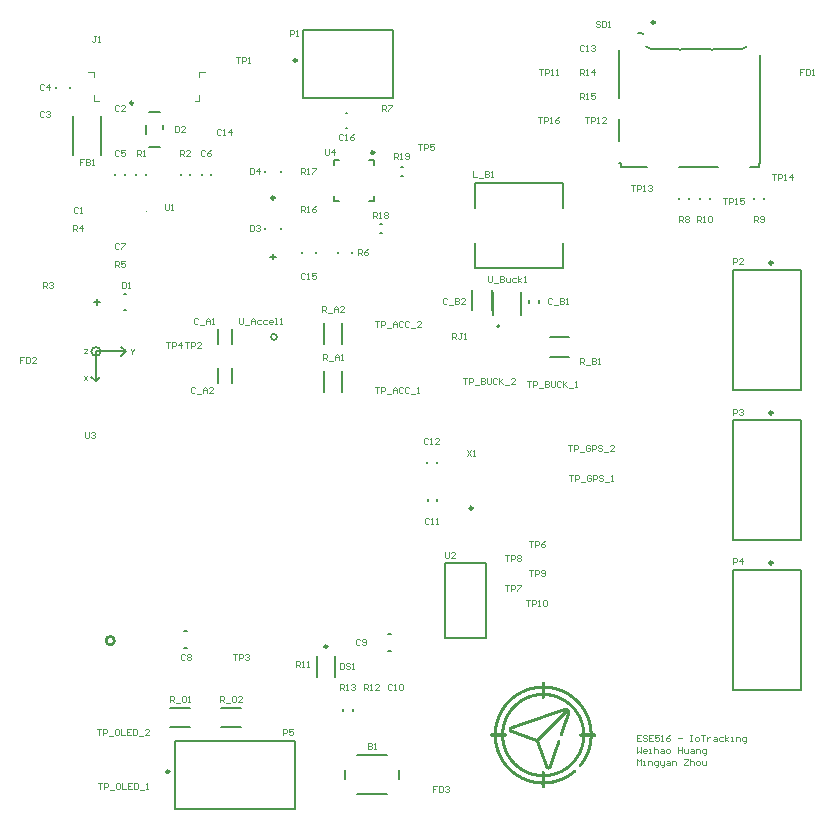
<source format=gto>
G04*
G04 #@! TF.GenerationSoftware,Altium Limited,Altium Designer,21.6.1 (37)*
G04*
G04 Layer_Color=65535*
%FSLAX25Y25*%
%MOIN*%
G70*
G04*
G04 #@! TF.SameCoordinates,D5ED3E7B-3BD8-4430-B767-26EEE41716E0*
G04*
G04*
G04 #@! TF.FilePolarity,Positive*
G04*
G01*
G75*
%ADD10C,0.00984*%
%ADD11C,0.00787*%
%ADD12C,0.00800*%
%ADD13C,0.01000*%
%ADD14C,0.00394*%
%ADD15C,0.00600*%
%ADD16C,0.00500*%
%ADD17C,0.00400*%
G36*
X179255Y52872D02*
X179284D01*
Y52843D01*
X179342D01*
Y52814D01*
X179399D01*
Y52785D01*
X179428D01*
Y52757D01*
X179457D01*
Y52728D01*
X179486D01*
Y52670D01*
X179515D01*
Y52641D01*
X179544D01*
Y52583D01*
X179573D01*
Y52467D01*
X179602D01*
Y51658D01*
X179689D01*
Y51629D01*
X180151D01*
Y51600D01*
X180527D01*
Y51571D01*
X180874D01*
Y51542D01*
X181076D01*
Y51513D01*
X181394D01*
Y51485D01*
X181539D01*
Y51456D01*
X181741D01*
Y51427D01*
X181914D01*
Y51398D01*
X182030D01*
Y51369D01*
X182232D01*
Y51340D01*
X182348D01*
Y51311D01*
X182522D01*
Y51282D01*
X182637D01*
Y51253D01*
X182782D01*
Y51224D01*
X182926D01*
Y51195D01*
X183013D01*
Y51166D01*
X183158D01*
Y51138D01*
X183244D01*
Y51109D01*
X183360D01*
Y51080D01*
X183476D01*
Y51051D01*
X183562D01*
Y51022D01*
X183678D01*
Y50993D01*
X183765D01*
Y50964D01*
X183880D01*
Y50935D01*
X183967D01*
Y50906D01*
X184054D01*
Y50877D01*
X184169D01*
Y50849D01*
X184227D01*
Y50820D01*
X184343D01*
Y50791D01*
X184401D01*
Y50762D01*
X184487D01*
Y50733D01*
X184574D01*
Y50704D01*
X184632D01*
Y50675D01*
X184748D01*
Y50646D01*
X184805D01*
Y50617D01*
X184921D01*
Y50588D01*
X184979D01*
Y50559D01*
X185037D01*
Y50530D01*
X185123D01*
Y50502D01*
X185181D01*
Y50473D01*
X185297D01*
Y50444D01*
X185326D01*
Y50415D01*
X185413D01*
Y50386D01*
X185470D01*
Y50357D01*
X185528D01*
Y50328D01*
X185615D01*
Y50299D01*
X185673D01*
Y50270D01*
X185759D01*
Y50241D01*
X185788D01*
Y50213D01*
X185875D01*
Y50184D01*
X185933D01*
Y50155D01*
X185991D01*
Y50126D01*
X186077D01*
Y50097D01*
X186106D01*
Y50068D01*
X186193D01*
Y50039D01*
X186251D01*
Y50010D01*
X186309D01*
Y49981D01*
X186366D01*
Y49952D01*
X186424D01*
Y49924D01*
X186482D01*
Y49894D01*
X186540D01*
Y49866D01*
X186598D01*
Y49837D01*
X186655D01*
Y49808D01*
X186685D01*
Y49779D01*
X186771D01*
Y49750D01*
X186800D01*
Y49721D01*
X186887D01*
Y49692D01*
X186916D01*
Y49663D01*
X186974D01*
Y49634D01*
X187031D01*
Y49605D01*
X187060D01*
Y49577D01*
X187147D01*
Y49548D01*
X187176D01*
Y49519D01*
X187234D01*
Y49490D01*
X187292D01*
Y49461D01*
X187320D01*
Y49432D01*
X187378D01*
Y49403D01*
X187436D01*
Y49374D01*
X187494D01*
Y49345D01*
X187523D01*
Y49316D01*
X187581D01*
Y49288D01*
X187638D01*
Y49259D01*
X187667D01*
Y49230D01*
X187725D01*
Y49201D01*
X187754D01*
Y49172D01*
X187812D01*
Y49143D01*
X187870D01*
Y49114D01*
X187899D01*
Y49085D01*
X187956D01*
Y49056D01*
X187985D01*
Y49027D01*
X188043D01*
Y48998D01*
X188072D01*
Y48970D01*
X188130D01*
Y48941D01*
X188188D01*
Y48912D01*
X188217D01*
Y48883D01*
X188274D01*
Y48854D01*
X188303D01*
Y48825D01*
X188361D01*
Y48796D01*
X188390D01*
Y48767D01*
X188419D01*
Y48738D01*
X188477D01*
Y48709D01*
X188506D01*
Y48680D01*
X188564D01*
Y48651D01*
X188593D01*
Y48623D01*
X188621D01*
Y48594D01*
X188679D01*
Y48565D01*
X188708D01*
Y48536D01*
X188766D01*
Y48507D01*
X188795D01*
Y48478D01*
X188824D01*
Y48449D01*
X188882D01*
Y48420D01*
X188910D01*
Y48391D01*
X188968D01*
Y48362D01*
X188997D01*
Y48333D01*
X189026D01*
Y48305D01*
X189055D01*
Y48276D01*
X189113D01*
Y48247D01*
X189142D01*
Y48218D01*
X189171D01*
Y48189D01*
X189228D01*
Y48160D01*
X189257D01*
Y48131D01*
X189286D01*
Y48102D01*
X189315D01*
Y48073D01*
X189344D01*
Y48044D01*
X189402D01*
Y48015D01*
X189431D01*
Y47987D01*
X189460D01*
Y47958D01*
X189517D01*
Y47929D01*
X189546D01*
Y47900D01*
X189575D01*
Y47871D01*
X189604D01*
Y47842D01*
X189662D01*
Y47813D01*
X189691D01*
Y47784D01*
X189720D01*
Y47755D01*
X189749D01*
Y47726D01*
X189778D01*
Y47697D01*
X189807D01*
Y47669D01*
X189836D01*
Y47640D01*
X189893D01*
Y47611D01*
X189922D01*
Y47582D01*
X189951D01*
Y47553D01*
X189980D01*
Y47524D01*
X190009D01*
Y47495D01*
X190038D01*
Y47466D01*
X190067D01*
Y47437D01*
X190125D01*
Y47408D01*
X190154D01*
Y47379D01*
X190182D01*
Y47350D01*
X190211D01*
Y47322D01*
X190240D01*
Y47293D01*
X190269D01*
Y47264D01*
X190298D01*
Y47235D01*
X190327D01*
Y47206D01*
X190356D01*
Y47177D01*
X190385D01*
Y47148D01*
X190414D01*
Y47119D01*
X190443D01*
Y47090D01*
X190471D01*
Y47061D01*
X190529D01*
Y47004D01*
X190587D01*
Y46975D01*
X190616D01*
Y46946D01*
X190645D01*
Y46917D01*
X190674D01*
Y46888D01*
X190703D01*
Y46859D01*
X190732D01*
Y46830D01*
X190761D01*
Y46801D01*
X190789D01*
Y46772D01*
X190818D01*
Y46744D01*
X190847D01*
Y46715D01*
X190876D01*
Y46657D01*
X190934D01*
Y46599D01*
X190992D01*
Y46541D01*
X191021D01*
Y46512D01*
X191050D01*
Y46483D01*
X191079D01*
Y46454D01*
X191107D01*
Y46426D01*
X191136D01*
Y46397D01*
X191165D01*
Y46368D01*
X191194D01*
Y46339D01*
X191223D01*
Y46310D01*
X191252D01*
Y46281D01*
X191281D01*
Y46252D01*
X191310D01*
Y46223D01*
X191339D01*
Y46194D01*
X191368D01*
Y46136D01*
X191397D01*
Y46108D01*
X191426D01*
Y46079D01*
X191454D01*
Y46050D01*
X191483D01*
Y46021D01*
X191512D01*
Y45992D01*
X191541D01*
Y45963D01*
X191570D01*
Y45905D01*
X191599D01*
Y45876D01*
X191628D01*
Y45847D01*
X191657D01*
Y45818D01*
X191686D01*
Y45790D01*
X191715D01*
Y45761D01*
X191744D01*
Y45732D01*
X191772D01*
Y45674D01*
X191801D01*
Y45645D01*
X191830D01*
Y45616D01*
X191859D01*
Y45587D01*
X191888D01*
Y45529D01*
X191917D01*
Y45500D01*
X191946D01*
Y45472D01*
X191975D01*
Y45414D01*
X192004D01*
Y45385D01*
X192033D01*
Y45356D01*
X192061D01*
Y45327D01*
X192090D01*
Y45298D01*
X192119D01*
Y45240D01*
X192148D01*
Y45211D01*
X192177D01*
Y45182D01*
X192206D01*
Y45125D01*
X192235D01*
Y45096D01*
X192264D01*
Y45067D01*
X192293D01*
Y45038D01*
X192322D01*
Y44980D01*
X192351D01*
Y44951D01*
X192379D01*
Y44893D01*
X192408D01*
Y44864D01*
X192437D01*
Y44835D01*
X192466D01*
Y44778D01*
X192495D01*
Y44749D01*
X192524D01*
Y44691D01*
X192553D01*
Y44662D01*
X192582D01*
Y44633D01*
X192611D01*
Y44575D01*
X192640D01*
Y44546D01*
X192669D01*
Y44489D01*
X192698D01*
Y44460D01*
X192726D01*
Y44431D01*
X192755D01*
Y44373D01*
X192784D01*
Y44344D01*
X192813D01*
Y44286D01*
X192842D01*
Y44257D01*
X192871D01*
Y44199D01*
X192900D01*
Y44142D01*
X192929D01*
Y44113D01*
X192958D01*
Y44055D01*
X192987D01*
Y44026D01*
X193016D01*
Y43968D01*
X193044D01*
Y43939D01*
X193073D01*
Y43881D01*
X193102D01*
Y43824D01*
X193131D01*
Y43795D01*
X193160D01*
Y43737D01*
X193189D01*
Y43708D01*
X193218D01*
Y43650D01*
X193247D01*
Y43592D01*
X193276D01*
Y43564D01*
X193305D01*
Y43506D01*
X193333D01*
Y43448D01*
X193362D01*
Y43390D01*
X193391D01*
Y43361D01*
X193420D01*
Y43303D01*
X193449D01*
Y43246D01*
X193478D01*
Y43217D01*
X193507D01*
Y43130D01*
X193536D01*
Y43101D01*
X193565D01*
Y43043D01*
X193594D01*
Y42985D01*
X193623D01*
Y42956D01*
X193651D01*
Y42870D01*
X193680D01*
Y42841D01*
X193709D01*
Y42754D01*
X193738D01*
Y42725D01*
X193767D01*
Y42667D01*
X193796D01*
Y42610D01*
X193825D01*
Y42552D01*
X193854D01*
Y42494D01*
X193883D01*
Y42436D01*
X193912D01*
Y42378D01*
X193941D01*
Y42320D01*
X193970D01*
Y42263D01*
X193998D01*
Y42176D01*
X194027D01*
Y42147D01*
X194056D01*
Y42060D01*
X194085D01*
Y42002D01*
X194114D01*
Y41945D01*
X194143D01*
Y41858D01*
X194172D01*
Y41829D01*
X194201D01*
Y41742D01*
X194230D01*
Y41684D01*
X194259D01*
Y41598D01*
X194288D01*
Y41540D01*
X194316D01*
Y41482D01*
X194345D01*
Y41395D01*
X194374D01*
Y41337D01*
X194403D01*
Y41251D01*
X194432D01*
Y41193D01*
X194461D01*
Y41106D01*
X194490D01*
Y41048D01*
X194519D01*
Y40991D01*
X194548D01*
Y40875D01*
X194577D01*
Y40817D01*
X194606D01*
Y40701D01*
X194634D01*
Y40644D01*
X194663D01*
Y40557D01*
X194692D01*
Y40470D01*
X194721D01*
Y40413D01*
X194750D01*
Y40297D01*
X194779D01*
Y40239D01*
X194808D01*
Y40123D01*
X194837D01*
Y40008D01*
X194866D01*
Y39950D01*
X194895D01*
Y39805D01*
X194923D01*
Y39748D01*
X194952D01*
Y39632D01*
X194981D01*
Y39545D01*
X195010D01*
Y39430D01*
X195039D01*
Y39285D01*
X195068D01*
Y39227D01*
X195097D01*
Y39054D01*
X195126D01*
Y38967D01*
X195155D01*
Y38851D01*
X195184D01*
Y38707D01*
X195213D01*
Y38591D01*
X195241D01*
Y38389D01*
X195270D01*
Y38302D01*
X195299D01*
Y38100D01*
X195328D01*
Y37984D01*
X195357D01*
Y37811D01*
X195386D01*
Y37579D01*
X195415D01*
Y37435D01*
X195444D01*
Y37146D01*
X195473D01*
Y36943D01*
X195502D01*
Y36597D01*
X195530D01*
Y36192D01*
X195560D01*
Y35758D01*
X195588D01*
Y35671D01*
X196398D01*
Y35642D01*
X196513D01*
Y35614D01*
X196571D01*
Y35585D01*
X196600D01*
Y35556D01*
X196658D01*
Y35527D01*
X196687D01*
Y35498D01*
X196716D01*
Y35469D01*
X196745D01*
Y35411D01*
X196774D01*
Y35353D01*
X196802D01*
Y35324D01*
X196831D01*
Y34978D01*
X196802D01*
Y34949D01*
X196774D01*
Y34891D01*
X196745D01*
Y34862D01*
X196716D01*
Y34804D01*
X196687D01*
Y34775D01*
X196658D01*
Y34746D01*
X196600D01*
Y34717D01*
X196571D01*
Y34688D01*
X196513D01*
Y34660D01*
X196398D01*
Y34631D01*
X195588D01*
Y34544D01*
X195560D01*
Y34110D01*
X195530D01*
Y33735D01*
X195502D01*
Y33359D01*
X195473D01*
Y33185D01*
X195444D01*
Y32896D01*
X195415D01*
Y32752D01*
X195386D01*
Y32520D01*
X195357D01*
Y32376D01*
X195328D01*
Y32231D01*
X195299D01*
Y32029D01*
X195270D01*
Y31913D01*
X195241D01*
Y31740D01*
X195213D01*
Y31624D01*
X195184D01*
Y31508D01*
X195155D01*
Y31364D01*
X195126D01*
Y31277D01*
X195097D01*
Y31104D01*
X195068D01*
Y31046D01*
X195039D01*
Y30901D01*
X195010D01*
Y30815D01*
X194981D01*
Y30699D01*
X194952D01*
Y30584D01*
X194923D01*
Y30497D01*
X194895D01*
Y30381D01*
X194866D01*
Y30323D01*
X194837D01*
Y30208D01*
X194808D01*
Y30121D01*
X194779D01*
Y30034D01*
X194750D01*
Y29919D01*
X194721D01*
Y29861D01*
X194692D01*
Y29774D01*
X194663D01*
Y29687D01*
X194634D01*
Y29629D01*
X194606D01*
Y29514D01*
X194577D01*
Y29456D01*
X194548D01*
Y29340D01*
X194519D01*
Y29283D01*
X194490D01*
Y29225D01*
X194461D01*
Y29138D01*
X194432D01*
Y29080D01*
X194403D01*
Y28993D01*
X194374D01*
Y28936D01*
X194345D01*
Y28849D01*
X194316D01*
Y28791D01*
X194288D01*
Y28733D01*
X194259D01*
Y28647D01*
X194230D01*
Y28589D01*
X194201D01*
Y28502D01*
X194172D01*
Y28444D01*
X194143D01*
Y28386D01*
X194114D01*
Y28329D01*
X194085D01*
Y28271D01*
X194056D01*
Y28184D01*
X194027D01*
Y28155D01*
X193998D01*
Y28068D01*
X193970D01*
Y28011D01*
X193941D01*
Y27953D01*
X193912D01*
Y27895D01*
X193883D01*
Y27837D01*
X193854D01*
Y27779D01*
X193825D01*
Y27722D01*
X193796D01*
Y27664D01*
X193767D01*
Y27606D01*
X193738D01*
Y27548D01*
X193709D01*
Y27490D01*
X193680D01*
Y27432D01*
X193651D01*
Y27375D01*
X193623D01*
Y27317D01*
X193594D01*
Y27288D01*
X193565D01*
Y27230D01*
X193536D01*
Y27172D01*
X193507D01*
Y27114D01*
X193478D01*
Y27086D01*
X193449D01*
Y27028D01*
X193420D01*
Y26970D01*
X193391D01*
Y26912D01*
X193362D01*
Y26854D01*
X193333D01*
Y26825D01*
X193305D01*
Y26768D01*
X193276D01*
Y26710D01*
X193247D01*
Y26681D01*
X193218D01*
Y26623D01*
X193189D01*
Y26594D01*
X193160D01*
Y26507D01*
X193131D01*
Y26478D01*
X193102D01*
Y26421D01*
X193073D01*
Y26392D01*
X193044D01*
Y26334D01*
X193016D01*
Y26276D01*
X192987D01*
Y26247D01*
X192958D01*
Y26189D01*
X192929D01*
Y26160D01*
X192900D01*
Y26103D01*
X192871D01*
Y26074D01*
X192842D01*
Y26045D01*
X192813D01*
Y25987D01*
X192784D01*
Y25929D01*
X192755D01*
Y25900D01*
X192726D01*
Y25842D01*
X192698D01*
Y25813D01*
X192669D01*
Y25756D01*
X192640D01*
Y25727D01*
X192611D01*
Y25669D01*
X192582D01*
Y25640D01*
X192553D01*
Y25611D01*
X192524D01*
Y25553D01*
X192495D01*
Y25524D01*
X192466D01*
Y25467D01*
X192437D01*
Y25438D01*
X192408D01*
Y25409D01*
X192379D01*
Y25351D01*
X192351D01*
Y25322D01*
X192322D01*
Y25293D01*
X192293D01*
Y25264D01*
X192264D01*
Y25206D01*
X192235D01*
Y25177D01*
X192206D01*
Y25120D01*
X192177D01*
Y25091D01*
X192148D01*
Y25062D01*
X192119D01*
Y25004D01*
X192090D01*
Y24975D01*
X192061D01*
Y24946D01*
X192033D01*
Y24917D01*
X192004D01*
Y24888D01*
X191975D01*
Y24831D01*
X191946D01*
Y24802D01*
X191917D01*
Y24773D01*
X191888D01*
Y24744D01*
X191859D01*
Y24686D01*
X191830D01*
Y24657D01*
X191801D01*
Y24628D01*
X191772D01*
Y24570D01*
X191744D01*
Y24542D01*
X191686D01*
Y24513D01*
X191657D01*
Y24484D01*
X191628D01*
Y24455D01*
X191570D01*
Y24426D01*
X191512D01*
Y24397D01*
X191194D01*
Y24426D01*
X191136D01*
Y24455D01*
X191079D01*
Y24484D01*
X191021D01*
Y24513D01*
X190992D01*
Y24542D01*
X190963D01*
Y24570D01*
X190934D01*
Y24628D01*
X190905D01*
Y24657D01*
X190876D01*
Y24744D01*
X190847D01*
Y24859D01*
X190818D01*
Y24975D01*
X190847D01*
Y25062D01*
X190876D01*
Y25149D01*
X190905D01*
Y25177D01*
X190934D01*
Y25235D01*
X190963D01*
Y25264D01*
X190992D01*
Y25322D01*
X191021D01*
Y25351D01*
X191050D01*
Y25380D01*
X191079D01*
Y25438D01*
X191107D01*
Y25467D01*
X191136D01*
Y25495D01*
X191165D01*
Y25524D01*
X191194D01*
Y25553D01*
X191223D01*
Y25611D01*
X191252D01*
Y25640D01*
X191281D01*
Y25669D01*
X191310D01*
Y25698D01*
X191339D01*
Y25756D01*
X191368D01*
Y25785D01*
X191397D01*
Y25813D01*
X191426D01*
Y25871D01*
X191454D01*
Y25900D01*
X191483D01*
Y25958D01*
X191512D01*
Y25987D01*
X191541D01*
Y26016D01*
X191570D01*
Y26074D01*
X191599D01*
Y26103D01*
X191628D01*
Y26131D01*
X191657D01*
Y26189D01*
X191686D01*
Y26218D01*
X191715D01*
Y26276D01*
X191744D01*
Y26305D01*
X191772D01*
Y26363D01*
X191801D01*
Y26392D01*
X191830D01*
Y26421D01*
X191859D01*
Y26478D01*
X191888D01*
Y26507D01*
X191917D01*
Y26565D01*
X191946D01*
Y26594D01*
X191975D01*
Y26652D01*
X192004D01*
Y26681D01*
X192033D01*
Y26739D01*
X192061D01*
Y26768D01*
X192090D01*
Y26825D01*
X192119D01*
Y26883D01*
X192148D01*
Y26912D01*
X192177D01*
Y26970D01*
X192206D01*
Y26999D01*
X192235D01*
Y27057D01*
X192264D01*
Y27114D01*
X192293D01*
Y27143D01*
X192322D01*
Y27201D01*
X192351D01*
Y27230D01*
X192379D01*
Y27288D01*
X192408D01*
Y27346D01*
X192437D01*
Y27375D01*
X192466D01*
Y27461D01*
X192495D01*
Y27490D01*
X192524D01*
Y27548D01*
X192553D01*
Y27606D01*
X192582D01*
Y27635D01*
X192611D01*
Y27722D01*
X192640D01*
Y27750D01*
X192669D01*
Y27808D01*
X192698D01*
Y27866D01*
X192726D01*
Y27924D01*
X192755D01*
Y27982D01*
X192784D01*
Y28011D01*
X192813D01*
Y28097D01*
X192842D01*
Y28126D01*
X192871D01*
Y28213D01*
X192900D01*
Y28242D01*
X192929D01*
Y28300D01*
X192958D01*
Y28386D01*
X192987D01*
Y28415D01*
X193016D01*
Y28502D01*
X193044D01*
Y28531D01*
X193073D01*
Y28618D01*
X193102D01*
Y28675D01*
X193131D01*
Y28733D01*
X193160D01*
Y28820D01*
X193189D01*
Y28849D01*
X193218D01*
Y28936D01*
X193247D01*
Y28993D01*
X193276D01*
Y29051D01*
X193305D01*
Y29138D01*
X193333D01*
Y29196D01*
X193362D01*
Y29283D01*
X193391D01*
Y29340D01*
X193420D01*
Y29427D01*
X193449D01*
Y29485D01*
X193478D01*
Y29543D01*
X193507D01*
Y29629D01*
X193536D01*
Y29687D01*
X193565D01*
Y29803D01*
X193594D01*
Y29861D01*
X193623D01*
Y29948D01*
X193651D01*
Y30034D01*
X193680D01*
Y30092D01*
X193709D01*
Y30208D01*
X193738D01*
Y30266D01*
X193767D01*
Y30381D01*
X193796D01*
Y30468D01*
X193825D01*
Y30526D01*
X193854D01*
Y30670D01*
X193883D01*
Y30728D01*
X193912D01*
Y30844D01*
X193941D01*
Y30930D01*
X193970D01*
Y31046D01*
X193998D01*
Y31162D01*
X194027D01*
Y31248D01*
X194056D01*
Y31393D01*
X194085D01*
Y31480D01*
X194114D01*
Y31624D01*
X194143D01*
Y31740D01*
X194172D01*
Y31855D01*
X194201D01*
Y32029D01*
X194230D01*
Y32116D01*
X194259D01*
Y32318D01*
X194288D01*
Y32462D01*
X194316D01*
Y32607D01*
X194345D01*
Y32809D01*
X194374D01*
Y32954D01*
X194403D01*
Y33243D01*
X194432D01*
Y33417D01*
X194461D01*
Y33763D01*
X194490D01*
Y34139D01*
X194519D01*
Y34515D01*
X194548D01*
Y34573D01*
X194519D01*
Y34631D01*
X193160D01*
Y34602D01*
X193131D01*
Y34544D01*
X193102D01*
Y34053D01*
X193073D01*
Y33706D01*
X193044D01*
Y33532D01*
X193016D01*
Y33185D01*
X192987D01*
Y33070D01*
X192958D01*
Y32838D01*
X192929D01*
Y32665D01*
X192900D01*
Y32549D01*
X192871D01*
Y32376D01*
X192842D01*
Y32260D01*
X192813D01*
Y32087D01*
X192784D01*
Y31971D01*
X192755D01*
Y31855D01*
X192726D01*
Y31740D01*
X192698D01*
Y31653D01*
X192669D01*
Y31508D01*
X192640D01*
Y31422D01*
X192611D01*
Y31277D01*
X192582D01*
Y31220D01*
X192553D01*
Y31133D01*
X192524D01*
Y31017D01*
X192495D01*
Y30959D01*
X192466D01*
Y30815D01*
X192437D01*
Y30757D01*
X192408D01*
Y30641D01*
X192379D01*
Y30555D01*
X192351D01*
Y30497D01*
X192322D01*
Y30410D01*
X192293D01*
Y30352D01*
X192264D01*
Y30237D01*
X192235D01*
Y30179D01*
X192206D01*
Y30092D01*
X192177D01*
Y30005D01*
X192148D01*
Y29976D01*
X192119D01*
Y29861D01*
X192090D01*
Y29832D01*
X192061D01*
Y29745D01*
X192033D01*
Y29658D01*
X192004D01*
Y29629D01*
X191975D01*
Y29514D01*
X191946D01*
Y29485D01*
X191917D01*
Y29398D01*
X191888D01*
Y29340D01*
X191859D01*
Y29283D01*
X191830D01*
Y29225D01*
X191801D01*
Y29167D01*
X191772D01*
Y29080D01*
X191744D01*
Y29051D01*
X191715D01*
Y28965D01*
X191686D01*
Y28907D01*
X191657D01*
Y28878D01*
X191628D01*
Y28791D01*
X191599D01*
Y28762D01*
X191570D01*
Y28675D01*
X191541D01*
Y28647D01*
X191512D01*
Y28589D01*
X191483D01*
Y28531D01*
X191454D01*
Y28473D01*
X191426D01*
Y28415D01*
X191397D01*
Y28386D01*
X191368D01*
Y28300D01*
X191339D01*
Y28271D01*
X191310D01*
Y28213D01*
X191281D01*
Y28155D01*
X191252D01*
Y28126D01*
X191223D01*
Y28068D01*
X191194D01*
Y28011D01*
X191165D01*
Y27982D01*
X191136D01*
Y27924D01*
X191107D01*
Y27866D01*
X191079D01*
Y27808D01*
X191050D01*
Y27779D01*
X191021D01*
Y27722D01*
X190992D01*
Y27664D01*
X190963D01*
Y27635D01*
X190934D01*
Y27577D01*
X190905D01*
Y27548D01*
X190876D01*
Y27490D01*
X190847D01*
Y27461D01*
X190818D01*
Y27432D01*
X190789D01*
Y27375D01*
X190761D01*
Y27346D01*
X190732D01*
Y27288D01*
X190703D01*
Y27230D01*
X190674D01*
Y27201D01*
X190645D01*
Y27143D01*
X190616D01*
Y27114D01*
X190587D01*
Y27057D01*
X190558D01*
Y27028D01*
X190529D01*
Y26999D01*
X190500D01*
Y26970D01*
X190471D01*
Y26912D01*
X190443D01*
Y26883D01*
X190414D01*
Y26854D01*
X190385D01*
Y26796D01*
X190356D01*
Y26768D01*
X190327D01*
Y26710D01*
X190298D01*
Y26681D01*
X190269D01*
Y26652D01*
X190240D01*
Y26594D01*
X190211D01*
Y26565D01*
X190182D01*
Y26536D01*
X190154D01*
Y26478D01*
X190125D01*
Y26449D01*
X190096D01*
Y26421D01*
X190067D01*
Y26392D01*
X190038D01*
Y26334D01*
X190009D01*
Y26305D01*
X189980D01*
Y26276D01*
X189951D01*
Y26247D01*
X189922D01*
Y26218D01*
X189893D01*
Y26160D01*
X189864D01*
Y26131D01*
X189836D01*
Y26103D01*
X189807D01*
Y26074D01*
X189778D01*
Y26045D01*
X189749D01*
Y25987D01*
X189691D01*
Y25929D01*
X189662D01*
Y25900D01*
X189633D01*
Y25871D01*
X189604D01*
Y25842D01*
X189575D01*
Y25813D01*
X189546D01*
Y25756D01*
X189517D01*
Y25727D01*
X189489D01*
Y25698D01*
X189460D01*
Y25669D01*
X189431D01*
Y25640D01*
X189402D01*
Y25611D01*
X189373D01*
Y25582D01*
X189344D01*
Y25553D01*
X189315D01*
Y25524D01*
X189286D01*
Y25495D01*
X189257D01*
Y25467D01*
X189228D01*
Y25438D01*
X189199D01*
Y25380D01*
X189142D01*
Y25322D01*
X189084D01*
Y25293D01*
X189055D01*
Y25235D01*
X188997D01*
Y25177D01*
X188939D01*
Y25120D01*
X188910D01*
Y25091D01*
X188853D01*
Y25033D01*
X188795D01*
Y25004D01*
X188766D01*
Y24975D01*
X188737D01*
Y24946D01*
X188708D01*
Y24917D01*
X188679D01*
Y24888D01*
X188650D01*
Y24859D01*
X188621D01*
Y24831D01*
X188593D01*
Y24802D01*
X188564D01*
Y24773D01*
X188535D01*
Y24744D01*
X188506D01*
Y24715D01*
X188477D01*
Y24686D01*
X188419D01*
Y24657D01*
X188390D01*
Y24628D01*
X188361D01*
Y24599D01*
X188332D01*
Y24570D01*
X188303D01*
Y24542D01*
X188245D01*
Y24484D01*
X188188D01*
Y24455D01*
X188159D01*
Y24426D01*
X188130D01*
Y24397D01*
X188101D01*
Y24368D01*
X188072D01*
Y24339D01*
X188043D01*
Y24310D01*
X187985D01*
Y24281D01*
X187956D01*
Y24252D01*
X187927D01*
Y24224D01*
X187899D01*
Y24195D01*
X187841D01*
Y24166D01*
X187812D01*
Y24137D01*
X187783D01*
Y24108D01*
X187725D01*
Y24079D01*
X187696D01*
Y24050D01*
X187667D01*
Y24021D01*
X187638D01*
Y23992D01*
X187581D01*
Y23963D01*
X187552D01*
Y23934D01*
X187523D01*
Y23905D01*
X187465D01*
Y23877D01*
X187436D01*
Y23848D01*
X187378D01*
Y23819D01*
X187349D01*
Y23790D01*
X187320D01*
Y23761D01*
X187263D01*
Y23732D01*
X187234D01*
Y23703D01*
X187205D01*
Y23674D01*
X187176D01*
Y23645D01*
X187118D01*
Y23616D01*
X187089D01*
Y23587D01*
X187031D01*
Y23559D01*
X187003D01*
Y23530D01*
X186945D01*
Y23501D01*
X186887D01*
Y23472D01*
X186858D01*
Y23443D01*
X186800D01*
Y23414D01*
X186771D01*
Y23385D01*
X186742D01*
Y23356D01*
X186685D01*
Y23327D01*
X186655D01*
Y23298D01*
X186598D01*
Y23269D01*
X186569D01*
Y23241D01*
X186511D01*
Y23212D01*
X186453D01*
Y23183D01*
X186424D01*
Y23154D01*
X186366D01*
Y23125D01*
X186309D01*
Y23096D01*
X186251D01*
Y23067D01*
X186222D01*
Y23038D01*
X186164D01*
Y23009D01*
X186106D01*
Y22980D01*
X186077D01*
Y22952D01*
X186020D01*
Y22923D01*
X185962D01*
Y22894D01*
X185933D01*
Y22865D01*
X185875D01*
Y22836D01*
X185817D01*
Y22807D01*
X185759D01*
Y22778D01*
X185702D01*
Y22749D01*
X185644D01*
Y22720D01*
X185586D01*
Y22691D01*
X185557D01*
Y22662D01*
X185470D01*
Y22634D01*
X185441D01*
Y22605D01*
X185355D01*
Y22576D01*
X185326D01*
Y22547D01*
X185268D01*
Y22518D01*
X185181D01*
Y22489D01*
X185152D01*
Y22460D01*
X185066D01*
Y22431D01*
X185008D01*
Y22402D01*
X184950D01*
Y22373D01*
X184892D01*
Y22344D01*
X184834D01*
Y22316D01*
X184748D01*
Y22287D01*
X184719D01*
Y22258D01*
X184603D01*
Y22229D01*
X184574D01*
Y22200D01*
X184487D01*
Y22171D01*
X184401D01*
Y22142D01*
X184372D01*
Y22113D01*
X184256D01*
Y22084D01*
X184227D01*
Y22055D01*
X184141D01*
Y22026D01*
X184054D01*
Y21998D01*
X183996D01*
Y21969D01*
X183880D01*
Y21940D01*
X183823D01*
Y21911D01*
X183736D01*
Y21882D01*
X183678D01*
Y21853D01*
X183591D01*
Y21824D01*
X183476D01*
Y21795D01*
X183418D01*
Y21766D01*
X183302D01*
Y21737D01*
X183244D01*
Y21709D01*
X183100D01*
Y21680D01*
X183013D01*
Y21651D01*
X182955D01*
Y21622D01*
X182811D01*
Y21593D01*
X182753D01*
Y21564D01*
X182579D01*
Y21535D01*
X182493D01*
Y21506D01*
X182377D01*
Y21477D01*
X182261D01*
Y21448D01*
X182146D01*
Y21419D01*
X181972D01*
Y21391D01*
X181886D01*
Y21362D01*
X181683D01*
Y21333D01*
X181568D01*
Y21304D01*
X181394D01*
Y21275D01*
X181163D01*
Y21246D01*
X181047D01*
Y21217D01*
X180700D01*
Y21188D01*
X180527D01*
Y21159D01*
X180180D01*
Y21130D01*
X179689D01*
Y21101D01*
X179631D01*
Y21072D01*
X179602D01*
Y19714D01*
X179660D01*
Y19685D01*
X179718D01*
Y19714D01*
X180093D01*
Y19743D01*
X180469D01*
Y19772D01*
X180816D01*
Y19801D01*
X180989D01*
Y19829D01*
X181279D01*
Y19858D01*
X181452D01*
Y19887D01*
X181654D01*
Y19916D01*
X181799D01*
Y19945D01*
X181914D01*
Y19974D01*
X182117D01*
Y20003D01*
X182232D01*
Y20032D01*
X182406D01*
Y20061D01*
X182493D01*
Y20090D01*
X182608D01*
Y20119D01*
X182753D01*
Y20147D01*
X182840D01*
Y20176D01*
X183013D01*
Y20205D01*
X183071D01*
Y20234D01*
X183186D01*
Y20263D01*
X183302D01*
Y20292D01*
X183389D01*
Y20321D01*
X183504D01*
Y20350D01*
X183591D01*
Y20379D01*
X183707D01*
Y20408D01*
X183765D01*
Y20437D01*
X183880D01*
Y20465D01*
X183967D01*
Y20494D01*
X184025D01*
Y20523D01*
X184141D01*
Y20552D01*
X184198D01*
Y20581D01*
X184314D01*
Y20610D01*
X184372D01*
Y20639D01*
X184430D01*
Y20668D01*
X184545D01*
Y20697D01*
X184574D01*
Y20726D01*
X184690D01*
Y20754D01*
X184748D01*
Y20783D01*
X184834D01*
Y20812D01*
X184921D01*
Y20841D01*
X184950D01*
Y20870D01*
X185066D01*
Y20899D01*
X185094D01*
Y20928D01*
X185181D01*
Y20957D01*
X185239D01*
Y20986D01*
X185297D01*
Y21015D01*
X185384D01*
Y21044D01*
X185441D01*
Y21072D01*
X185528D01*
Y21101D01*
X185557D01*
Y21130D01*
X185615D01*
Y21159D01*
X185702D01*
Y21188D01*
X185731D01*
Y21217D01*
X185817D01*
Y21246D01*
X185846D01*
Y21275D01*
X185933D01*
Y21304D01*
X185991D01*
Y21333D01*
X186048D01*
Y21362D01*
X186106D01*
Y21391D01*
X186135D01*
Y21419D01*
X186222D01*
Y21448D01*
X186251D01*
Y21477D01*
X186309D01*
Y21506D01*
X186366D01*
Y21535D01*
X186424D01*
Y21564D01*
X186511D01*
Y21593D01*
X186540D01*
Y21622D01*
X186598D01*
Y21651D01*
X186655D01*
Y21680D01*
X186685D01*
Y21709D01*
X186742D01*
Y21737D01*
X186771D01*
Y21766D01*
X186858D01*
Y21795D01*
X186887D01*
Y21824D01*
X186945D01*
Y21853D01*
X187003D01*
Y21882D01*
X187031D01*
Y21911D01*
X187089D01*
Y21940D01*
X187118D01*
Y21969D01*
X187176D01*
Y21998D01*
X187234D01*
Y22026D01*
X187263D01*
Y22055D01*
X187320D01*
Y22084D01*
X187349D01*
Y22113D01*
X187407D01*
Y22142D01*
X187465D01*
Y22171D01*
X187494D01*
Y22200D01*
X187552D01*
Y22229D01*
X187581D01*
Y22258D01*
X187638D01*
Y22287D01*
X187667D01*
Y22316D01*
X187725D01*
Y22344D01*
X187754D01*
Y22373D01*
X187812D01*
Y22402D01*
X187841D01*
Y22431D01*
X187870D01*
Y22460D01*
X187927D01*
Y22489D01*
X187956D01*
Y22518D01*
X188014D01*
Y22547D01*
X188043D01*
Y22576D01*
X188101D01*
Y22605D01*
X188130D01*
Y22634D01*
X188159D01*
Y22662D01*
X188217D01*
Y22691D01*
X188245D01*
Y22720D01*
X188303D01*
Y22749D01*
X188332D01*
Y22778D01*
X188361D01*
Y22807D01*
X188419D01*
Y22836D01*
X188448D01*
Y22865D01*
X188477D01*
Y22894D01*
X188506D01*
Y22923D01*
X188564D01*
Y22952D01*
X188593D01*
Y22980D01*
X188621D01*
Y23009D01*
X188679D01*
Y23038D01*
X188708D01*
Y23067D01*
X188737D01*
Y23096D01*
X188795D01*
Y23125D01*
X188824D01*
Y23154D01*
X188853D01*
Y23183D01*
X188882D01*
Y23212D01*
X188910D01*
Y23241D01*
X188939D01*
Y23269D01*
X188997D01*
Y23298D01*
X189026D01*
Y23327D01*
X189055D01*
Y23356D01*
X189084D01*
Y23385D01*
X189113D01*
Y23414D01*
X189171D01*
Y23443D01*
X189199D01*
Y23472D01*
X189228D01*
Y23501D01*
X189257D01*
Y23530D01*
X189286D01*
Y23559D01*
X189344D01*
Y23587D01*
X189373D01*
Y23616D01*
X189431D01*
Y23645D01*
X189517D01*
Y23674D01*
X189778D01*
Y23645D01*
X189893D01*
Y23616D01*
X189922D01*
Y23587D01*
X189951D01*
Y23559D01*
X190009D01*
Y23530D01*
X190038D01*
Y23472D01*
X190067D01*
Y23443D01*
X190096D01*
Y23385D01*
X190125D01*
Y23327D01*
X190154D01*
Y23241D01*
X190182D01*
Y23096D01*
X190154D01*
Y23009D01*
X190125D01*
Y22923D01*
X190096D01*
Y22865D01*
X190067D01*
Y22836D01*
X190038D01*
Y22807D01*
X190009D01*
Y22778D01*
X189980D01*
Y22749D01*
X189951D01*
Y22720D01*
X189922D01*
Y22691D01*
X189893D01*
Y22662D01*
X189836D01*
Y22634D01*
X189807D01*
Y22605D01*
X189778D01*
Y22576D01*
X189749D01*
Y22547D01*
X189720D01*
Y22518D01*
X189662D01*
Y22489D01*
X189633D01*
Y22460D01*
X189604D01*
Y22431D01*
X189575D01*
Y22402D01*
X189546D01*
Y22373D01*
X189489D01*
Y22344D01*
X189460D01*
Y22316D01*
X189431D01*
Y22287D01*
X189402D01*
Y22258D01*
X189344D01*
Y22229D01*
X189315D01*
Y22200D01*
X189286D01*
Y22171D01*
X189257D01*
Y22142D01*
X189199D01*
Y22113D01*
X189171D01*
Y22084D01*
X189142D01*
Y22055D01*
X189084D01*
Y22026D01*
X189055D01*
Y21998D01*
X189026D01*
Y21969D01*
X188997D01*
Y21940D01*
X188939D01*
Y21911D01*
X188910D01*
Y21882D01*
X188882D01*
Y21853D01*
X188824D01*
Y21824D01*
X188795D01*
Y21795D01*
X188766D01*
Y21766D01*
X188708D01*
Y21737D01*
X188679D01*
Y21709D01*
X188621D01*
Y21680D01*
X188593D01*
Y21651D01*
X188535D01*
Y21622D01*
X188506D01*
Y21593D01*
X188477D01*
Y21564D01*
X188419D01*
Y21535D01*
X188390D01*
Y21506D01*
X188332D01*
Y21477D01*
X188303D01*
Y21448D01*
X188274D01*
Y21419D01*
X188217D01*
Y21391D01*
X188159D01*
Y21362D01*
X188101D01*
Y21333D01*
X188072D01*
Y21304D01*
X188043D01*
Y21275D01*
X187985D01*
Y21246D01*
X187956D01*
Y21217D01*
X187899D01*
Y21188D01*
X187841D01*
Y21159D01*
X187812D01*
Y21130D01*
X187754D01*
Y21101D01*
X187725D01*
Y21072D01*
X187667D01*
Y21044D01*
X187610D01*
Y21015D01*
X187552D01*
Y20986D01*
X187523D01*
Y20957D01*
X187465D01*
Y20928D01*
X187407D01*
Y20899D01*
X187378D01*
Y20870D01*
X187320D01*
Y20841D01*
X187263D01*
Y20812D01*
X187234D01*
Y20783D01*
X187176D01*
Y20754D01*
X187118D01*
Y20726D01*
X187060D01*
Y20697D01*
X187031D01*
Y20668D01*
X186945D01*
Y20639D01*
X186916D01*
Y20610D01*
X186858D01*
Y20581D01*
X186800D01*
Y20552D01*
X186742D01*
Y20523D01*
X186685D01*
Y20494D01*
X186627D01*
Y20465D01*
X186569D01*
Y20437D01*
X186511D01*
Y20408D01*
X186482D01*
Y20379D01*
X186395D01*
Y20350D01*
X186366D01*
Y20321D01*
X186280D01*
Y20292D01*
X186222D01*
Y20263D01*
X186164D01*
Y20234D01*
X186106D01*
Y20205D01*
X186048D01*
Y20176D01*
X185962D01*
Y20147D01*
X185933D01*
Y20119D01*
X185846D01*
Y20090D01*
X185788D01*
Y20061D01*
X185731D01*
Y20032D01*
X185644D01*
Y20003D01*
X185586D01*
Y19974D01*
X185499D01*
Y19945D01*
X185441D01*
Y19916D01*
X185384D01*
Y19887D01*
X185297D01*
Y19858D01*
X185268D01*
Y19829D01*
X185152D01*
Y19801D01*
X185094D01*
Y19772D01*
X185008D01*
Y19743D01*
X184950D01*
Y19714D01*
X184892D01*
Y19685D01*
X184776D01*
Y19656D01*
X184719D01*
Y19627D01*
X184632D01*
Y19598D01*
X184545D01*
Y19569D01*
X184487D01*
Y19540D01*
X184372D01*
Y19511D01*
X184314D01*
Y19482D01*
X184198D01*
Y19454D01*
X184141D01*
Y19425D01*
X184025D01*
Y19396D01*
X183938D01*
Y19367D01*
X183880D01*
Y19338D01*
X183736D01*
Y19309D01*
X183678D01*
Y19280D01*
X183533D01*
Y19251D01*
X183447D01*
Y19222D01*
X183331D01*
Y19193D01*
X183215D01*
Y19164D01*
X183129D01*
Y19136D01*
X182984D01*
Y19107D01*
X182897D01*
Y19078D01*
X182753D01*
Y19049D01*
X182608D01*
Y19020D01*
X182522D01*
Y18991D01*
X182348D01*
Y18962D01*
X182232D01*
Y18933D01*
X182001D01*
Y18904D01*
X181886D01*
Y18875D01*
X181741D01*
Y18846D01*
X181510D01*
Y18818D01*
X181365D01*
Y18789D01*
X181076D01*
Y18760D01*
X180845D01*
Y18731D01*
X180527D01*
Y18702D01*
X180151D01*
Y18673D01*
X179689D01*
Y18644D01*
X179602D01*
Y17835D01*
X179573D01*
Y17719D01*
X179544D01*
Y17661D01*
X179515D01*
Y17632D01*
X179486D01*
Y17574D01*
X179457D01*
Y17546D01*
X179428D01*
Y17517D01*
X179399D01*
Y17488D01*
X179342D01*
Y17459D01*
X179284D01*
Y17430D01*
X179255D01*
Y17401D01*
X178908D01*
Y17430D01*
X178879D01*
Y17459D01*
X178821D01*
Y17488D01*
X178763D01*
Y17517D01*
X178735D01*
Y17546D01*
X178706D01*
Y17574D01*
X178677D01*
Y17632D01*
X178648D01*
Y17661D01*
X178619D01*
Y17719D01*
X178590D01*
Y17835D01*
X178561D01*
Y18644D01*
X178474D01*
Y18673D01*
X178041D01*
Y18702D01*
X177636D01*
Y18731D01*
X177318D01*
Y18760D01*
X177116D01*
Y18789D01*
X176798D01*
Y18818D01*
X176682D01*
Y18846D01*
X176422D01*
Y18875D01*
X176248D01*
Y18904D01*
X176104D01*
Y18933D01*
X175959D01*
Y18962D01*
X175844D01*
Y18991D01*
X175641D01*
Y19020D01*
X175555D01*
Y19049D01*
X175410D01*
Y19078D01*
X175266D01*
Y19107D01*
X175179D01*
Y19136D01*
X175005D01*
Y19164D01*
X174948D01*
Y19193D01*
X174803D01*
Y19222D01*
X174687D01*
Y19251D01*
X174601D01*
Y19280D01*
X174485D01*
Y19309D01*
X174427D01*
Y19338D01*
X174283D01*
Y19367D01*
X174225D01*
Y19396D01*
X174109D01*
Y19425D01*
X174022D01*
Y19454D01*
X173965D01*
Y19482D01*
X173820D01*
Y19511D01*
X173762D01*
Y19540D01*
X173676D01*
Y19569D01*
X173589D01*
Y19598D01*
X173531D01*
Y19627D01*
X173415D01*
Y19656D01*
X173386D01*
Y19685D01*
X173271D01*
Y19714D01*
X173213D01*
Y19743D01*
X173126D01*
Y19772D01*
X173039D01*
Y19801D01*
X172982D01*
Y19829D01*
X172895D01*
Y19858D01*
X172837D01*
Y19887D01*
X172750D01*
Y19916D01*
X172693D01*
Y19945D01*
X172635D01*
Y19974D01*
X172548D01*
Y20003D01*
X172490D01*
Y20032D01*
X172404D01*
Y20061D01*
X172346D01*
Y20090D01*
X172288D01*
Y20119D01*
X172230D01*
Y20147D01*
X172172D01*
Y20176D01*
X172085D01*
Y20205D01*
X172057D01*
Y20234D01*
X171970D01*
Y20263D01*
X171912D01*
Y20292D01*
X171883D01*
Y20321D01*
X171796D01*
Y20350D01*
X171739D01*
Y20379D01*
X171681D01*
Y20408D01*
X171623D01*
Y20437D01*
X171565D01*
Y20465D01*
X171507D01*
Y20494D01*
X171478D01*
Y20523D01*
X171392D01*
Y20552D01*
X171363D01*
Y20581D01*
X171305D01*
Y20610D01*
X171247D01*
Y20639D01*
X171189D01*
Y20668D01*
X171132D01*
Y20697D01*
X171103D01*
Y20726D01*
X171016D01*
Y20754D01*
X170987D01*
Y20783D01*
X170929D01*
Y20812D01*
X170871D01*
Y20841D01*
X170843D01*
Y20870D01*
X170785D01*
Y20899D01*
X170756D01*
Y20928D01*
X170669D01*
Y20957D01*
X170640D01*
Y20986D01*
X170582D01*
Y21015D01*
X170524D01*
Y21044D01*
X170495D01*
Y21072D01*
X170438D01*
Y21101D01*
X170380D01*
Y21130D01*
X170351D01*
Y21159D01*
X170293D01*
Y21188D01*
X170264D01*
Y21217D01*
X170206D01*
Y21246D01*
X170177D01*
Y21275D01*
X170120D01*
Y21304D01*
X170091D01*
Y21333D01*
X170033D01*
Y21362D01*
X169975D01*
Y21391D01*
X169946D01*
Y21419D01*
X169888D01*
Y21448D01*
X169860D01*
Y21477D01*
X169802D01*
Y21506D01*
X169773D01*
Y21535D01*
X169744D01*
Y21564D01*
X169686D01*
Y21593D01*
X169657D01*
Y21622D01*
X169599D01*
Y21651D01*
X169571D01*
Y21680D01*
X169542D01*
Y21709D01*
X169484D01*
Y21737D01*
X169455D01*
Y21766D01*
X169397D01*
Y21795D01*
X169368D01*
Y21824D01*
X169339D01*
Y21853D01*
X169281D01*
Y21882D01*
X169253D01*
Y21911D01*
X169195D01*
Y21940D01*
X169166D01*
Y21969D01*
X169137D01*
Y21998D01*
X169079D01*
Y22026D01*
X169050D01*
Y22055D01*
X169021D01*
Y22084D01*
X168992D01*
Y22113D01*
X168935D01*
Y22142D01*
X168905D01*
Y22171D01*
X168877D01*
Y22200D01*
X168819D01*
Y22229D01*
X168790D01*
Y22258D01*
X168761D01*
Y22287D01*
X168732D01*
Y22316D01*
X168703D01*
Y22344D01*
X168645D01*
Y22373D01*
X168616D01*
Y22402D01*
X168588D01*
Y22431D01*
X168559D01*
Y22460D01*
X168501D01*
Y22489D01*
X168472D01*
Y22518D01*
X168443D01*
Y22547D01*
X168414D01*
Y22576D01*
X168385D01*
Y22605D01*
X168327D01*
Y22662D01*
X168270D01*
Y22691D01*
X168241D01*
Y22720D01*
X168212D01*
Y22749D01*
X168183D01*
Y22778D01*
X168154D01*
Y22807D01*
X168096D01*
Y22836D01*
X168067D01*
Y22865D01*
X168038D01*
Y22894D01*
X168009D01*
Y22923D01*
X167981D01*
Y22952D01*
X167952D01*
Y22980D01*
X167923D01*
Y23009D01*
X167894D01*
Y23038D01*
X167865D01*
Y23067D01*
X167836D01*
Y23096D01*
X167778D01*
Y23154D01*
X167720D01*
Y23212D01*
X167663D01*
Y23241D01*
X167634D01*
Y23269D01*
X167605D01*
Y23298D01*
X167576D01*
Y23327D01*
X167547D01*
Y23356D01*
X167518D01*
Y23385D01*
X167489D01*
Y23414D01*
X167460D01*
Y23443D01*
X167431D01*
Y23472D01*
X167402D01*
Y23501D01*
X167373D01*
Y23530D01*
X167344D01*
Y23559D01*
X167316D01*
Y23587D01*
X167287D01*
Y23616D01*
X167258D01*
Y23645D01*
X167229D01*
Y23674D01*
X167200D01*
Y23703D01*
X167171D01*
Y23732D01*
X167142D01*
Y23790D01*
X167084D01*
Y23848D01*
X167055D01*
Y23877D01*
X167026D01*
Y23905D01*
X166998D01*
Y23934D01*
X166969D01*
Y23963D01*
X166940D01*
Y23992D01*
X166911D01*
Y24021D01*
X166882D01*
Y24050D01*
X166853D01*
Y24079D01*
X166824D01*
Y24108D01*
X166795D01*
Y24137D01*
X166766D01*
Y24166D01*
X166737D01*
Y24224D01*
X166709D01*
Y24252D01*
X166680D01*
Y24281D01*
X166651D01*
Y24310D01*
X166622D01*
Y24339D01*
X166593D01*
Y24397D01*
X166564D01*
Y24426D01*
X166535D01*
Y24455D01*
X166506D01*
Y24484D01*
X166477D01*
Y24513D01*
X166448D01*
Y24542D01*
X166419D01*
Y24570D01*
X166391D01*
Y24628D01*
X166362D01*
Y24657D01*
X166333D01*
Y24686D01*
X166304D01*
Y24715D01*
X166275D01*
Y24773D01*
X166246D01*
Y24802D01*
X166217D01*
Y24831D01*
X166188D01*
Y24888D01*
X166159D01*
Y24917D01*
X166130D01*
Y24946D01*
X166101D01*
Y24975D01*
X166072D01*
Y25004D01*
X166044D01*
Y25062D01*
X166015D01*
Y25091D01*
X165986D01*
Y25120D01*
X165957D01*
Y25177D01*
X165928D01*
Y25206D01*
X165899D01*
Y25235D01*
X165870D01*
Y25264D01*
X165841D01*
Y25322D01*
X165812D01*
Y25351D01*
X165783D01*
Y25409D01*
X165754D01*
Y25438D01*
X165726D01*
Y25467D01*
X165697D01*
Y25524D01*
X165668D01*
Y25553D01*
X165639D01*
Y25611D01*
X165610D01*
Y25640D01*
X165581D01*
Y25669D01*
X165552D01*
Y25727D01*
X165523D01*
Y25756D01*
X165494D01*
Y25813D01*
X165465D01*
Y25842D01*
X165436D01*
Y25900D01*
X165408D01*
Y25929D01*
X165379D01*
Y25958D01*
X165350D01*
Y26016D01*
X165321D01*
Y26074D01*
X165292D01*
Y26103D01*
X165263D01*
Y26160D01*
X165234D01*
Y26189D01*
X165205D01*
Y26247D01*
X165176D01*
Y26276D01*
X165147D01*
Y26334D01*
X165119D01*
Y26363D01*
X165090D01*
Y26421D01*
X165061D01*
Y26478D01*
X165032D01*
Y26507D01*
X165003D01*
Y26565D01*
X164974D01*
Y26594D01*
X164945D01*
Y26681D01*
X164916D01*
Y26710D01*
X164887D01*
Y26768D01*
X164858D01*
Y26825D01*
X164829D01*
Y26854D01*
X164801D01*
Y26912D01*
X164772D01*
Y26941D01*
X164743D01*
Y26999D01*
X164714D01*
Y27057D01*
X164685D01*
Y27086D01*
X164656D01*
Y27172D01*
X164627D01*
Y27201D01*
X164598D01*
Y27259D01*
X164569D01*
Y27317D01*
X164540D01*
Y27375D01*
X164511D01*
Y27432D01*
X164482D01*
Y27490D01*
X164454D01*
Y27548D01*
X164425D01*
Y27577D01*
X164396D01*
Y27664D01*
X164367D01*
Y27722D01*
X164338D01*
Y27750D01*
X164309D01*
Y27837D01*
X164280D01*
Y27866D01*
X164251D01*
Y27953D01*
X164222D01*
Y28011D01*
X164193D01*
Y28068D01*
X164164D01*
Y28126D01*
X164136D01*
Y28184D01*
X164107D01*
Y28271D01*
X164078D01*
Y28300D01*
X164049D01*
Y28386D01*
X164020D01*
Y28444D01*
X163991D01*
Y28473D01*
X163962D01*
Y28589D01*
X163933D01*
Y28618D01*
X163904D01*
Y28704D01*
X163875D01*
Y28762D01*
X163847D01*
Y28849D01*
X163818D01*
Y28936D01*
X163789D01*
Y28965D01*
X163760D01*
Y29080D01*
X163731D01*
Y29109D01*
X163702D01*
Y29196D01*
X163673D01*
Y29283D01*
X163644D01*
Y29340D01*
X163615D01*
Y29456D01*
X163586D01*
Y29514D01*
X163557D01*
Y29601D01*
X163529D01*
Y29658D01*
X163500D01*
Y29745D01*
X163471D01*
Y29832D01*
X163442D01*
Y29890D01*
X163413D01*
Y30034D01*
X163384D01*
Y30092D01*
X163355D01*
Y30208D01*
X163326D01*
Y30294D01*
X163297D01*
Y30352D01*
X163268D01*
Y30497D01*
X163239D01*
Y30555D01*
X163210D01*
Y30699D01*
X163182D01*
Y30757D01*
X163153D01*
Y30873D01*
X163124D01*
Y31017D01*
X163095D01*
Y31104D01*
X163066D01*
Y31248D01*
X163037D01*
Y31335D01*
X163008D01*
Y31480D01*
X162979D01*
Y31595D01*
X162950D01*
Y31711D01*
X162921D01*
Y31913D01*
X162892D01*
Y32000D01*
X162864D01*
Y32202D01*
X162835D01*
Y32318D01*
X162806D01*
Y32491D01*
X162777D01*
Y32723D01*
X162748D01*
Y32867D01*
X162719D01*
Y33185D01*
X162690D01*
Y33359D01*
X162661D01*
Y33706D01*
X162632D01*
Y34081D01*
X162603D01*
Y34544D01*
X162575D01*
Y34631D01*
X161765D01*
Y34660D01*
X161649D01*
Y34688D01*
X161592D01*
Y34717D01*
X161563D01*
Y34746D01*
X161505D01*
Y34775D01*
X161476D01*
Y34804D01*
X161447D01*
Y34833D01*
X161418D01*
Y34891D01*
X161389D01*
Y34949D01*
X161360D01*
Y34978D01*
X161331D01*
Y35324D01*
X161360D01*
Y35353D01*
X161389D01*
Y35411D01*
X161418D01*
Y35469D01*
X161447D01*
Y35498D01*
X161476D01*
Y35527D01*
X161505D01*
Y35556D01*
X161563D01*
Y35585D01*
X161592D01*
Y35614D01*
X161649D01*
Y35642D01*
X161765D01*
Y35671D01*
X162575D01*
Y35758D01*
X162603D01*
Y36192D01*
X162632D01*
Y36625D01*
X162661D01*
Y36943D01*
X162690D01*
Y37146D01*
X162719D01*
Y37435D01*
X162748D01*
Y37579D01*
X162777D01*
Y37811D01*
X162806D01*
Y37984D01*
X162835D01*
Y38129D01*
X162864D01*
Y38302D01*
X162892D01*
Y38418D01*
X162921D01*
Y38591D01*
X162950D01*
Y38707D01*
X162979D01*
Y38851D01*
X163008D01*
Y38967D01*
X163037D01*
Y39054D01*
X163066D01*
Y39227D01*
X163095D01*
Y39285D01*
X163124D01*
Y39430D01*
X163153D01*
Y39545D01*
X163182D01*
Y39632D01*
X163210D01*
Y39748D01*
X163239D01*
Y39834D01*
X163268D01*
Y39950D01*
X163297D01*
Y40008D01*
X163326D01*
Y40123D01*
X163355D01*
Y40210D01*
X163384D01*
Y40297D01*
X163413D01*
Y40413D01*
X163442D01*
Y40470D01*
X163471D01*
Y40557D01*
X163500D01*
Y40644D01*
X163529D01*
Y40701D01*
X163557D01*
Y40817D01*
X163586D01*
Y40875D01*
X163615D01*
Y40991D01*
X163644D01*
Y41048D01*
X163673D01*
Y41106D01*
X163702D01*
Y41193D01*
X163731D01*
Y41251D01*
X163760D01*
Y41337D01*
X163789D01*
Y41395D01*
X163818D01*
Y41482D01*
X163847D01*
Y41540D01*
X163875D01*
Y41598D01*
X163904D01*
Y41684D01*
X163933D01*
Y41742D01*
X163962D01*
Y41829D01*
X163991D01*
Y41887D01*
X164020D01*
Y41945D01*
X164049D01*
Y42002D01*
X164078D01*
Y42060D01*
X164107D01*
Y42147D01*
X164136D01*
Y42176D01*
X164164D01*
Y42263D01*
X164193D01*
Y42320D01*
X164222D01*
Y42349D01*
X164251D01*
Y42436D01*
X164280D01*
Y42494D01*
X164309D01*
Y42552D01*
X164338D01*
Y42610D01*
X164367D01*
Y42667D01*
X164396D01*
Y42725D01*
X164425D01*
Y42754D01*
X164454D01*
Y42841D01*
X164482D01*
Y42870D01*
X164511D01*
Y42928D01*
X164540D01*
Y42985D01*
X164569D01*
Y43043D01*
X164598D01*
Y43101D01*
X164627D01*
Y43130D01*
X164656D01*
Y43217D01*
X164685D01*
Y43246D01*
X164714D01*
Y43303D01*
X164743D01*
Y43361D01*
X164772D01*
Y43390D01*
X164801D01*
Y43448D01*
X164829D01*
Y43506D01*
X164858D01*
Y43564D01*
X164887D01*
Y43592D01*
X164916D01*
Y43650D01*
X164945D01*
Y43708D01*
X164974D01*
Y43737D01*
X165003D01*
Y43795D01*
X165032D01*
Y43853D01*
X165061D01*
Y43881D01*
X165090D01*
Y43939D01*
X165119D01*
Y43968D01*
X165147D01*
Y44026D01*
X165176D01*
Y44055D01*
X165205D01*
Y44113D01*
X165234D01*
Y44171D01*
X165263D01*
Y44199D01*
X165292D01*
Y44257D01*
X165321D01*
Y44286D01*
X165350D01*
Y44344D01*
X165379D01*
Y44373D01*
X165408D01*
Y44431D01*
X165436D01*
Y44460D01*
X165465D01*
Y44489D01*
X165494D01*
Y44546D01*
X165523D01*
Y44575D01*
X165552D01*
Y44633D01*
X165581D01*
Y44662D01*
X165610D01*
Y44691D01*
X165639D01*
Y44749D01*
X165668D01*
Y44778D01*
X165697D01*
Y44835D01*
X165726D01*
Y44864D01*
X165754D01*
Y44893D01*
X165783D01*
Y44951D01*
X165812D01*
Y44980D01*
X165841D01*
Y45038D01*
X165870D01*
Y45067D01*
X165899D01*
Y45096D01*
X165928D01*
Y45153D01*
X165957D01*
Y45182D01*
X165986D01*
Y45211D01*
X166015D01*
Y45240D01*
X166044D01*
Y45298D01*
X166072D01*
Y45327D01*
X166101D01*
Y45356D01*
X166130D01*
Y45414D01*
X166159D01*
Y45443D01*
X166188D01*
Y45472D01*
X166217D01*
Y45500D01*
X166246D01*
Y45529D01*
X166275D01*
Y45587D01*
X166304D01*
Y45616D01*
X166333D01*
Y45645D01*
X166362D01*
Y45674D01*
X166391D01*
Y45732D01*
X166419D01*
Y45761D01*
X166448D01*
Y45790D01*
X166477D01*
Y45818D01*
X166506D01*
Y45847D01*
X166535D01*
Y45905D01*
X166593D01*
Y45963D01*
X166622D01*
Y45992D01*
X166651D01*
Y46021D01*
X166680D01*
Y46050D01*
X166709D01*
Y46079D01*
X166737D01*
Y46136D01*
X166766D01*
Y46165D01*
X166795D01*
Y46194D01*
X166824D01*
Y46223D01*
X166853D01*
Y46252D01*
X166882D01*
Y46281D01*
X166911D01*
Y46310D01*
X166940D01*
Y46339D01*
X166969D01*
Y46368D01*
X166998D01*
Y46397D01*
X167026D01*
Y46454D01*
X167084D01*
Y46512D01*
X167142D01*
Y46570D01*
X167171D01*
Y46599D01*
X167229D01*
Y46657D01*
X167258D01*
Y46686D01*
X167287D01*
Y46715D01*
X167316D01*
Y46744D01*
X167344D01*
Y46772D01*
X167373D01*
Y46801D01*
X167402D01*
Y46830D01*
X167431D01*
Y46859D01*
X167460D01*
Y46888D01*
X167489D01*
Y46917D01*
X167518D01*
Y46946D01*
X167547D01*
Y46975D01*
X167576D01*
Y47004D01*
X167605D01*
Y47033D01*
X167634D01*
Y47061D01*
X167663D01*
Y47090D01*
X167720D01*
Y47148D01*
X167778D01*
Y47177D01*
X167807D01*
Y47206D01*
X167836D01*
Y47235D01*
X167865D01*
Y47264D01*
X167894D01*
Y47293D01*
X167923D01*
Y47322D01*
X167952D01*
Y47350D01*
X167981D01*
Y47379D01*
X168009D01*
Y47408D01*
X168038D01*
Y47437D01*
X168067D01*
Y47466D01*
X168125D01*
Y47495D01*
X168154D01*
Y47524D01*
X168183D01*
Y47553D01*
X168212D01*
Y47582D01*
X168241D01*
Y47611D01*
X168270D01*
Y47640D01*
X168327D01*
Y47669D01*
X168356D01*
Y47697D01*
X168385D01*
Y47726D01*
X168414D01*
Y47755D01*
X168443D01*
Y47784D01*
X168472D01*
Y47813D01*
X168501D01*
Y47842D01*
X168559D01*
Y47871D01*
X168588D01*
Y47900D01*
X168616D01*
Y47929D01*
X168645D01*
Y47958D01*
X168703D01*
Y47987D01*
X168732D01*
Y48015D01*
X168761D01*
Y48044D01*
X168819D01*
Y48073D01*
X168848D01*
Y48102D01*
X168877D01*
Y48131D01*
X168905D01*
Y48160D01*
X168935D01*
Y48189D01*
X168992D01*
Y48218D01*
X169021D01*
Y48247D01*
X169050D01*
Y48276D01*
X169108D01*
Y48305D01*
X169137D01*
Y48333D01*
X169166D01*
Y48362D01*
X169195D01*
Y48391D01*
X169253D01*
Y48420D01*
X169281D01*
Y48449D01*
X169339D01*
Y48478D01*
X169368D01*
Y48507D01*
X169397D01*
Y48536D01*
X169455D01*
Y48565D01*
X169484D01*
Y48594D01*
X169542D01*
Y48623D01*
X169571D01*
Y48651D01*
X169599D01*
Y48680D01*
X169657D01*
Y48709D01*
X169686D01*
Y48738D01*
X169744D01*
Y48767D01*
X169773D01*
Y48796D01*
X169831D01*
Y48825D01*
X169860D01*
Y48854D01*
X169888D01*
Y48883D01*
X169975D01*
Y48912D01*
X170004D01*
Y48941D01*
X170033D01*
Y48970D01*
X170091D01*
Y48998D01*
X170120D01*
Y49027D01*
X170177D01*
Y49056D01*
X170206D01*
Y49085D01*
X170264D01*
Y49114D01*
X170293D01*
Y49143D01*
X170351D01*
Y49172D01*
X170409D01*
Y49201D01*
X170438D01*
Y49230D01*
X170495D01*
Y49259D01*
X170524D01*
Y49288D01*
X170611D01*
Y49316D01*
X170640D01*
Y49345D01*
X170698D01*
Y49374D01*
X170756D01*
Y49403D01*
X170785D01*
Y49432D01*
X170843D01*
Y49461D01*
X170900D01*
Y49490D01*
X170929D01*
Y49519D01*
X170987D01*
Y49548D01*
X171045D01*
Y49577D01*
X171103D01*
Y49605D01*
X171132D01*
Y49634D01*
X171189D01*
Y49663D01*
X171247D01*
Y49692D01*
X171305D01*
Y49721D01*
X171363D01*
Y49750D01*
X171421D01*
Y49779D01*
X171478D01*
Y49808D01*
X171507D01*
Y49837D01*
X171594D01*
Y49866D01*
X171652D01*
Y49894D01*
X171681D01*
Y49924D01*
X171767D01*
Y49952D01*
X171796D01*
Y49981D01*
X171883D01*
Y50010D01*
X171941D01*
Y50039D01*
X171999D01*
Y50068D01*
X172057D01*
Y50097D01*
X172114D01*
Y50126D01*
X172201D01*
Y50155D01*
X172230D01*
Y50184D01*
X172317D01*
Y50213D01*
X172375D01*
Y50241D01*
X172404D01*
Y50270D01*
X172519D01*
Y50299D01*
X172548D01*
Y50328D01*
X172635D01*
Y50357D01*
X172693D01*
Y50386D01*
X172779D01*
Y50415D01*
X172866D01*
Y50444D01*
X172895D01*
Y50473D01*
X173011D01*
Y50502D01*
X173039D01*
Y50530D01*
X173126D01*
Y50559D01*
X173213D01*
Y50588D01*
X173271D01*
Y50617D01*
X173386D01*
Y50646D01*
X173444D01*
Y50675D01*
X173531D01*
Y50704D01*
X173618D01*
Y50733D01*
X173676D01*
Y50762D01*
X173791D01*
Y50791D01*
X173849D01*
Y50820D01*
X173965D01*
Y50849D01*
X174022D01*
Y50877D01*
X174138D01*
Y50906D01*
X174225D01*
Y50935D01*
X174311D01*
Y50964D01*
X174427D01*
Y50993D01*
X174485D01*
Y51022D01*
X174629D01*
Y51051D01*
X174687D01*
Y51080D01*
X174803D01*
Y51109D01*
X174948D01*
Y51138D01*
X175034D01*
Y51166D01*
X175208D01*
Y51195D01*
X175266D01*
Y51224D01*
X175410D01*
Y51253D01*
X175526D01*
Y51282D01*
X175641D01*
Y51311D01*
X175844D01*
Y51340D01*
X175959D01*
Y51369D01*
X176133D01*
Y51398D01*
X176248D01*
Y51427D01*
X176451D01*
Y51456D01*
X176682D01*
Y51485D01*
X176798D01*
Y51513D01*
X177087D01*
Y51542D01*
X177289D01*
Y51571D01*
X177636D01*
Y51600D01*
X178041D01*
Y51629D01*
X178474D01*
Y51658D01*
X178561D01*
Y52467D01*
X178590D01*
Y52583D01*
X178619D01*
Y52641D01*
X178648D01*
Y52670D01*
X178677D01*
Y52728D01*
X178706D01*
Y52757D01*
X178735D01*
Y52785D01*
X178763D01*
Y52814D01*
X178821D01*
Y52843D01*
X178879D01*
Y52872D01*
X178908D01*
Y52901D01*
X179255D01*
Y52872D01*
D02*
G37*
%LPC*%
G36*
X179718Y48160D02*
X179660D01*
Y48131D01*
X179602D01*
Y47611D01*
X179573D01*
Y47495D01*
X179544D01*
Y47437D01*
X179515D01*
Y47379D01*
X179486D01*
Y47350D01*
X179457D01*
Y47322D01*
X179428D01*
Y47293D01*
X179399D01*
Y47264D01*
X179342D01*
Y47235D01*
X179313D01*
Y47206D01*
X179197D01*
Y47177D01*
X178966D01*
Y47206D01*
X178850D01*
Y47235D01*
X178821D01*
Y47264D01*
X178763D01*
Y47293D01*
X178735D01*
Y47322D01*
X178706D01*
Y47350D01*
X178677D01*
Y47379D01*
X178648D01*
Y47437D01*
X178619D01*
Y47495D01*
X178590D01*
Y47611D01*
X178561D01*
Y48131D01*
X178503D01*
Y48160D01*
X178445D01*
Y48131D01*
X177983D01*
Y48102D01*
X177694D01*
Y48073D01*
X177491D01*
Y48044D01*
X177202D01*
Y48015D01*
X177058D01*
Y47987D01*
X176856D01*
Y47958D01*
X176682D01*
Y47929D01*
X176566D01*
Y47900D01*
X176393D01*
Y47871D01*
X176306D01*
Y47842D01*
X176104D01*
Y47813D01*
X176017D01*
Y47784D01*
X175901D01*
Y47755D01*
X175786D01*
Y47726D01*
X175699D01*
Y47697D01*
X175555D01*
Y47669D01*
X175497D01*
Y47640D01*
X175381D01*
Y47611D01*
X175294D01*
Y47582D01*
X175208D01*
Y47553D01*
X175092D01*
Y47524D01*
X175034D01*
Y47495D01*
X174919D01*
Y47466D01*
X174832D01*
Y47437D01*
X174774D01*
Y47408D01*
X174687D01*
Y47379D01*
X174629D01*
Y47350D01*
X174514D01*
Y47322D01*
X174456D01*
Y47293D01*
X174340D01*
Y47264D01*
X174283D01*
Y47235D01*
X174225D01*
Y47206D01*
X174138D01*
Y47177D01*
X174109D01*
Y47148D01*
X173994D01*
Y47119D01*
X173965D01*
Y47090D01*
X173878D01*
Y47061D01*
X173791D01*
Y47033D01*
X173762D01*
Y47004D01*
X173676D01*
Y46975D01*
X173647D01*
Y46946D01*
X173560D01*
Y46917D01*
X173502D01*
Y46888D01*
X173444D01*
Y46859D01*
X173386D01*
Y46830D01*
X173329D01*
Y46801D01*
X173242D01*
Y46772D01*
X173213D01*
Y46744D01*
X173155D01*
Y46715D01*
X173097D01*
Y46686D01*
X173039D01*
Y46657D01*
X172982D01*
Y46628D01*
X172953D01*
Y46599D01*
X172866D01*
Y46570D01*
X172837D01*
Y46541D01*
X172779D01*
Y46512D01*
X172722D01*
Y46483D01*
X172664D01*
Y46454D01*
X172606D01*
Y46426D01*
X172577D01*
Y46397D01*
X172519D01*
Y46368D01*
X172461D01*
Y46339D01*
X172432D01*
Y46310D01*
X172375D01*
Y46281D01*
X172346D01*
Y46252D01*
X172259D01*
Y46223D01*
X172230D01*
Y46194D01*
X172172D01*
Y46165D01*
X172143D01*
Y46136D01*
X172114D01*
Y46108D01*
X172057D01*
Y46079D01*
X171999D01*
Y46050D01*
X171970D01*
Y46021D01*
X171912D01*
Y45992D01*
X171883D01*
Y45963D01*
X171825D01*
Y45934D01*
X171796D01*
Y45905D01*
X171739D01*
Y45876D01*
X171710D01*
Y45847D01*
X171652D01*
Y45818D01*
X171623D01*
Y45790D01*
X171594D01*
Y45761D01*
X171536D01*
Y45732D01*
X171507D01*
Y45703D01*
X171449D01*
Y45674D01*
X171421D01*
Y45645D01*
X171392D01*
Y45616D01*
X171334D01*
Y45587D01*
X171305D01*
Y45558D01*
X171247D01*
Y45529D01*
X171218D01*
Y45500D01*
X171189D01*
Y45472D01*
X171160D01*
Y45443D01*
X171132D01*
Y45414D01*
X171074D01*
Y45385D01*
X171045D01*
Y45356D01*
X171016D01*
Y45327D01*
X170958D01*
Y45298D01*
X170929D01*
Y45269D01*
X170900D01*
Y45240D01*
X170871D01*
Y45211D01*
X170814D01*
Y45182D01*
X170785D01*
Y45153D01*
X170756D01*
Y45125D01*
X170698D01*
Y45067D01*
X170640D01*
Y45038D01*
X170611D01*
Y45009D01*
X170582D01*
Y44980D01*
X170553D01*
Y44951D01*
X170524D01*
Y44922D01*
X170495D01*
Y44893D01*
X170467D01*
Y44864D01*
X170409D01*
Y44835D01*
X170380D01*
Y44807D01*
X170351D01*
Y44778D01*
X170322D01*
Y44749D01*
X170293D01*
Y44720D01*
X170264D01*
Y44691D01*
X170235D01*
Y44662D01*
X170206D01*
Y44633D01*
X170177D01*
Y44604D01*
X170149D01*
Y44575D01*
X170091D01*
Y44546D01*
X170062D01*
Y44517D01*
X170033D01*
Y44489D01*
X170004D01*
Y44460D01*
X169975D01*
Y44431D01*
X169946D01*
Y44402D01*
X169917D01*
Y44373D01*
X169888D01*
Y44344D01*
X169860D01*
Y44315D01*
X169831D01*
Y44286D01*
X169802D01*
Y44257D01*
X169773D01*
Y44228D01*
X169744D01*
Y44199D01*
X169715D01*
Y44171D01*
X169686D01*
Y44142D01*
X169657D01*
Y44084D01*
X169628D01*
Y44055D01*
X169599D01*
Y44026D01*
X169571D01*
Y43997D01*
X169542D01*
Y43968D01*
X169513D01*
Y43939D01*
X169484D01*
Y43910D01*
X169455D01*
Y43881D01*
X169426D01*
Y43853D01*
X169397D01*
Y43824D01*
X169368D01*
Y43766D01*
X169339D01*
Y43737D01*
X169310D01*
Y43708D01*
X169281D01*
Y43679D01*
X169253D01*
Y43650D01*
X169223D01*
Y43621D01*
X169195D01*
Y43592D01*
X169166D01*
Y43535D01*
X169108D01*
Y43477D01*
X169079D01*
Y43448D01*
X169050D01*
Y43419D01*
X169021D01*
Y43361D01*
X168992D01*
Y43332D01*
X168963D01*
Y43303D01*
X168935D01*
Y43274D01*
X168905D01*
Y43217D01*
X168877D01*
Y43188D01*
X168848D01*
Y43159D01*
X168819D01*
Y43130D01*
X168790D01*
Y43101D01*
X168761D01*
Y43043D01*
X168732D01*
Y43014D01*
X168703D01*
Y42985D01*
X168674D01*
Y42928D01*
X168645D01*
Y42899D01*
X168616D01*
Y42841D01*
X168588D01*
Y42812D01*
X168559D01*
Y42783D01*
X168530D01*
Y42725D01*
X168501D01*
Y42696D01*
X168472D01*
Y42638D01*
X168443D01*
Y42610D01*
X168414D01*
Y42581D01*
X168385D01*
Y42523D01*
X168356D01*
Y42494D01*
X168327D01*
Y42436D01*
X168298D01*
Y42407D01*
X168270D01*
Y42349D01*
X168241D01*
Y42320D01*
X168212D01*
Y42263D01*
X168183D01*
Y42234D01*
X168154D01*
Y42176D01*
X168125D01*
Y42118D01*
X168096D01*
Y42089D01*
X168067D01*
Y42060D01*
X168038D01*
Y42002D01*
X168009D01*
Y41974D01*
X167981D01*
Y41887D01*
X167952D01*
Y41858D01*
X167923D01*
Y41800D01*
X167894D01*
Y41771D01*
X167865D01*
Y41713D01*
X167836D01*
Y41655D01*
X167807D01*
Y41627D01*
X167778D01*
Y41540D01*
X167749D01*
Y41511D01*
X167720D01*
Y41453D01*
X167691D01*
Y41395D01*
X167663D01*
Y41366D01*
X167634D01*
Y41280D01*
X167605D01*
Y41251D01*
X167576D01*
Y41193D01*
X167547D01*
Y41135D01*
X167518D01*
Y41077D01*
X167489D01*
Y41019D01*
X167460D01*
Y40991D01*
X167431D01*
Y40904D01*
X167402D01*
Y40846D01*
X167373D01*
Y40788D01*
X167344D01*
Y40730D01*
X167316D01*
Y40673D01*
X167287D01*
Y40586D01*
X167258D01*
Y40557D01*
X167229D01*
Y40470D01*
X167200D01*
Y40441D01*
X167171D01*
Y40355D01*
X167142D01*
Y40268D01*
X167113D01*
Y40239D01*
X167084D01*
Y40123D01*
X167055D01*
Y40095D01*
X167026D01*
Y40008D01*
X166998D01*
Y39950D01*
X166969D01*
Y39863D01*
X166940D01*
Y39776D01*
X166911D01*
Y39719D01*
X166882D01*
Y39603D01*
X166853D01*
Y39545D01*
X166824D01*
Y39459D01*
X166795D01*
Y39401D01*
X166766D01*
Y39314D01*
X166737D01*
Y39198D01*
X166709D01*
Y39140D01*
X166680D01*
Y39025D01*
X166651D01*
Y38938D01*
X166622D01*
Y38851D01*
X166593D01*
Y38736D01*
X166564D01*
Y38678D01*
X166535D01*
Y38533D01*
X166506D01*
Y38447D01*
X166477D01*
Y38331D01*
X166448D01*
Y38215D01*
X166419D01*
Y38129D01*
X166391D01*
Y37926D01*
X166362D01*
Y37840D01*
X166333D01*
Y37666D01*
X166304D01*
Y37551D01*
X166275D01*
Y37377D01*
X166246D01*
Y37175D01*
X166217D01*
Y37030D01*
X166188D01*
Y36741D01*
X166159D01*
Y36539D01*
X166130D01*
Y36250D01*
X166101D01*
Y35787D01*
X166072D01*
Y35729D01*
X166101D01*
Y35671D01*
X166622D01*
Y35642D01*
X166737D01*
Y35614D01*
X166795D01*
Y35585D01*
X166853D01*
Y35556D01*
X166882D01*
Y35527D01*
X166911D01*
Y35498D01*
X166940D01*
Y35469D01*
X166969D01*
Y35411D01*
X166998D01*
Y35382D01*
X167026D01*
Y35267D01*
X167055D01*
Y35035D01*
X167026D01*
Y34920D01*
X166998D01*
Y34891D01*
X166969D01*
Y34833D01*
X166940D01*
Y34804D01*
X166911D01*
Y34775D01*
X166882D01*
Y34746D01*
X166853D01*
Y34717D01*
X166795D01*
Y34688D01*
X166737D01*
Y34660D01*
X166622D01*
Y34631D01*
X166130D01*
Y34602D01*
X166101D01*
Y34573D01*
X166072D01*
Y34515D01*
X166101D01*
Y34053D01*
X166130D01*
Y33763D01*
X166159D01*
Y33561D01*
X166188D01*
Y33272D01*
X166217D01*
Y33127D01*
X166246D01*
Y32925D01*
X166275D01*
Y32752D01*
X166304D01*
Y32636D01*
X166333D01*
Y32462D01*
X166362D01*
Y32376D01*
X166391D01*
Y32173D01*
X166419D01*
Y32087D01*
X166448D01*
Y31971D01*
X166477D01*
Y31855D01*
X166506D01*
Y31769D01*
X166535D01*
Y31624D01*
X166564D01*
Y31566D01*
X166593D01*
Y31451D01*
X166622D01*
Y31364D01*
X166651D01*
Y31277D01*
X166680D01*
Y31162D01*
X166709D01*
Y31104D01*
X166737D01*
Y30988D01*
X166766D01*
Y30930D01*
X166795D01*
Y30844D01*
X166824D01*
Y30757D01*
X166853D01*
Y30699D01*
X166882D01*
Y30584D01*
X166911D01*
Y30526D01*
X166940D01*
Y30439D01*
X166969D01*
Y30352D01*
X166998D01*
Y30294D01*
X167026D01*
Y30208D01*
X167055D01*
Y30179D01*
X167084D01*
Y30063D01*
X167113D01*
Y30034D01*
X167142D01*
Y29948D01*
X167171D01*
Y29890D01*
X167200D01*
Y29832D01*
X167229D01*
Y29745D01*
X167258D01*
Y29716D01*
X167287D01*
Y29629D01*
X167316D01*
Y29572D01*
X167344D01*
Y29514D01*
X167373D01*
Y29456D01*
X167402D01*
Y29398D01*
X167431D01*
Y29311D01*
X167460D01*
Y29283D01*
X167489D01*
Y29225D01*
X167518D01*
Y29167D01*
X167547D01*
Y29109D01*
X167576D01*
Y29051D01*
X167605D01*
Y29022D01*
X167634D01*
Y28936D01*
X167663D01*
Y28907D01*
X167691D01*
Y28849D01*
X167720D01*
Y28791D01*
X167749D01*
Y28762D01*
X167778D01*
Y28675D01*
X167807D01*
Y28647D01*
X167836D01*
Y28589D01*
X167865D01*
Y28531D01*
X167894D01*
Y28502D01*
X167923D01*
Y28444D01*
X167952D01*
Y28415D01*
X167981D01*
Y28329D01*
X168009D01*
Y28300D01*
X168038D01*
Y28271D01*
X168067D01*
Y28213D01*
X168096D01*
Y28184D01*
X168125D01*
Y28126D01*
X168154D01*
Y28068D01*
X168183D01*
Y28040D01*
X168212D01*
Y27982D01*
X168241D01*
Y27953D01*
X168270D01*
Y27895D01*
X168298D01*
Y27866D01*
X168327D01*
Y27808D01*
X168356D01*
Y27779D01*
X168385D01*
Y27722D01*
X168414D01*
Y27693D01*
X168443D01*
Y27664D01*
X168472D01*
Y27606D01*
X168501D01*
Y27577D01*
X168530D01*
Y27519D01*
X168559D01*
Y27490D01*
X168588D01*
Y27461D01*
X168616D01*
Y27404D01*
X168645D01*
Y27375D01*
X168674D01*
Y27317D01*
X168703D01*
Y27288D01*
X168732D01*
Y27259D01*
X168761D01*
Y27201D01*
X168790D01*
Y27172D01*
X168819D01*
Y27143D01*
X168848D01*
Y27114D01*
X168877D01*
Y27086D01*
X168905D01*
Y27028D01*
X168935D01*
Y26999D01*
X168963D01*
Y26970D01*
X168992D01*
Y26941D01*
X169021D01*
Y26883D01*
X169050D01*
Y26854D01*
X169079D01*
Y26825D01*
X169108D01*
Y26768D01*
X169166D01*
Y26710D01*
X169195D01*
Y26681D01*
X169223D01*
Y26652D01*
X169253D01*
Y26623D01*
X169281D01*
Y26594D01*
X169310D01*
Y26565D01*
X169339D01*
Y26536D01*
X169368D01*
Y26478D01*
X169397D01*
Y26449D01*
X169426D01*
Y26421D01*
X169455D01*
Y26392D01*
X169484D01*
Y26363D01*
X169513D01*
Y26334D01*
X169542D01*
Y26305D01*
X169571D01*
Y26276D01*
X169599D01*
Y26247D01*
X169628D01*
Y26218D01*
X169657D01*
Y26160D01*
X169686D01*
Y26131D01*
X169715D01*
Y26103D01*
X169744D01*
Y26074D01*
X169773D01*
Y26045D01*
X169802D01*
Y26016D01*
X169831D01*
Y25987D01*
X169860D01*
Y25958D01*
X169888D01*
Y25929D01*
X169917D01*
Y25900D01*
X169946D01*
Y25871D01*
X169975D01*
Y25842D01*
X170004D01*
Y25813D01*
X170033D01*
Y25785D01*
X170062D01*
Y25756D01*
X170091D01*
Y25727D01*
X170149D01*
Y25698D01*
X170177D01*
Y25669D01*
X170206D01*
Y25640D01*
X170235D01*
Y25611D01*
X170264D01*
Y25582D01*
X170293D01*
Y25553D01*
X170322D01*
Y25524D01*
X170351D01*
Y25495D01*
X170380D01*
Y25467D01*
X170409D01*
Y25438D01*
X170467D01*
Y25409D01*
X170495D01*
Y25380D01*
X170524D01*
Y25351D01*
X170553D01*
Y25322D01*
X170582D01*
Y25293D01*
X170611D01*
Y25264D01*
X170640D01*
Y25235D01*
X170698D01*
Y25206D01*
X170727D01*
Y25177D01*
X170756D01*
Y25149D01*
X170785D01*
Y25120D01*
X170814D01*
Y25091D01*
X170871D01*
Y25062D01*
X170900D01*
Y25033D01*
X170929D01*
Y25004D01*
X170958D01*
Y24975D01*
X171016D01*
Y24946D01*
X171045D01*
Y24917D01*
X171074D01*
Y24888D01*
X171103D01*
Y24859D01*
X171160D01*
Y24831D01*
X171189D01*
Y24802D01*
X171218D01*
Y24773D01*
X171247D01*
Y24744D01*
X171305D01*
Y24715D01*
X171334D01*
Y24686D01*
X171392D01*
Y24657D01*
X171421D01*
Y24628D01*
X171449D01*
Y24599D01*
X171507D01*
Y24570D01*
X171536D01*
Y24542D01*
X171594D01*
Y24513D01*
X171623D01*
Y24484D01*
X171652D01*
Y24455D01*
X171710D01*
Y24426D01*
X171739D01*
Y24397D01*
X171796D01*
Y24368D01*
X171825D01*
Y24339D01*
X171883D01*
Y24310D01*
X171912D01*
Y24281D01*
X171970D01*
Y24252D01*
X171999D01*
Y24224D01*
X172057D01*
Y24195D01*
X172114D01*
Y24166D01*
X172143D01*
Y24137D01*
X172201D01*
Y24108D01*
X172230D01*
Y24079D01*
X172259D01*
Y24050D01*
X172346D01*
Y24021D01*
X172375D01*
Y23992D01*
X172432D01*
Y23963D01*
X172461D01*
Y23934D01*
X172519D01*
Y23905D01*
X172577D01*
Y23877D01*
X172606D01*
Y23848D01*
X172693D01*
Y23819D01*
X172722D01*
Y23790D01*
X172779D01*
Y23761D01*
X172837D01*
Y23732D01*
X172866D01*
Y23703D01*
X172953D01*
Y23674D01*
X172982D01*
Y23645D01*
X173039D01*
Y23616D01*
X173097D01*
Y23587D01*
X173155D01*
Y23559D01*
X173213D01*
Y23530D01*
X173242D01*
Y23501D01*
X173329D01*
Y23472D01*
X173386D01*
Y23443D01*
X173444D01*
Y23414D01*
X173502D01*
Y23385D01*
X173560D01*
Y23356D01*
X173647D01*
Y23327D01*
X173676D01*
Y23298D01*
X173762D01*
Y23269D01*
X173820D01*
Y23241D01*
X173878D01*
Y23212D01*
X173965D01*
Y23183D01*
X173994D01*
Y23154D01*
X174109D01*
Y23125D01*
X174138D01*
Y23096D01*
X174225D01*
Y23067D01*
X174283D01*
Y23038D01*
X174369D01*
Y23009D01*
X174456D01*
Y22980D01*
X174514D01*
Y22952D01*
X174629D01*
Y22923D01*
X174687D01*
Y22894D01*
X174774D01*
Y22865D01*
X174861D01*
Y22836D01*
X174919D01*
Y22807D01*
X175034D01*
Y22778D01*
X175092D01*
Y22749D01*
X175208D01*
Y22720D01*
X175294D01*
Y22691D01*
X175381D01*
Y22662D01*
X175497D01*
Y22634D01*
X175555D01*
Y22605D01*
X175728D01*
Y22576D01*
X175786D01*
Y22547D01*
X175901D01*
Y22518D01*
X176046D01*
Y22489D01*
X176133D01*
Y22460D01*
X176306D01*
Y22431D01*
X176393D01*
Y22402D01*
X176566D01*
Y22373D01*
X176711D01*
Y22344D01*
X176856D01*
Y22316D01*
X177087D01*
Y22287D01*
X177202D01*
Y22258D01*
X177491D01*
Y22229D01*
X177694D01*
Y22200D01*
X177983D01*
Y22171D01*
X178445D01*
Y22142D01*
X178503D01*
Y22171D01*
X178561D01*
Y22691D01*
X178590D01*
Y22836D01*
X178619D01*
Y22865D01*
X178648D01*
Y22923D01*
X178677D01*
Y22952D01*
X178706D01*
Y22980D01*
X178735D01*
Y23009D01*
X178763D01*
Y23038D01*
X178821D01*
Y23067D01*
X178850D01*
Y23096D01*
X178966D01*
Y23125D01*
X179197D01*
Y23096D01*
X179313D01*
Y23067D01*
X179342D01*
Y23038D01*
X179399D01*
Y23009D01*
X179428D01*
Y22980D01*
X179457D01*
Y22952D01*
X179486D01*
Y22923D01*
X179515D01*
Y22865D01*
X179544D01*
Y22807D01*
X179573D01*
Y22691D01*
X179602D01*
Y22171D01*
X179660D01*
Y22142D01*
X179718D01*
Y22171D01*
X180180D01*
Y22200D01*
X180469D01*
Y22229D01*
X180671D01*
Y22258D01*
X180961D01*
Y22287D01*
X181076D01*
Y22316D01*
X181307D01*
Y22344D01*
X181452D01*
Y22373D01*
X181597D01*
Y22402D01*
X181770D01*
Y22431D01*
X181857D01*
Y22460D01*
X182030D01*
Y22489D01*
X182117D01*
Y22518D01*
X182261D01*
Y22547D01*
X182377D01*
Y22576D01*
X182435D01*
Y22605D01*
X182608D01*
Y22634D01*
X182666D01*
Y22662D01*
X182782D01*
Y22691D01*
X182869D01*
Y22720D01*
X182955D01*
Y22749D01*
X183071D01*
Y22778D01*
X183129D01*
Y22807D01*
X183244D01*
Y22836D01*
X183302D01*
Y22865D01*
X183389D01*
Y22894D01*
X183476D01*
Y22923D01*
X183533D01*
Y22952D01*
X183649D01*
Y22980D01*
X183707D01*
Y23009D01*
X183794D01*
Y23038D01*
X183851D01*
Y23067D01*
X183938D01*
Y23096D01*
X184025D01*
Y23125D01*
X184054D01*
Y23154D01*
X184169D01*
Y23183D01*
X184198D01*
Y23212D01*
X184285D01*
Y23241D01*
X184343D01*
Y23269D01*
X184401D01*
Y23298D01*
X184487D01*
Y23327D01*
X184516D01*
Y23356D01*
X184603D01*
Y23385D01*
X184661D01*
Y23414D01*
X184719D01*
Y23443D01*
X184776D01*
Y23472D01*
X184834D01*
Y23501D01*
X184921D01*
Y23530D01*
X184950D01*
Y23559D01*
X185008D01*
Y23587D01*
X185066D01*
Y23616D01*
X185123D01*
Y23645D01*
X185181D01*
Y23674D01*
X185210D01*
Y23703D01*
X185297D01*
Y23732D01*
X185326D01*
Y23761D01*
X185384D01*
Y23790D01*
X185441D01*
Y23819D01*
X185470D01*
Y23848D01*
X185557D01*
Y23877D01*
X185586D01*
Y23905D01*
X185644D01*
Y23934D01*
X185702D01*
Y23963D01*
X185731D01*
Y23992D01*
X185788D01*
Y24021D01*
X185817D01*
Y24050D01*
X185904D01*
Y24079D01*
X185933D01*
Y24108D01*
X185962D01*
Y24137D01*
X186020D01*
Y24166D01*
X186048D01*
Y24195D01*
X186106D01*
Y24224D01*
X186164D01*
Y24252D01*
X186193D01*
Y24281D01*
X186251D01*
Y24310D01*
X186280D01*
Y24339D01*
X186338D01*
Y24368D01*
X186366D01*
Y24397D01*
X186424D01*
Y24426D01*
X186453D01*
Y24455D01*
X186511D01*
Y24484D01*
X186540D01*
Y24513D01*
X186569D01*
Y24542D01*
X186627D01*
Y24570D01*
X186655D01*
Y24599D01*
X186713D01*
Y24628D01*
X186742D01*
Y24657D01*
X186771D01*
Y24686D01*
X186829D01*
Y24715D01*
X186858D01*
Y24744D01*
X186916D01*
Y24773D01*
X186945D01*
Y24802D01*
X186974D01*
Y24831D01*
X187003D01*
Y24859D01*
X187060D01*
Y24888D01*
X187089D01*
Y24917D01*
X187118D01*
Y24946D01*
X187147D01*
Y24975D01*
X187205D01*
Y25004D01*
X187234D01*
Y25033D01*
X187263D01*
Y25062D01*
X187292D01*
Y25091D01*
X187349D01*
Y25120D01*
X187378D01*
Y25149D01*
X187407D01*
Y25177D01*
X187436D01*
Y25206D01*
X187465D01*
Y25235D01*
X187523D01*
Y25264D01*
X187552D01*
Y25293D01*
X187581D01*
Y25322D01*
X187610D01*
Y25351D01*
X187638D01*
Y25380D01*
X187667D01*
Y25409D01*
X187696D01*
Y25438D01*
X187754D01*
Y25467D01*
X187783D01*
Y25495D01*
X187812D01*
Y25524D01*
X187841D01*
Y25553D01*
X187870D01*
Y25582D01*
X187899D01*
Y25611D01*
X187927D01*
Y25640D01*
X187956D01*
Y25669D01*
X187985D01*
Y25698D01*
X188014D01*
Y25727D01*
X188072D01*
Y25785D01*
X188130D01*
Y25813D01*
X188159D01*
Y25842D01*
X188188D01*
Y25871D01*
X188217D01*
Y25900D01*
X188245D01*
Y25929D01*
X188274D01*
Y25958D01*
X188303D01*
Y25987D01*
X188332D01*
Y26016D01*
X188361D01*
Y26045D01*
X188390D01*
Y26074D01*
X188419D01*
Y26103D01*
X188448D01*
Y26131D01*
X188477D01*
Y26160D01*
X188506D01*
Y26218D01*
X188535D01*
Y26247D01*
X188564D01*
Y26276D01*
X188593D01*
Y26305D01*
X188621D01*
Y26334D01*
X188650D01*
Y26363D01*
X188679D01*
Y26392D01*
X188708D01*
Y26421D01*
X188737D01*
Y26449D01*
X188766D01*
Y26478D01*
X188795D01*
Y26536D01*
X188824D01*
Y26565D01*
X188853D01*
Y26594D01*
X188882D01*
Y26623D01*
X188910D01*
Y26652D01*
X188939D01*
Y26681D01*
X188968D01*
Y26710D01*
X188997D01*
Y26768D01*
X189026D01*
Y26796D01*
X189055D01*
Y26825D01*
X189084D01*
Y26854D01*
X189113D01*
Y26883D01*
X189142D01*
Y26941D01*
X189171D01*
Y26970D01*
X189199D01*
Y26999D01*
X189228D01*
Y27028D01*
X189257D01*
Y27086D01*
X189286D01*
Y27114D01*
X189315D01*
Y27143D01*
X189344D01*
Y27172D01*
X189373D01*
Y27230D01*
X189402D01*
Y27259D01*
X189431D01*
Y27288D01*
X189460D01*
Y27317D01*
X189489D01*
Y27375D01*
X189517D01*
Y27404D01*
X189546D01*
Y27461D01*
X189575D01*
Y27490D01*
X189604D01*
Y27519D01*
X189633D01*
Y27577D01*
X189662D01*
Y27606D01*
X189691D01*
Y27664D01*
X189720D01*
Y27693D01*
X189749D01*
Y27722D01*
X189778D01*
Y27779D01*
X189807D01*
Y27808D01*
X189836D01*
Y27866D01*
X189864D01*
Y27895D01*
X189893D01*
Y27953D01*
X189922D01*
Y27982D01*
X189951D01*
Y28040D01*
X189980D01*
Y28068D01*
X190009D01*
Y28126D01*
X190038D01*
Y28184D01*
X190067D01*
Y28213D01*
X190096D01*
Y28271D01*
X190125D01*
Y28300D01*
X190154D01*
Y28357D01*
X190182D01*
Y28415D01*
X190211D01*
Y28444D01*
X190240D01*
Y28502D01*
X190269D01*
Y28531D01*
X190298D01*
Y28589D01*
X190327D01*
Y28647D01*
X190356D01*
Y28675D01*
X190385D01*
Y28762D01*
X190414D01*
Y28791D01*
X190443D01*
Y28849D01*
X190471D01*
Y28907D01*
X190500D01*
Y28936D01*
X190529D01*
Y29022D01*
X190558D01*
Y29051D01*
X190587D01*
Y29109D01*
X190616D01*
Y29167D01*
X190645D01*
Y29225D01*
X190674D01*
Y29283D01*
X190703D01*
Y29311D01*
X190732D01*
Y29398D01*
X190761D01*
Y29456D01*
X190789D01*
Y29514D01*
X190818D01*
Y29572D01*
X190847D01*
Y29629D01*
X190876D01*
Y29716D01*
X190905D01*
Y29745D01*
X190934D01*
Y29832D01*
X190963D01*
Y29890D01*
X190992D01*
Y29948D01*
X191021D01*
Y30034D01*
X191050D01*
Y30063D01*
X191079D01*
Y30179D01*
X191107D01*
Y30208D01*
X191136D01*
Y30294D01*
X191165D01*
Y30381D01*
X191194D01*
Y30439D01*
X191223D01*
Y30526D01*
X191252D01*
Y30584D01*
X191281D01*
Y30699D01*
X191310D01*
Y30757D01*
X191339D01*
Y30844D01*
X191368D01*
Y30930D01*
X191397D01*
Y30988D01*
X191426D01*
Y31104D01*
X191454D01*
Y31162D01*
X191483D01*
Y31277D01*
X191512D01*
Y31364D01*
X191541D01*
Y31451D01*
X191570D01*
Y31566D01*
X191599D01*
Y31624D01*
X191628D01*
Y31798D01*
X191657D01*
Y31855D01*
X191686D01*
Y31971D01*
X191715D01*
Y32116D01*
X191744D01*
Y32202D01*
X191772D01*
Y32376D01*
X191801D01*
Y32462D01*
X191830D01*
Y32636D01*
X191859D01*
Y32781D01*
X191888D01*
Y32925D01*
X191917D01*
Y33156D01*
X191946D01*
Y33272D01*
X191975D01*
Y33561D01*
X192004D01*
Y33763D01*
X192033D01*
Y34053D01*
X192061D01*
Y34544D01*
X192090D01*
Y34573D01*
X192061D01*
Y34602D01*
X192033D01*
Y34631D01*
X191541D01*
Y34660D01*
X191426D01*
Y34688D01*
X191368D01*
Y34717D01*
X191310D01*
Y34746D01*
X191281D01*
Y34775D01*
X191252D01*
Y34804D01*
X191223D01*
Y34833D01*
X191194D01*
Y34891D01*
X191165D01*
Y34920D01*
X191136D01*
Y35035D01*
X191107D01*
Y35267D01*
X191136D01*
Y35382D01*
X191165D01*
Y35411D01*
X191194D01*
Y35469D01*
X191223D01*
Y35498D01*
X191252D01*
Y35527D01*
X191281D01*
Y35556D01*
X191310D01*
Y35585D01*
X191368D01*
Y35614D01*
X191397D01*
Y35642D01*
X191541D01*
Y35671D01*
X192061D01*
Y35729D01*
X192090D01*
Y35758D01*
X192061D01*
Y36250D01*
X192033D01*
Y36539D01*
X192004D01*
Y36741D01*
X191975D01*
Y37030D01*
X191946D01*
Y37146D01*
X191917D01*
Y37377D01*
X191888D01*
Y37522D01*
X191859D01*
Y37666D01*
X191830D01*
Y37840D01*
X191801D01*
Y37926D01*
X191772D01*
Y38100D01*
X191744D01*
Y38186D01*
X191715D01*
Y38331D01*
X191686D01*
Y38447D01*
X191657D01*
Y38504D01*
X191628D01*
Y38678D01*
X191599D01*
Y38736D01*
X191570D01*
Y38851D01*
X191541D01*
Y38938D01*
X191512D01*
Y39025D01*
X191483D01*
Y39140D01*
X191454D01*
Y39198D01*
X191426D01*
Y39314D01*
X191397D01*
Y39372D01*
X191368D01*
Y39487D01*
X191339D01*
Y39545D01*
X191310D01*
Y39603D01*
X191281D01*
Y39719D01*
X191252D01*
Y39776D01*
X191223D01*
Y39863D01*
X191194D01*
Y39950D01*
X191165D01*
Y40008D01*
X191136D01*
Y40095D01*
X191107D01*
Y40123D01*
X191079D01*
Y40239D01*
X191050D01*
Y40268D01*
X191021D01*
Y40355D01*
X190992D01*
Y40413D01*
X190963D01*
Y40470D01*
X190934D01*
Y40557D01*
X190905D01*
Y40586D01*
X190876D01*
Y40673D01*
X190847D01*
Y40730D01*
X190818D01*
Y40788D01*
X190789D01*
Y40846D01*
X190761D01*
Y40904D01*
X190732D01*
Y40991D01*
X190703D01*
Y41019D01*
X190674D01*
Y41077D01*
X190645D01*
Y41135D01*
X190616D01*
Y41193D01*
X190587D01*
Y41251D01*
X190558D01*
Y41280D01*
X190529D01*
Y41366D01*
X190500D01*
Y41395D01*
X190471D01*
Y41453D01*
X190443D01*
Y41511D01*
X190414D01*
Y41569D01*
X190385D01*
Y41627D01*
X190356D01*
Y41655D01*
X190327D01*
Y41713D01*
X190298D01*
Y41771D01*
X190269D01*
Y41800D01*
X190240D01*
Y41858D01*
X190211D01*
Y41887D01*
X190182D01*
Y41974D01*
X190154D01*
Y42002D01*
X190125D01*
Y42031D01*
X190096D01*
Y42089D01*
X190067D01*
Y42118D01*
X190038D01*
Y42176D01*
X190009D01*
Y42234D01*
X189980D01*
Y42263D01*
X189951D01*
Y42320D01*
X189922D01*
Y42349D01*
X189893D01*
Y42407D01*
X189864D01*
Y42436D01*
X189836D01*
Y42494D01*
X189807D01*
Y42523D01*
X189778D01*
Y42581D01*
X189749D01*
Y42610D01*
X189720D01*
Y42638D01*
X189691D01*
Y42696D01*
X189662D01*
Y42725D01*
X189633D01*
Y42783D01*
X189604D01*
Y42812D01*
X189575D01*
Y42841D01*
X189546D01*
Y42899D01*
X189517D01*
Y42928D01*
X189489D01*
Y42985D01*
X189460D01*
Y43014D01*
X189431D01*
Y43043D01*
X189402D01*
Y43101D01*
X189373D01*
Y43130D01*
X189344D01*
Y43159D01*
X189315D01*
Y43188D01*
X189286D01*
Y43217D01*
X189257D01*
Y43274D01*
X189228D01*
Y43303D01*
X189199D01*
Y43332D01*
X189171D01*
Y43361D01*
X189142D01*
Y43419D01*
X189113D01*
Y43448D01*
X189084D01*
Y43477D01*
X189055D01*
Y43535D01*
X188997D01*
Y43592D01*
X188968D01*
Y43621D01*
X188939D01*
Y43650D01*
X188910D01*
Y43679D01*
X188882D01*
Y43708D01*
X188853D01*
Y43737D01*
X188824D01*
Y43766D01*
X188795D01*
Y43824D01*
X188766D01*
Y43853D01*
X188737D01*
Y43881D01*
X188708D01*
Y43910D01*
X188679D01*
Y43939D01*
X188650D01*
Y43968D01*
X188621D01*
Y43997D01*
X188593D01*
Y44026D01*
X188564D01*
Y44084D01*
X188506D01*
Y44142D01*
X188477D01*
Y44171D01*
X188448D01*
Y44199D01*
X188419D01*
Y44228D01*
X188390D01*
Y44257D01*
X188361D01*
Y44286D01*
X188332D01*
Y44315D01*
X188303D01*
Y44344D01*
X188274D01*
Y44373D01*
X188245D01*
Y44402D01*
X188217D01*
Y44431D01*
X188188D01*
Y44460D01*
X188159D01*
Y44489D01*
X188130D01*
Y44517D01*
X188101D01*
Y44546D01*
X188072D01*
Y44575D01*
X188014D01*
Y44604D01*
X187985D01*
Y44633D01*
X187956D01*
Y44662D01*
X187927D01*
Y44691D01*
X187899D01*
Y44720D01*
X187870D01*
Y44749D01*
X187841D01*
Y44778D01*
X187812D01*
Y44807D01*
X187783D01*
Y44835D01*
X187754D01*
Y44864D01*
X187696D01*
Y44893D01*
X187667D01*
Y44922D01*
X187638D01*
Y44951D01*
X187610D01*
Y44980D01*
X187581D01*
Y45009D01*
X187552D01*
Y45038D01*
X187523D01*
Y45067D01*
X187465D01*
Y45125D01*
X187407D01*
Y45153D01*
X187378D01*
Y45182D01*
X187349D01*
Y45211D01*
X187292D01*
Y45240D01*
X187263D01*
Y45269D01*
X187234D01*
Y45298D01*
X187205D01*
Y45327D01*
X187147D01*
Y45356D01*
X187118D01*
Y45385D01*
X187089D01*
Y45414D01*
X187060D01*
Y45443D01*
X187031D01*
Y45472D01*
X186974D01*
Y45500D01*
X186945D01*
Y45529D01*
X186916D01*
Y45558D01*
X186858D01*
Y45587D01*
X186829D01*
Y45616D01*
X186771D01*
Y45645D01*
X186742D01*
Y45674D01*
X186713D01*
Y45703D01*
X186655D01*
Y45732D01*
X186627D01*
Y45761D01*
X186569D01*
Y45790D01*
X186540D01*
Y45818D01*
X186511D01*
Y45847D01*
X186453D01*
Y45876D01*
X186424D01*
Y45905D01*
X186366D01*
Y45934D01*
X186338D01*
Y45963D01*
X186280D01*
Y45992D01*
X186251D01*
Y46021D01*
X186193D01*
Y46050D01*
X186164D01*
Y46079D01*
X186106D01*
Y46108D01*
X186077D01*
Y46136D01*
X186020D01*
Y46165D01*
X185962D01*
Y46194D01*
X185933D01*
Y46223D01*
X185904D01*
Y46252D01*
X185817D01*
Y46281D01*
X185788D01*
Y46310D01*
X185731D01*
Y46339D01*
X185702D01*
Y46368D01*
X185644D01*
Y46397D01*
X185586D01*
Y46426D01*
X185557D01*
Y46454D01*
X185470D01*
Y46483D01*
X185441D01*
Y46512D01*
X185384D01*
Y46541D01*
X185326D01*
Y46570D01*
X185297D01*
Y46599D01*
X185239D01*
Y46628D01*
X185181D01*
Y46657D01*
X185123D01*
Y46686D01*
X185066D01*
Y46715D01*
X185008D01*
Y46744D01*
X184950D01*
Y46772D01*
X184921D01*
Y46801D01*
X184834D01*
Y46830D01*
X184776D01*
Y46859D01*
X184719D01*
Y46888D01*
X184661D01*
Y46917D01*
X184603D01*
Y46946D01*
X184545D01*
Y46975D01*
X184487D01*
Y47004D01*
X184401D01*
Y47033D01*
X184372D01*
Y47061D01*
X184285D01*
Y47090D01*
X184198D01*
Y47119D01*
X184169D01*
Y47148D01*
X184054D01*
Y47177D01*
X184025D01*
Y47206D01*
X183938D01*
Y47235D01*
X183880D01*
Y47264D01*
X183794D01*
Y47293D01*
X183707D01*
Y47322D01*
X183649D01*
Y47350D01*
X183533D01*
Y47379D01*
X183476D01*
Y47408D01*
X183389D01*
Y47437D01*
X183302D01*
Y47466D01*
X183244D01*
Y47495D01*
X183129D01*
Y47524D01*
X183071D01*
Y47553D01*
X182955D01*
Y47582D01*
X182869D01*
Y47611D01*
X182782D01*
Y47640D01*
X182666D01*
Y47669D01*
X182608D01*
Y47697D01*
X182464D01*
Y47726D01*
X182377D01*
Y47755D01*
X182261D01*
Y47784D01*
X182146D01*
Y47813D01*
X182059D01*
Y47842D01*
X181857D01*
Y47871D01*
X181770D01*
Y47900D01*
X181597D01*
Y47929D01*
X181481D01*
Y47958D01*
X181307D01*
Y47987D01*
X181105D01*
Y48015D01*
X180961D01*
Y48044D01*
X180671D01*
Y48073D01*
X180469D01*
Y48102D01*
X180180D01*
Y48131D01*
X179718D01*
Y48160D01*
D02*
G37*
G36*
Y50617D02*
X179660D01*
Y50588D01*
X179602D01*
Y49230D01*
X179631D01*
Y49201D01*
X179689D01*
Y49172D01*
X180209D01*
Y49143D01*
X180527D01*
Y49114D01*
X180729D01*
Y49085D01*
X181047D01*
Y49056D01*
X181163D01*
Y49027D01*
X181394D01*
Y48998D01*
X181568D01*
Y48970D01*
X181683D01*
Y48941D01*
X181886D01*
Y48912D01*
X181972D01*
Y48883D01*
X182146D01*
Y48854D01*
X182261D01*
Y48825D01*
X182377D01*
Y48796D01*
X182493D01*
Y48767D01*
X182579D01*
Y48738D01*
X182753D01*
Y48709D01*
X182840D01*
Y48680D01*
X182955D01*
Y48651D01*
X183042D01*
Y48623D01*
X183100D01*
Y48594D01*
X183244D01*
Y48565D01*
X183302D01*
Y48536D01*
X183418D01*
Y48507D01*
X183476D01*
Y48478D01*
X183591D01*
Y48449D01*
X183678D01*
Y48420D01*
X183736D01*
Y48391D01*
X183823D01*
Y48362D01*
X183880D01*
Y48333D01*
X183996D01*
Y48305D01*
X184054D01*
Y48276D01*
X184141D01*
Y48247D01*
X184227D01*
Y48218D01*
X184256D01*
Y48189D01*
X184372D01*
Y48160D01*
X184401D01*
Y48131D01*
X184487D01*
Y48102D01*
X184574D01*
Y48073D01*
X184603D01*
Y48044D01*
X184719D01*
Y48015D01*
X184748D01*
Y47987D01*
X184834D01*
Y47958D01*
X184892D01*
Y47929D01*
X184950D01*
Y47900D01*
X185008D01*
Y47871D01*
X185066D01*
Y47842D01*
X185152D01*
Y47813D01*
X185181D01*
Y47784D01*
X185268D01*
Y47755D01*
X185326D01*
Y47726D01*
X185355D01*
Y47697D01*
X185441D01*
Y47669D01*
X185470D01*
Y47640D01*
X185557D01*
Y47611D01*
X185586D01*
Y47582D01*
X185644D01*
Y47553D01*
X185731D01*
Y47524D01*
X185759D01*
Y47495D01*
X185817D01*
Y47466D01*
X185875D01*
Y47437D01*
X185933D01*
Y47408D01*
X185962D01*
Y47379D01*
X186020D01*
Y47350D01*
X186077D01*
Y47322D01*
X186106D01*
Y47293D01*
X186164D01*
Y47264D01*
X186222D01*
Y47235D01*
X186251D01*
Y47206D01*
X186309D01*
Y47177D01*
X186366D01*
Y47148D01*
X186424D01*
Y47119D01*
X186453D01*
Y47090D01*
X186511D01*
Y47061D01*
X186569D01*
Y47033D01*
X186598D01*
Y47004D01*
X186655D01*
Y46975D01*
X186685D01*
Y46946D01*
X186742D01*
Y46917D01*
X186771D01*
Y46888D01*
X186800D01*
Y46859D01*
X186858D01*
Y46830D01*
X186887D01*
Y46801D01*
X186945D01*
Y46772D01*
X187003D01*
Y46744D01*
X187031D01*
Y46715D01*
X187089D01*
Y46686D01*
X187118D01*
Y46657D01*
X187176D01*
Y46628D01*
X187205D01*
Y46599D01*
X187234D01*
Y46570D01*
X187263D01*
Y46541D01*
X187320D01*
Y46512D01*
X187349D01*
Y46483D01*
X187378D01*
Y46454D01*
X187436D01*
Y46426D01*
X187465D01*
Y46397D01*
X187523D01*
Y46368D01*
X187552D01*
Y46339D01*
X187581D01*
Y46310D01*
X187638D01*
Y46281D01*
X187667D01*
Y46252D01*
X187696D01*
Y46223D01*
X187754D01*
Y46194D01*
X187783D01*
Y46165D01*
X187812D01*
Y46136D01*
X187841D01*
Y46108D01*
X187899D01*
Y46079D01*
X187927D01*
Y46050D01*
X187956D01*
Y46021D01*
X187985D01*
Y45992D01*
X188043D01*
Y45963D01*
X188072D01*
Y45934D01*
X188101D01*
Y45905D01*
X188130D01*
Y45876D01*
X188159D01*
Y45847D01*
X188188D01*
Y45818D01*
X188245D01*
Y45790D01*
X188274D01*
Y45761D01*
X188303D01*
Y45732D01*
X188332D01*
Y45703D01*
X188361D01*
Y45674D01*
X188390D01*
Y45645D01*
X188419D01*
Y45616D01*
X188477D01*
Y45587D01*
X188506D01*
Y45558D01*
X188535D01*
Y45529D01*
X188564D01*
Y45500D01*
X188593D01*
Y45472D01*
X188621D01*
Y45443D01*
X188650D01*
Y45414D01*
X188679D01*
Y45385D01*
X188708D01*
Y45356D01*
X188737D01*
Y45327D01*
X188766D01*
Y45298D01*
X188795D01*
Y45269D01*
X188853D01*
Y45211D01*
X188910D01*
Y45182D01*
X188939D01*
Y45125D01*
X188997D01*
Y45067D01*
X189055D01*
Y45038D01*
X189084D01*
Y45009D01*
X189113D01*
Y44980D01*
X189142D01*
Y44922D01*
X189199D01*
Y44864D01*
X189228D01*
Y44835D01*
X189257D01*
Y44807D01*
X189286D01*
Y44778D01*
X189315D01*
Y44749D01*
X189344D01*
Y44720D01*
X189373D01*
Y44691D01*
X189402D01*
Y44662D01*
X189431D01*
Y44633D01*
X189460D01*
Y44604D01*
X189489D01*
Y44575D01*
X189517D01*
Y44546D01*
X189546D01*
Y44489D01*
X189575D01*
Y44460D01*
X189604D01*
Y44431D01*
X189633D01*
Y44402D01*
X189662D01*
Y44373D01*
X189691D01*
Y44315D01*
X189749D01*
Y44257D01*
X189778D01*
Y44228D01*
X189807D01*
Y44199D01*
X189836D01*
Y44171D01*
X189864D01*
Y44142D01*
X189893D01*
Y44084D01*
X189922D01*
Y44055D01*
X189951D01*
Y44026D01*
X189980D01*
Y43997D01*
X190009D01*
Y43968D01*
X190038D01*
Y43910D01*
X190067D01*
Y43881D01*
X190096D01*
Y43853D01*
X190125D01*
Y43824D01*
X190154D01*
Y43766D01*
X190182D01*
Y43737D01*
X190211D01*
Y43708D01*
X190240D01*
Y43650D01*
X190269D01*
Y43621D01*
X190298D01*
Y43592D01*
X190327D01*
Y43535D01*
X190356D01*
Y43506D01*
X190385D01*
Y43448D01*
X190414D01*
Y43419D01*
X190443D01*
Y43390D01*
X190471D01*
Y43332D01*
X190500D01*
Y43303D01*
X190529D01*
Y43274D01*
X190558D01*
Y43246D01*
X190587D01*
Y43188D01*
X190616D01*
Y43159D01*
X190645D01*
Y43101D01*
X190674D01*
Y43072D01*
X190703D01*
Y43014D01*
X190732D01*
Y42956D01*
X190761D01*
Y42928D01*
X190789D01*
Y42870D01*
X190818D01*
Y42841D01*
X190847D01*
Y42812D01*
X190876D01*
Y42754D01*
X190905D01*
Y42725D01*
X190934D01*
Y42667D01*
X190963D01*
Y42638D01*
X190992D01*
Y42581D01*
X191021D01*
Y42523D01*
X191050D01*
Y42494D01*
X191079D01*
Y42436D01*
X191107D01*
Y42378D01*
X191136D01*
Y42320D01*
X191165D01*
Y42292D01*
X191194D01*
Y42234D01*
X191223D01*
Y42176D01*
X191252D01*
Y42147D01*
X191281D01*
Y42089D01*
X191310D01*
Y42031D01*
X191339D01*
Y42002D01*
X191368D01*
Y41945D01*
X191397D01*
Y41887D01*
X191426D01*
Y41829D01*
X191454D01*
Y41771D01*
X191483D01*
Y41713D01*
X191512D01*
Y41655D01*
X191541D01*
Y41627D01*
X191570D01*
Y41540D01*
X191599D01*
Y41511D01*
X191628D01*
Y41424D01*
X191657D01*
Y41395D01*
X191686D01*
Y41337D01*
X191715D01*
Y41251D01*
X191744D01*
Y41222D01*
X191772D01*
Y41135D01*
X191801D01*
Y41077D01*
X191830D01*
Y41019D01*
X191859D01*
Y40962D01*
X191888D01*
Y40904D01*
X191917D01*
Y40817D01*
X191946D01*
Y40788D01*
X191975D01*
Y40673D01*
X192004D01*
Y40644D01*
X192033D01*
Y40557D01*
X192061D01*
Y40470D01*
X192090D01*
Y40441D01*
X192119D01*
Y40326D01*
X192148D01*
Y40297D01*
X192177D01*
Y40210D01*
X192206D01*
Y40123D01*
X192235D01*
Y40066D01*
X192264D01*
Y39950D01*
X192293D01*
Y39892D01*
X192322D01*
Y39805D01*
X192351D01*
Y39748D01*
X192379D01*
Y39661D01*
X192408D01*
Y39545D01*
X192437D01*
Y39487D01*
X192466D01*
Y39372D01*
X192495D01*
Y39285D01*
X192524D01*
Y39169D01*
X192553D01*
Y39083D01*
X192582D01*
Y39025D01*
X192611D01*
Y38880D01*
X192640D01*
Y38794D01*
X192669D01*
Y38649D01*
X192698D01*
Y38562D01*
X192726D01*
Y38447D01*
X192755D01*
Y38331D01*
X192784D01*
Y38215D01*
X192813D01*
Y38042D01*
X192842D01*
Y37926D01*
X192871D01*
Y37753D01*
X192900D01*
Y37608D01*
X192929D01*
Y37464D01*
X192958D01*
Y37233D01*
X192987D01*
Y37117D01*
X193016D01*
Y36770D01*
X193044D01*
Y36597D01*
X193073D01*
Y36250D01*
X193102D01*
Y35758D01*
X193131D01*
Y35700D01*
X193160D01*
Y35671D01*
X194519D01*
Y35729D01*
X194548D01*
Y35787D01*
X194519D01*
Y36163D01*
X194490D01*
Y36568D01*
X194461D01*
Y36857D01*
X194432D01*
Y37059D01*
X194403D01*
Y37348D01*
X194374D01*
Y37493D01*
X194345D01*
Y37724D01*
X194316D01*
Y37868D01*
X194288D01*
Y38013D01*
X194259D01*
Y38186D01*
X194230D01*
Y38273D01*
X194201D01*
Y38475D01*
X194172D01*
Y38562D01*
X194143D01*
Y38707D01*
X194114D01*
Y38822D01*
X194085D01*
Y38909D01*
X194056D01*
Y39054D01*
X194027D01*
Y39140D01*
X193998D01*
Y39285D01*
X193970D01*
Y39372D01*
X193941D01*
Y39459D01*
X193912D01*
Y39574D01*
X193883D01*
Y39632D01*
X193854D01*
Y39776D01*
X193825D01*
Y39834D01*
X193796D01*
Y39950D01*
X193767D01*
Y40037D01*
X193738D01*
Y40095D01*
X193709D01*
Y40210D01*
X193680D01*
Y40268D01*
X193651D01*
Y40355D01*
X193623D01*
Y40441D01*
X193594D01*
Y40499D01*
X193565D01*
Y40615D01*
X193536D01*
Y40673D01*
X193507D01*
Y40759D01*
X193478D01*
Y40817D01*
X193449D01*
Y40904D01*
X193420D01*
Y40962D01*
X193391D01*
Y41019D01*
X193362D01*
Y41106D01*
X193333D01*
Y41164D01*
X193305D01*
Y41251D01*
X193276D01*
Y41309D01*
X193247D01*
Y41366D01*
X193218D01*
Y41453D01*
X193189D01*
Y41482D01*
X193160D01*
Y41569D01*
X193131D01*
Y41627D01*
X193102D01*
Y41684D01*
X193073D01*
Y41742D01*
X193044D01*
Y41800D01*
X193016D01*
Y41887D01*
X192987D01*
Y41916D01*
X192958D01*
Y42002D01*
X192929D01*
Y42060D01*
X192900D01*
Y42089D01*
X192871D01*
Y42176D01*
X192842D01*
Y42205D01*
X192813D01*
Y42292D01*
X192784D01*
Y42320D01*
X192755D01*
Y42378D01*
X192726D01*
Y42436D01*
X192698D01*
Y42494D01*
X192669D01*
Y42552D01*
X192640D01*
Y42581D01*
X192611D01*
Y42667D01*
X192582D01*
Y42696D01*
X192553D01*
Y42754D01*
X192524D01*
Y42812D01*
X192495D01*
Y42841D01*
X192466D01*
Y42899D01*
X192437D01*
Y42956D01*
X192408D01*
Y43014D01*
X192379D01*
Y43043D01*
X192351D01*
Y43101D01*
X192322D01*
Y43159D01*
X192293D01*
Y43188D01*
X192264D01*
Y43246D01*
X192235D01*
Y43303D01*
X192206D01*
Y43332D01*
X192177D01*
Y43390D01*
X192148D01*
Y43419D01*
X192119D01*
Y43477D01*
X192090D01*
Y43506D01*
X192061D01*
Y43564D01*
X192033D01*
Y43592D01*
X192004D01*
Y43650D01*
X191975D01*
Y43708D01*
X191946D01*
Y43737D01*
X191917D01*
Y43795D01*
X191888D01*
Y43824D01*
X191859D01*
Y43853D01*
X191830D01*
Y43910D01*
X191801D01*
Y43939D01*
X191772D01*
Y43997D01*
X191744D01*
Y44026D01*
X191715D01*
Y44084D01*
X191686D01*
Y44113D01*
X191657D01*
Y44142D01*
X191628D01*
Y44199D01*
X191599D01*
Y44228D01*
X191570D01*
Y44286D01*
X191541D01*
Y44315D01*
X191512D01*
Y44344D01*
X191483D01*
Y44402D01*
X191454D01*
Y44431D01*
X191426D01*
Y44489D01*
X191397D01*
Y44517D01*
X191368D01*
Y44546D01*
X191339D01*
Y44575D01*
X191310D01*
Y44604D01*
X191281D01*
Y44662D01*
X191252D01*
Y44691D01*
X191223D01*
Y44720D01*
X191194D01*
Y44749D01*
X191165D01*
Y44807D01*
X191136D01*
Y44835D01*
X191107D01*
Y44864D01*
X191079D01*
Y44922D01*
X191050D01*
Y44951D01*
X191021D01*
Y44980D01*
X190992D01*
Y45009D01*
X190963D01*
Y45038D01*
X190934D01*
Y45096D01*
X190905D01*
Y45125D01*
X190876D01*
Y45153D01*
X190847D01*
Y45182D01*
X190818D01*
Y45211D01*
X190789D01*
Y45269D01*
X190732D01*
Y45327D01*
X190703D01*
Y45356D01*
X190674D01*
Y45385D01*
X190645D01*
Y45414D01*
X190616D01*
Y45443D01*
X190587D01*
Y45472D01*
X190558D01*
Y45500D01*
X190529D01*
Y45558D01*
X190500D01*
Y45587D01*
X190471D01*
Y45616D01*
X190443D01*
Y45645D01*
X190414D01*
Y45674D01*
X190385D01*
Y45703D01*
X190356D01*
Y45732D01*
X190327D01*
Y45761D01*
X190298D01*
Y45790D01*
X190269D01*
Y45818D01*
X190240D01*
Y45847D01*
X190211D01*
Y45876D01*
X190182D01*
Y45905D01*
X190154D01*
Y45934D01*
X190125D01*
Y45963D01*
X190096D01*
Y46021D01*
X190038D01*
Y46079D01*
X190009D01*
Y46108D01*
X189951D01*
Y46165D01*
X189893D01*
Y46194D01*
X189864D01*
Y46223D01*
X189836D01*
Y46252D01*
X189807D01*
Y46281D01*
X189778D01*
Y46310D01*
X189749D01*
Y46339D01*
X189720D01*
Y46368D01*
X189691D01*
Y46397D01*
X189662D01*
Y46426D01*
X189633D01*
Y46454D01*
X189604D01*
Y46483D01*
X189575D01*
Y46512D01*
X189546D01*
Y46541D01*
X189517D01*
Y46570D01*
X189489D01*
Y46599D01*
X189431D01*
Y46628D01*
X189402D01*
Y46657D01*
X189373D01*
Y46686D01*
X189344D01*
Y46715D01*
X189315D01*
Y46744D01*
X189286D01*
Y46772D01*
X189257D01*
Y46801D01*
X189199D01*
Y46859D01*
X189142D01*
Y46888D01*
X189113D01*
Y46917D01*
X189084D01*
Y46946D01*
X189055D01*
Y46975D01*
X189026D01*
Y47004D01*
X188968D01*
Y47033D01*
X188939D01*
Y47061D01*
X188910D01*
Y47090D01*
X188882D01*
Y47119D01*
X188853D01*
Y47148D01*
X188795D01*
Y47177D01*
X188766D01*
Y47206D01*
X188737D01*
Y47235D01*
X188679D01*
Y47264D01*
X188650D01*
Y47293D01*
X188621D01*
Y47322D01*
X188593D01*
Y47350D01*
X188535D01*
Y47379D01*
X188506D01*
Y47408D01*
X188477D01*
Y47437D01*
X188448D01*
Y47466D01*
X188419D01*
Y47495D01*
X188361D01*
Y47524D01*
X188332D01*
Y47553D01*
X188274D01*
Y47582D01*
X188245D01*
Y47611D01*
X188217D01*
Y47640D01*
X188159D01*
Y47669D01*
X188130D01*
Y47697D01*
X188072D01*
Y47726D01*
X188043D01*
Y47755D01*
X187985D01*
Y47784D01*
X187956D01*
Y47813D01*
X187927D01*
Y47842D01*
X187870D01*
Y47871D01*
X187841D01*
Y47900D01*
X187783D01*
Y47929D01*
X187754D01*
Y47958D01*
X187725D01*
Y47987D01*
X187667D01*
Y48015D01*
X187638D01*
Y48044D01*
X187581D01*
Y48073D01*
X187523D01*
Y48102D01*
X187494D01*
Y48131D01*
X187436D01*
Y48160D01*
X187407D01*
Y48189D01*
X187349D01*
Y48218D01*
X187320D01*
Y48247D01*
X187263D01*
Y48276D01*
X187234D01*
Y48305D01*
X187176D01*
Y48333D01*
X187118D01*
Y48362D01*
X187089D01*
Y48391D01*
X187031D01*
Y48420D01*
X186974D01*
Y48449D01*
X186916D01*
Y48478D01*
X186887D01*
Y48507D01*
X186829D01*
Y48536D01*
X186771D01*
Y48565D01*
X186742D01*
Y48594D01*
X186685D01*
Y48623D01*
X186627D01*
Y48651D01*
X186598D01*
Y48680D01*
X186540D01*
Y48709D01*
X186482D01*
Y48738D01*
X186424D01*
Y48767D01*
X186366D01*
Y48796D01*
X186309D01*
Y48825D01*
X186251D01*
Y48854D01*
X186222D01*
Y48883D01*
X186135D01*
Y48912D01*
X186106D01*
Y48941D01*
X186020D01*
Y48970D01*
X185991D01*
Y48998D01*
X185933D01*
Y49027D01*
X185846D01*
Y49056D01*
X185817D01*
Y49085D01*
X185731D01*
Y49114D01*
X185673D01*
Y49143D01*
X185615D01*
Y49172D01*
X185557D01*
Y49201D01*
X185499D01*
Y49230D01*
X185413D01*
Y49259D01*
X185384D01*
Y49288D01*
X185297D01*
Y49316D01*
X185239D01*
Y49345D01*
X185181D01*
Y49374D01*
X185094D01*
Y49403D01*
X185066D01*
Y49432D01*
X184950D01*
Y49461D01*
X184892D01*
Y49490D01*
X184834D01*
Y49519D01*
X184748D01*
Y49548D01*
X184719D01*
Y49577D01*
X184603D01*
Y49605D01*
X184545D01*
Y49634D01*
X184430D01*
Y49663D01*
X184372D01*
Y49692D01*
X184285D01*
Y49721D01*
X184198D01*
Y49750D01*
X184141D01*
Y49779D01*
X184025D01*
Y49808D01*
X183967D01*
Y49837D01*
X183880D01*
Y49866D01*
X183794D01*
Y49894D01*
X183707D01*
Y49924D01*
X183562D01*
Y49952D01*
X183504D01*
Y49981D01*
X183389D01*
Y50010D01*
X183302D01*
Y50039D01*
X183215D01*
Y50068D01*
X183071D01*
Y50097D01*
X183013D01*
Y50126D01*
X182840D01*
Y50155D01*
X182753D01*
Y50184D01*
X182637D01*
Y50213D01*
X182493D01*
Y50241D01*
X182406D01*
Y50270D01*
X182204D01*
Y50299D01*
X182117D01*
Y50328D01*
X181943D01*
Y50357D01*
X181799D01*
Y50386D01*
X181654D01*
Y50415D01*
X181423D01*
Y50444D01*
X181307D01*
Y50473D01*
X180989D01*
Y50502D01*
X180816D01*
Y50530D01*
X180498D01*
Y50559D01*
X180093D01*
Y50588D01*
X179718D01*
Y50617D01*
D02*
G37*
G36*
X178503D02*
X178445D01*
Y50588D01*
X178070D01*
Y50559D01*
X177665D01*
Y50530D01*
X177347D01*
Y50502D01*
X177173D01*
Y50473D01*
X176884D01*
Y50444D01*
X176769D01*
Y50415D01*
X176509D01*
Y50386D01*
X176364D01*
Y50357D01*
X176219D01*
Y50328D01*
X176046D01*
Y50299D01*
X175959D01*
Y50270D01*
X175757D01*
Y50241D01*
X175670D01*
Y50213D01*
X175526D01*
Y50184D01*
X175410D01*
Y50155D01*
X175323D01*
Y50126D01*
X175179D01*
Y50097D01*
X175092D01*
Y50068D01*
X174948D01*
Y50039D01*
X174861D01*
Y50010D01*
X174774D01*
Y49981D01*
X174658D01*
Y49952D01*
X174601D01*
Y49924D01*
X174485D01*
Y49894D01*
X174398D01*
Y49866D01*
X174311D01*
Y49837D01*
X174196D01*
Y49808D01*
X174138D01*
Y49779D01*
X174022D01*
Y49750D01*
X173965D01*
Y49721D01*
X173878D01*
Y49692D01*
X173791D01*
Y49663D01*
X173733D01*
Y49634D01*
X173618D01*
Y49605D01*
X173560D01*
Y49577D01*
X173473D01*
Y49548D01*
X173415D01*
Y49519D01*
X173329D01*
Y49490D01*
X173271D01*
Y49461D01*
X173213D01*
Y49432D01*
X173126D01*
Y49403D01*
X173068D01*
Y49374D01*
X172982D01*
Y49345D01*
X172924D01*
Y49316D01*
X172866D01*
Y49288D01*
X172779D01*
Y49259D01*
X172750D01*
Y49230D01*
X172664D01*
Y49201D01*
X172606D01*
Y49172D01*
X172548D01*
Y49143D01*
X172490D01*
Y49114D01*
X172432D01*
Y49085D01*
X172346D01*
Y49056D01*
X172317D01*
Y49027D01*
X172230D01*
Y48998D01*
X172172D01*
Y48970D01*
X172143D01*
Y48941D01*
X172057D01*
Y48912D01*
X172028D01*
Y48883D01*
X171941D01*
Y48854D01*
X171912D01*
Y48825D01*
X171854D01*
Y48796D01*
X171796D01*
Y48767D01*
X171739D01*
Y48738D01*
X171681D01*
Y48709D01*
X171652D01*
Y48680D01*
X171565D01*
Y48651D01*
X171536D01*
Y48623D01*
X171478D01*
Y48594D01*
X171421D01*
Y48565D01*
X171392D01*
Y48536D01*
X171334D01*
Y48507D01*
X171276D01*
Y48478D01*
X171218D01*
Y48449D01*
X171189D01*
Y48420D01*
X171132D01*
Y48391D01*
X171074D01*
Y48362D01*
X171045D01*
Y48333D01*
X170987D01*
Y48305D01*
X170929D01*
Y48276D01*
X170900D01*
Y48247D01*
X170843D01*
Y48218D01*
X170814D01*
Y48189D01*
X170756D01*
Y48160D01*
X170727D01*
Y48131D01*
X170669D01*
Y48102D01*
X170611D01*
Y48073D01*
X170582D01*
Y48044D01*
X170524D01*
Y48015D01*
X170495D01*
Y47987D01*
X170438D01*
Y47958D01*
X170409D01*
Y47929D01*
X170380D01*
Y47900D01*
X170322D01*
Y47871D01*
X170293D01*
Y47842D01*
X170235D01*
Y47813D01*
X170206D01*
Y47784D01*
X170149D01*
Y47755D01*
X170120D01*
Y47726D01*
X170091D01*
Y47697D01*
X170033D01*
Y47669D01*
X170004D01*
Y47640D01*
X169946D01*
Y47611D01*
X169917D01*
Y47582D01*
X169888D01*
Y47553D01*
X169831D01*
Y47524D01*
X169802D01*
Y47495D01*
X169744D01*
Y47466D01*
X169715D01*
Y47437D01*
X169686D01*
Y47408D01*
X169657D01*
Y47379D01*
X169628D01*
Y47350D01*
X169571D01*
Y47322D01*
X169542D01*
Y47293D01*
X169513D01*
Y47264D01*
X169455D01*
Y47235D01*
X169426D01*
Y47206D01*
X169397D01*
Y47177D01*
X169368D01*
Y47148D01*
X169310D01*
Y47119D01*
X169281D01*
Y47090D01*
X169253D01*
Y47061D01*
X169223D01*
Y47033D01*
X169195D01*
Y47004D01*
X169137D01*
Y46975D01*
X169108D01*
Y46946D01*
X169079D01*
Y46917D01*
X169050D01*
Y46888D01*
X169021D01*
Y46859D01*
X168963D01*
Y46801D01*
X168905D01*
Y46772D01*
X168877D01*
Y46744D01*
X168848D01*
Y46715D01*
X168819D01*
Y46686D01*
X168790D01*
Y46657D01*
X168761D01*
Y46628D01*
X168732D01*
Y46599D01*
X168674D01*
Y46570D01*
X168645D01*
Y46541D01*
X168616D01*
Y46512D01*
X168588D01*
Y46483D01*
X168559D01*
Y46454D01*
X168530D01*
Y46426D01*
X168501D01*
Y46397D01*
X168472D01*
Y46368D01*
X168443D01*
Y46339D01*
X168414D01*
Y46310D01*
X168385D01*
Y46281D01*
X168356D01*
Y46252D01*
X168327D01*
Y46223D01*
X168298D01*
Y46194D01*
X168270D01*
Y46165D01*
X168241D01*
Y46136D01*
X168212D01*
Y46108D01*
X168154D01*
Y46079D01*
X168125D01*
Y46021D01*
X168067D01*
Y45963D01*
X168038D01*
Y45934D01*
X168009D01*
Y45905D01*
X167981D01*
Y45876D01*
X167952D01*
Y45847D01*
X167923D01*
Y45818D01*
X167894D01*
Y45790D01*
X167865D01*
Y45761D01*
X167836D01*
Y45732D01*
X167807D01*
Y45703D01*
X167778D01*
Y45674D01*
X167749D01*
Y45645D01*
X167720D01*
Y45616D01*
X167691D01*
Y45587D01*
X167663D01*
Y45558D01*
X167634D01*
Y45500D01*
X167605D01*
Y45472D01*
X167576D01*
Y45443D01*
X167547D01*
Y45414D01*
X167518D01*
Y45385D01*
X167489D01*
Y45356D01*
X167460D01*
Y45327D01*
X167431D01*
Y45269D01*
X167402D01*
Y45240D01*
X167373D01*
Y45211D01*
X167344D01*
Y45182D01*
X167316D01*
Y45153D01*
X167287D01*
Y45125D01*
X167258D01*
Y45096D01*
X167229D01*
Y45038D01*
X167200D01*
Y45009D01*
X167171D01*
Y44980D01*
X167142D01*
Y44951D01*
X167113D01*
Y44922D01*
X167084D01*
Y44864D01*
X167055D01*
Y44835D01*
X167026D01*
Y44807D01*
X166998D01*
Y44778D01*
X166969D01*
Y44720D01*
X166940D01*
Y44691D01*
X166911D01*
Y44662D01*
X166882D01*
Y44604D01*
X166853D01*
Y44575D01*
X166824D01*
Y44546D01*
X166795D01*
Y44517D01*
X166766D01*
Y44489D01*
X166737D01*
Y44431D01*
X166709D01*
Y44402D01*
X166680D01*
Y44344D01*
X166651D01*
Y44315D01*
X166622D01*
Y44286D01*
X166593D01*
Y44228D01*
X166564D01*
Y44199D01*
X166535D01*
Y44142D01*
X166506D01*
Y44113D01*
X166477D01*
Y44055D01*
X166448D01*
Y44026D01*
X166419D01*
Y43997D01*
X166391D01*
Y43939D01*
X166362D01*
Y43910D01*
X166333D01*
Y43853D01*
X166304D01*
Y43824D01*
X166275D01*
Y43795D01*
X166246D01*
Y43737D01*
X166217D01*
Y43708D01*
X166188D01*
Y43650D01*
X166159D01*
Y43621D01*
X166130D01*
Y43564D01*
X166101D01*
Y43506D01*
X166072D01*
Y43477D01*
X166044D01*
Y43419D01*
X166015D01*
Y43390D01*
X165986D01*
Y43332D01*
X165957D01*
Y43303D01*
X165928D01*
Y43246D01*
X165899D01*
Y43188D01*
X165870D01*
Y43159D01*
X165841D01*
Y43101D01*
X165812D01*
Y43043D01*
X165783D01*
Y43014D01*
X165754D01*
Y42956D01*
X165726D01*
Y42899D01*
X165697D01*
Y42841D01*
X165668D01*
Y42812D01*
X165639D01*
Y42754D01*
X165610D01*
Y42696D01*
X165581D01*
Y42667D01*
X165552D01*
Y42610D01*
X165523D01*
Y42552D01*
X165494D01*
Y42494D01*
X165465D01*
Y42436D01*
X165436D01*
Y42378D01*
X165408D01*
Y42320D01*
X165379D01*
Y42292D01*
X165350D01*
Y42205D01*
X165321D01*
Y42176D01*
X165292D01*
Y42089D01*
X165263D01*
Y42060D01*
X165234D01*
Y42002D01*
X165205D01*
Y41916D01*
X165176D01*
Y41887D01*
X165147D01*
Y41800D01*
X165119D01*
Y41771D01*
X165090D01*
Y41684D01*
X165061D01*
Y41627D01*
X165032D01*
Y41569D01*
X165003D01*
Y41482D01*
X164974D01*
Y41453D01*
X164945D01*
Y41366D01*
X164916D01*
Y41309D01*
X164887D01*
Y41251D01*
X164858D01*
Y41164D01*
X164829D01*
Y41106D01*
X164801D01*
Y41019D01*
X164772D01*
Y40962D01*
X164743D01*
Y40904D01*
X164714D01*
Y40817D01*
X164685D01*
Y40759D01*
X164656D01*
Y40673D01*
X164627D01*
Y40615D01*
X164598D01*
Y40499D01*
X164569D01*
Y40441D01*
X164540D01*
Y40355D01*
X164511D01*
Y40268D01*
X164482D01*
Y40210D01*
X164454D01*
Y40095D01*
X164425D01*
Y40037D01*
X164396D01*
Y39950D01*
X164367D01*
Y39834D01*
X164338D01*
Y39776D01*
X164309D01*
Y39632D01*
X164280D01*
Y39574D01*
X164251D01*
Y39459D01*
X164222D01*
Y39372D01*
X164193D01*
Y39285D01*
X164164D01*
Y39140D01*
X164136D01*
Y39054D01*
X164107D01*
Y38909D01*
X164078D01*
Y38822D01*
X164049D01*
Y38707D01*
X164020D01*
Y38591D01*
X163991D01*
Y38475D01*
X163962D01*
Y38273D01*
X163933D01*
Y38186D01*
X163904D01*
Y38013D01*
X163875D01*
Y37868D01*
X163847D01*
Y37724D01*
X163818D01*
Y37493D01*
X163789D01*
Y37348D01*
X163760D01*
Y37059D01*
X163731D01*
Y36886D01*
X163702D01*
Y36568D01*
X163673D01*
Y36163D01*
X163644D01*
Y35787D01*
X163615D01*
Y35729D01*
X163644D01*
Y35671D01*
X165003D01*
Y35700D01*
X165032D01*
Y35758D01*
X165061D01*
Y36250D01*
X165090D01*
Y36597D01*
X165119D01*
Y36799D01*
X165147D01*
Y37117D01*
X165176D01*
Y37233D01*
X165205D01*
Y37464D01*
X165234D01*
Y37637D01*
X165263D01*
Y37753D01*
X165292D01*
Y37926D01*
X165321D01*
Y38042D01*
X165350D01*
Y38215D01*
X165379D01*
Y38331D01*
X165408D01*
Y38447D01*
X165436D01*
Y38562D01*
X165465D01*
Y38649D01*
X165494D01*
Y38794D01*
X165523D01*
Y38880D01*
X165552D01*
Y39025D01*
X165581D01*
Y39112D01*
X165610D01*
Y39169D01*
X165639D01*
Y39314D01*
X165668D01*
Y39372D01*
X165697D01*
Y39487D01*
X165726D01*
Y39574D01*
X165754D01*
Y39661D01*
X165783D01*
Y39748D01*
X165812D01*
Y39805D01*
X165841D01*
Y39921D01*
X165870D01*
Y39950D01*
X165899D01*
Y40066D01*
X165928D01*
Y40123D01*
X165957D01*
Y40210D01*
X165986D01*
Y40297D01*
X166015D01*
Y40326D01*
X166044D01*
Y40441D01*
X166072D01*
Y40470D01*
X166101D01*
Y40557D01*
X166130D01*
Y40644D01*
X166159D01*
Y40673D01*
X166188D01*
Y40788D01*
X166217D01*
Y40817D01*
X166246D01*
Y40904D01*
X166275D01*
Y40962D01*
X166304D01*
Y41019D01*
X166333D01*
Y41106D01*
X166362D01*
Y41135D01*
X166391D01*
Y41222D01*
X166419D01*
Y41251D01*
X166448D01*
Y41337D01*
X166477D01*
Y41395D01*
X166506D01*
Y41424D01*
X166535D01*
Y41511D01*
X166564D01*
Y41540D01*
X166593D01*
Y41627D01*
X166622D01*
Y41655D01*
X166651D01*
Y41713D01*
X166680D01*
Y41771D01*
X166709D01*
Y41829D01*
X166737D01*
Y41887D01*
X166766D01*
Y41945D01*
X166795D01*
Y42002D01*
X166824D01*
Y42060D01*
X166853D01*
Y42089D01*
X166882D01*
Y42147D01*
X166911D01*
Y42176D01*
X166940D01*
Y42234D01*
X166969D01*
Y42292D01*
X166998D01*
Y42320D01*
X167026D01*
Y42378D01*
X167055D01*
Y42436D01*
X167084D01*
Y42494D01*
X167113D01*
Y42523D01*
X167142D01*
Y42581D01*
X167171D01*
Y42638D01*
X167200D01*
Y42667D01*
X167229D01*
Y42725D01*
X167258D01*
Y42754D01*
X167287D01*
Y42812D01*
X167316D01*
Y42841D01*
X167344D01*
Y42870D01*
X167373D01*
Y42928D01*
X167402D01*
Y42956D01*
X167431D01*
Y43014D01*
X167460D01*
Y43072D01*
X167489D01*
Y43101D01*
X167518D01*
Y43159D01*
X167547D01*
Y43188D01*
X167576D01*
Y43246D01*
X167605D01*
Y43274D01*
X167634D01*
Y43303D01*
X167663D01*
Y43332D01*
X167691D01*
Y43390D01*
X167720D01*
Y43419D01*
X167749D01*
Y43477D01*
X167778D01*
Y43506D01*
X167807D01*
Y43535D01*
X167836D01*
Y43592D01*
X167865D01*
Y43621D01*
X167894D01*
Y43650D01*
X167923D01*
Y43708D01*
X167952D01*
Y43737D01*
X167981D01*
Y43766D01*
X168009D01*
Y43824D01*
X168038D01*
Y43853D01*
X168067D01*
Y43881D01*
X168096D01*
Y43910D01*
X168125D01*
Y43968D01*
X168154D01*
Y43997D01*
X168183D01*
Y44026D01*
X168212D01*
Y44055D01*
X168241D01*
Y44113D01*
X168270D01*
Y44142D01*
X168298D01*
Y44171D01*
X168327D01*
Y44199D01*
X168356D01*
Y44228D01*
X168385D01*
Y44257D01*
X168414D01*
Y44315D01*
X168472D01*
Y44373D01*
X168501D01*
Y44402D01*
X168530D01*
Y44431D01*
X168559D01*
Y44460D01*
X168588D01*
Y44489D01*
X168616D01*
Y44546D01*
X168645D01*
Y44575D01*
X168674D01*
Y44604D01*
X168703D01*
Y44633D01*
X168732D01*
Y44662D01*
X168761D01*
Y44691D01*
X168790D01*
Y44720D01*
X168819D01*
Y44749D01*
X168848D01*
Y44778D01*
X168877D01*
Y44807D01*
X168905D01*
Y44835D01*
X168935D01*
Y44864D01*
X168963D01*
Y44893D01*
X168992D01*
Y44922D01*
X169021D01*
Y44980D01*
X169050D01*
Y45009D01*
X169108D01*
Y45067D01*
X169166D01*
Y45125D01*
X169223D01*
Y45182D01*
X169253D01*
Y45211D01*
X169310D01*
Y45240D01*
X169339D01*
Y45269D01*
X169368D01*
Y45298D01*
X169397D01*
Y45327D01*
X169426D01*
Y45356D01*
X169455D01*
Y45385D01*
X169484D01*
Y45414D01*
X169513D01*
Y45443D01*
X169542D01*
Y45472D01*
X169571D01*
Y45500D01*
X169599D01*
Y45529D01*
X169628D01*
Y45558D01*
X169657D01*
Y45587D01*
X169686D01*
Y45616D01*
X169744D01*
Y45645D01*
X169773D01*
Y45674D01*
X169802D01*
Y45703D01*
X169831D01*
Y45732D01*
X169860D01*
Y45761D01*
X169917D01*
Y45818D01*
X169975D01*
Y45847D01*
X170004D01*
Y45876D01*
X170033D01*
Y45905D01*
X170062D01*
Y45934D01*
X170091D01*
Y45963D01*
X170149D01*
Y45992D01*
X170177D01*
Y46021D01*
X170206D01*
Y46050D01*
X170235D01*
Y46079D01*
X170264D01*
Y46108D01*
X170322D01*
Y46136D01*
X170351D01*
Y46165D01*
X170380D01*
Y46194D01*
X170409D01*
Y46223D01*
X170467D01*
Y46252D01*
X170495D01*
Y46281D01*
X170524D01*
Y46310D01*
X170582D01*
Y46339D01*
X170611D01*
Y46368D01*
X170640D01*
Y46397D01*
X170698D01*
Y46426D01*
X170727D01*
Y46454D01*
X170756D01*
Y46483D01*
X170814D01*
Y46512D01*
X170843D01*
Y46541D01*
X170900D01*
Y46570D01*
X170929D01*
Y46599D01*
X170958D01*
Y46628D01*
X170987D01*
Y46657D01*
X171045D01*
Y46686D01*
X171074D01*
Y46715D01*
X171132D01*
Y46744D01*
X171160D01*
Y46772D01*
X171218D01*
Y46801D01*
X171276D01*
Y46830D01*
X171305D01*
Y46859D01*
X171363D01*
Y46888D01*
X171392D01*
Y46917D01*
X171421D01*
Y46946D01*
X171478D01*
Y46975D01*
X171507D01*
Y47004D01*
X171565D01*
Y47033D01*
X171594D01*
Y47061D01*
X171652D01*
Y47090D01*
X171710D01*
Y47119D01*
X171739D01*
Y47148D01*
X171796D01*
Y47177D01*
X171854D01*
Y47206D01*
X171912D01*
Y47235D01*
X171941D01*
Y47264D01*
X171999D01*
Y47293D01*
X172057D01*
Y47322D01*
X172085D01*
Y47350D01*
X172143D01*
Y47379D01*
X172172D01*
Y47408D01*
X172230D01*
Y47437D01*
X172288D01*
Y47466D01*
X172346D01*
Y47495D01*
X172404D01*
Y47524D01*
X172461D01*
Y47553D01*
X172519D01*
Y47582D01*
X172577D01*
Y47611D01*
X172606D01*
Y47640D01*
X172693D01*
Y47669D01*
X172722D01*
Y47697D01*
X172808D01*
Y47726D01*
X172837D01*
Y47755D01*
X172895D01*
Y47784D01*
X172982D01*
Y47813D01*
X173011D01*
Y47842D01*
X173097D01*
Y47871D01*
X173155D01*
Y47900D01*
X173213D01*
Y47929D01*
X173271D01*
Y47958D01*
X173329D01*
Y47987D01*
X173415D01*
Y48015D01*
X173444D01*
Y48044D01*
X173560D01*
Y48073D01*
X173589D01*
Y48102D01*
X173676D01*
Y48131D01*
X173762D01*
Y48160D01*
X173791D01*
Y48189D01*
X173907D01*
Y48218D01*
X173936D01*
Y48247D01*
X174022D01*
Y48276D01*
X174109D01*
Y48305D01*
X174167D01*
Y48333D01*
X174283D01*
Y48362D01*
X174311D01*
Y48391D01*
X174456D01*
Y48420D01*
X174485D01*
Y48449D01*
X174572D01*
Y48478D01*
X174687D01*
Y48507D01*
X174745D01*
Y48536D01*
X174890D01*
Y48565D01*
X174948D01*
Y48594D01*
X175063D01*
Y48623D01*
X175121D01*
Y48651D01*
X175208D01*
Y48680D01*
X175352D01*
Y48709D01*
X175439D01*
Y48738D01*
X175584D01*
Y48767D01*
X175670D01*
Y48796D01*
X175786D01*
Y48825D01*
X175901D01*
Y48854D01*
X176017D01*
Y48883D01*
X176219D01*
Y48912D01*
X176306D01*
Y48941D01*
X176480D01*
Y48970D01*
X176595D01*
Y48998D01*
X176769D01*
Y49027D01*
X177000D01*
Y49056D01*
X177116D01*
Y49085D01*
X177434D01*
Y49114D01*
X177636D01*
Y49143D01*
X177983D01*
Y49172D01*
X178474D01*
Y49201D01*
X178532D01*
Y49230D01*
X178561D01*
Y50588D01*
X178503D01*
Y50617D01*
D02*
G37*
G36*
X165003Y34631D02*
X163644D01*
Y34573D01*
X163615D01*
Y34515D01*
X163644D01*
Y34139D01*
X163673D01*
Y33735D01*
X163702D01*
Y33417D01*
X163731D01*
Y33243D01*
X163760D01*
Y32954D01*
X163789D01*
Y32809D01*
X163818D01*
Y32578D01*
X163847D01*
Y32434D01*
X163875D01*
Y32289D01*
X163904D01*
Y32116D01*
X163933D01*
Y32029D01*
X163962D01*
Y31826D01*
X163991D01*
Y31740D01*
X164020D01*
Y31595D01*
X164049D01*
Y31480D01*
X164078D01*
Y31393D01*
X164107D01*
Y31248D01*
X164136D01*
Y31162D01*
X164164D01*
Y31017D01*
X164193D01*
Y30930D01*
X164222D01*
Y30844D01*
X164251D01*
Y30728D01*
X164280D01*
Y30670D01*
X164309D01*
Y30526D01*
X164338D01*
Y30468D01*
X164367D01*
Y30352D01*
X164396D01*
Y30266D01*
X164425D01*
Y30208D01*
X164454D01*
Y30092D01*
X164482D01*
Y30034D01*
X164511D01*
Y29948D01*
X164540D01*
Y29861D01*
X164569D01*
Y29803D01*
X164598D01*
Y29687D01*
X164627D01*
Y29629D01*
X164656D01*
Y29543D01*
X164685D01*
Y29485D01*
X164714D01*
Y29398D01*
X164743D01*
Y29340D01*
X164772D01*
Y29283D01*
X164801D01*
Y29196D01*
X164829D01*
Y29138D01*
X164858D01*
Y29051D01*
X164887D01*
Y28993D01*
X164916D01*
Y28936D01*
X164945D01*
Y28849D01*
X164974D01*
Y28820D01*
X165003D01*
Y28733D01*
X165032D01*
Y28675D01*
X165061D01*
Y28618D01*
X165090D01*
Y28560D01*
X165119D01*
Y28502D01*
X165147D01*
Y28415D01*
X165176D01*
Y28386D01*
X165205D01*
Y28300D01*
X165234D01*
Y28242D01*
X165263D01*
Y28213D01*
X165292D01*
Y28126D01*
X165321D01*
Y28097D01*
X165350D01*
Y28011D01*
X165379D01*
Y27982D01*
X165408D01*
Y27924D01*
X165436D01*
Y27866D01*
X165465D01*
Y27808D01*
X165494D01*
Y27750D01*
X165523D01*
Y27722D01*
X165552D01*
Y27635D01*
X165581D01*
Y27606D01*
X165610D01*
Y27548D01*
X165639D01*
Y27490D01*
X165668D01*
Y27461D01*
X165697D01*
Y27404D01*
X165726D01*
Y27346D01*
X165754D01*
Y27317D01*
X165783D01*
Y27259D01*
X165812D01*
Y27201D01*
X165841D01*
Y27143D01*
X165870D01*
Y27114D01*
X165899D01*
Y27057D01*
X165928D01*
Y26999D01*
X165957D01*
Y26970D01*
X165986D01*
Y26912D01*
X166015D01*
Y26883D01*
X166044D01*
Y26825D01*
X166072D01*
Y26796D01*
X166101D01*
Y26739D01*
X166130D01*
Y26710D01*
X166159D01*
Y26652D01*
X166188D01*
Y26594D01*
X166217D01*
Y26565D01*
X166246D01*
Y26507D01*
X166275D01*
Y26478D01*
X166304D01*
Y26449D01*
X166333D01*
Y26392D01*
X166362D01*
Y26363D01*
X166391D01*
Y26305D01*
X166419D01*
Y26276D01*
X166448D01*
Y26218D01*
X166477D01*
Y26189D01*
X166506D01*
Y26160D01*
X166535D01*
Y26103D01*
X166564D01*
Y26074D01*
X166593D01*
Y26016D01*
X166622D01*
Y25987D01*
X166651D01*
Y25958D01*
X166680D01*
Y25900D01*
X166709D01*
Y25871D01*
X166737D01*
Y25813D01*
X166766D01*
Y25785D01*
X166795D01*
Y25756D01*
X166824D01*
Y25727D01*
X166853D01*
Y25698D01*
X166882D01*
Y25640D01*
X166911D01*
Y25611D01*
X166940D01*
Y25582D01*
X166969D01*
Y25553D01*
X166998D01*
Y25495D01*
X167026D01*
Y25467D01*
X167055D01*
Y25438D01*
X167084D01*
Y25380D01*
X167113D01*
Y25351D01*
X167142D01*
Y25322D01*
X167171D01*
Y25293D01*
X167200D01*
Y25264D01*
X167229D01*
Y25206D01*
X167258D01*
Y25177D01*
X167287D01*
Y25149D01*
X167316D01*
Y25120D01*
X167344D01*
Y25091D01*
X167373D01*
Y25033D01*
X167431D01*
Y24975D01*
X167460D01*
Y24946D01*
X167489D01*
Y24917D01*
X167518D01*
Y24888D01*
X167547D01*
Y24859D01*
X167576D01*
Y24831D01*
X167605D01*
Y24802D01*
X167634D01*
Y24744D01*
X167663D01*
Y24715D01*
X167691D01*
Y24686D01*
X167720D01*
Y24657D01*
X167749D01*
Y24628D01*
X167778D01*
Y24599D01*
X167807D01*
Y24570D01*
X167836D01*
Y24542D01*
X167865D01*
Y24513D01*
X167894D01*
Y24484D01*
X167923D01*
Y24455D01*
X167952D01*
Y24426D01*
X167981D01*
Y24397D01*
X168009D01*
Y24368D01*
X168038D01*
Y24339D01*
X168067D01*
Y24281D01*
X168125D01*
Y24224D01*
X168154D01*
Y24195D01*
X168212D01*
Y24166D01*
X168241D01*
Y24137D01*
X168270D01*
Y24108D01*
X168298D01*
Y24079D01*
X168327D01*
Y24050D01*
X168356D01*
Y24021D01*
X168385D01*
Y23992D01*
X168414D01*
Y23963D01*
X168443D01*
Y23934D01*
X168472D01*
Y23905D01*
X168501D01*
Y23877D01*
X168530D01*
Y23848D01*
X168559D01*
Y23819D01*
X168588D01*
Y23790D01*
X168616D01*
Y23761D01*
X168645D01*
Y23732D01*
X168674D01*
Y23703D01*
X168732D01*
Y23674D01*
X168761D01*
Y23645D01*
X168790D01*
Y23616D01*
X168819D01*
Y23587D01*
X168848D01*
Y23559D01*
X168877D01*
Y23530D01*
X168905D01*
Y23501D01*
X168963D01*
Y23472D01*
X168992D01*
Y23443D01*
X169021D01*
Y23414D01*
X169050D01*
Y23385D01*
X169079D01*
Y23356D01*
X169108D01*
Y23327D01*
X169137D01*
Y23298D01*
X169195D01*
Y23269D01*
X169223D01*
Y23241D01*
X169253D01*
Y23212D01*
X169281D01*
Y23183D01*
X169310D01*
Y23154D01*
X169368D01*
Y23125D01*
X169397D01*
Y23096D01*
X169426D01*
Y23067D01*
X169484D01*
Y23038D01*
X169513D01*
Y23009D01*
X169542D01*
Y22980D01*
X169571D01*
Y22952D01*
X169628D01*
Y22923D01*
X169657D01*
Y22894D01*
X169686D01*
Y22865D01*
X169715D01*
Y22836D01*
X169744D01*
Y22807D01*
X169802D01*
Y22778D01*
X169831D01*
Y22749D01*
X169888D01*
Y22720D01*
X169917D01*
Y22691D01*
X169946D01*
Y22662D01*
X170004D01*
Y22634D01*
X170033D01*
Y22605D01*
X170091D01*
Y22576D01*
X170120D01*
Y22547D01*
X170149D01*
Y22518D01*
X170206D01*
Y22489D01*
X170235D01*
Y22460D01*
X170293D01*
Y22431D01*
X170322D01*
Y22402D01*
X170380D01*
Y22373D01*
X170409D01*
Y22344D01*
X170438D01*
Y22316D01*
X170495D01*
Y22287D01*
X170524D01*
Y22258D01*
X170582D01*
Y22229D01*
X170640D01*
Y22200D01*
X170669D01*
Y22171D01*
X170727D01*
Y22142D01*
X170756D01*
Y22113D01*
X170814D01*
Y22084D01*
X170843D01*
Y22055D01*
X170900D01*
Y22026D01*
X170929D01*
Y21998D01*
X170987D01*
Y21969D01*
X171045D01*
Y21940D01*
X171074D01*
Y21911D01*
X171132D01*
Y21882D01*
X171189D01*
Y21853D01*
X171218D01*
Y21824D01*
X171276D01*
Y21795D01*
X171334D01*
Y21766D01*
X171392D01*
Y21737D01*
X171421D01*
Y21709D01*
X171478D01*
Y21680D01*
X171536D01*
Y21651D01*
X171565D01*
Y21622D01*
X171652D01*
Y21593D01*
X171681D01*
Y21564D01*
X171739D01*
Y21535D01*
X171796D01*
Y21506D01*
X171854D01*
Y21477D01*
X171912D01*
Y21448D01*
X171941D01*
Y21419D01*
X172028D01*
Y21391D01*
X172057D01*
Y21362D01*
X172143D01*
Y21333D01*
X172172D01*
Y21304D01*
X172230D01*
Y21275D01*
X172317D01*
Y21246D01*
X172346D01*
Y21217D01*
X172432D01*
Y21188D01*
X172490D01*
Y21159D01*
X172548D01*
Y21130D01*
X172606D01*
Y21101D01*
X172664D01*
Y21072D01*
X172750D01*
Y21044D01*
X172779D01*
Y21015D01*
X172866D01*
Y20986D01*
X172924D01*
Y20957D01*
X172982D01*
Y20928D01*
X173068D01*
Y20899D01*
X173126D01*
Y20870D01*
X173213D01*
Y20841D01*
X173271D01*
Y20812D01*
X173357D01*
Y20783D01*
X173415D01*
Y20754D01*
X173473D01*
Y20726D01*
X173560D01*
Y20697D01*
X173618D01*
Y20668D01*
X173733D01*
Y20639D01*
X173791D01*
Y20610D01*
X173878D01*
Y20581D01*
X173965D01*
Y20552D01*
X174022D01*
Y20523D01*
X174138D01*
Y20494D01*
X174196D01*
Y20465D01*
X174311D01*
Y20437D01*
X174398D01*
Y20408D01*
X174485D01*
Y20379D01*
X174601D01*
Y20350D01*
X174658D01*
Y20321D01*
X174774D01*
Y20292D01*
X174861D01*
Y20263D01*
X174948D01*
Y20234D01*
X175092D01*
Y20205D01*
X175179D01*
Y20176D01*
X175323D01*
Y20147D01*
X175410D01*
Y20119D01*
X175526D01*
Y20090D01*
X175670D01*
Y20061D01*
X175757D01*
Y20032D01*
X175959D01*
Y20003D01*
X176046D01*
Y19974D01*
X176219D01*
Y19945D01*
X176364D01*
Y19916D01*
X176509D01*
Y19887D01*
X176769D01*
Y19858D01*
X176884D01*
Y19829D01*
X177173D01*
Y19801D01*
X177376D01*
Y19772D01*
X177665D01*
Y19743D01*
X178070D01*
Y19714D01*
X178445D01*
Y19685D01*
X178503D01*
Y19714D01*
X178561D01*
Y21072D01*
X178532D01*
Y21101D01*
X178474D01*
Y21130D01*
X177983D01*
Y21159D01*
X177636D01*
Y21188D01*
X177463D01*
Y21217D01*
X177116D01*
Y21246D01*
X177000D01*
Y21275D01*
X176769D01*
Y21304D01*
X176595D01*
Y21333D01*
X176480D01*
Y21362D01*
X176306D01*
Y21391D01*
X176219D01*
Y21419D01*
X176017D01*
Y21448D01*
X175901D01*
Y21477D01*
X175786D01*
Y21506D01*
X175670D01*
Y21535D01*
X175584D01*
Y21564D01*
X175439D01*
Y21593D01*
X175381D01*
Y21622D01*
X175208D01*
Y21651D01*
X175150D01*
Y21680D01*
X175063D01*
Y21709D01*
X174948D01*
Y21737D01*
X174890D01*
Y21766D01*
X174745D01*
Y21795D01*
X174687D01*
Y21824D01*
X174572D01*
Y21853D01*
X174485D01*
Y21882D01*
X174427D01*
Y21911D01*
X174340D01*
Y21940D01*
X174283D01*
Y21969D01*
X174167D01*
Y21998D01*
X174109D01*
Y22026D01*
X174022D01*
Y22055D01*
X173936D01*
Y22084D01*
X173907D01*
Y22113D01*
X173791D01*
Y22142D01*
X173762D01*
Y22171D01*
X173676D01*
Y22200D01*
X173589D01*
Y22229D01*
X173560D01*
Y22258D01*
X173444D01*
Y22287D01*
X173415D01*
Y22316D01*
X173329D01*
Y22344D01*
X173271D01*
Y22373D01*
X173213D01*
Y22402D01*
X173155D01*
Y22431D01*
X173097D01*
Y22460D01*
X173011D01*
Y22489D01*
X172982D01*
Y22518D01*
X172895D01*
Y22547D01*
X172837D01*
Y22576D01*
X172808D01*
Y22605D01*
X172722D01*
Y22634D01*
X172693D01*
Y22662D01*
X172606D01*
Y22691D01*
X172577D01*
Y22720D01*
X172519D01*
Y22749D01*
X172461D01*
Y22778D01*
X172404D01*
Y22807D01*
X172346D01*
Y22836D01*
X172288D01*
Y22865D01*
X172230D01*
Y22894D01*
X172201D01*
Y22923D01*
X172143D01*
Y22952D01*
X172085D01*
Y22980D01*
X172057D01*
Y23009D01*
X171999D01*
Y23038D01*
X171941D01*
Y23067D01*
X171912D01*
Y23096D01*
X171854D01*
Y23125D01*
X171796D01*
Y23154D01*
X171739D01*
Y23183D01*
X171710D01*
Y23212D01*
X171652D01*
Y23241D01*
X171594D01*
Y23269D01*
X171565D01*
Y23298D01*
X171507D01*
Y23327D01*
X171478D01*
Y23356D01*
X171421D01*
Y23385D01*
X171392D01*
Y23414D01*
X171363D01*
Y23443D01*
X171305D01*
Y23472D01*
X171276D01*
Y23501D01*
X171218D01*
Y23530D01*
X171160D01*
Y23559D01*
X171132D01*
Y23587D01*
X171074D01*
Y23616D01*
X171045D01*
Y23645D01*
X170987D01*
Y23674D01*
X170958D01*
Y23703D01*
X170929D01*
Y23732D01*
X170900D01*
Y23761D01*
X170843D01*
Y23790D01*
X170814D01*
Y23819D01*
X170785D01*
Y23848D01*
X170727D01*
Y23877D01*
X170698D01*
Y23905D01*
X170640D01*
Y23934D01*
X170611D01*
Y23963D01*
X170582D01*
Y23992D01*
X170524D01*
Y24021D01*
X170495D01*
Y24050D01*
X170467D01*
Y24079D01*
X170409D01*
Y24108D01*
X170380D01*
Y24137D01*
X170351D01*
Y24166D01*
X170322D01*
Y24195D01*
X170264D01*
Y24224D01*
X170235D01*
Y24252D01*
X170206D01*
Y24281D01*
X170177D01*
Y24310D01*
X170149D01*
Y24339D01*
X170091D01*
Y24368D01*
X170062D01*
Y24397D01*
X170033D01*
Y24426D01*
X170004D01*
Y24455D01*
X169975D01*
Y24484D01*
X169917D01*
Y24542D01*
X169860D01*
Y24570D01*
X169831D01*
Y24599D01*
X169802D01*
Y24628D01*
X169773D01*
Y24657D01*
X169744D01*
Y24686D01*
X169686D01*
Y24715D01*
X169657D01*
Y24744D01*
X169628D01*
Y24773D01*
X169599D01*
Y24802D01*
X169571D01*
Y24831D01*
X169542D01*
Y24859D01*
X169513D01*
Y24888D01*
X169484D01*
Y24917D01*
X169455D01*
Y24946D01*
X169426D01*
Y24975D01*
X169397D01*
Y25004D01*
X169368D01*
Y25033D01*
X169310D01*
Y25091D01*
X169253D01*
Y25120D01*
X169223D01*
Y25177D01*
X169166D01*
Y25235D01*
X169108D01*
Y25293D01*
X169079D01*
Y25322D01*
X169050D01*
Y25351D01*
X169021D01*
Y25380D01*
X168992D01*
Y25409D01*
X168963D01*
Y25438D01*
X168935D01*
Y25467D01*
X168905D01*
Y25495D01*
X168877D01*
Y25524D01*
X168848D01*
Y25553D01*
X168819D01*
Y25582D01*
X168790D01*
Y25611D01*
X168761D01*
Y25640D01*
X168732D01*
Y25669D01*
X168703D01*
Y25698D01*
X168674D01*
Y25727D01*
X168645D01*
Y25756D01*
X168616D01*
Y25813D01*
X168588D01*
Y25842D01*
X168559D01*
Y25871D01*
X168530D01*
Y25900D01*
X168501D01*
Y25929D01*
X168472D01*
Y25987D01*
X168414D01*
Y26045D01*
X168385D01*
Y26074D01*
X168356D01*
Y26103D01*
X168327D01*
Y26131D01*
X168298D01*
Y26160D01*
X168270D01*
Y26218D01*
X168241D01*
Y26247D01*
X168212D01*
Y26276D01*
X168183D01*
Y26305D01*
X168154D01*
Y26334D01*
X168125D01*
Y26392D01*
X168096D01*
Y26421D01*
X168067D01*
Y26449D01*
X168038D01*
Y26478D01*
X168009D01*
Y26536D01*
X167981D01*
Y26565D01*
X167952D01*
Y26594D01*
X167923D01*
Y26652D01*
X167894D01*
Y26681D01*
X167865D01*
Y26710D01*
X167836D01*
Y26768D01*
X167807D01*
Y26796D01*
X167778D01*
Y26825D01*
X167749D01*
Y26883D01*
X167720D01*
Y26912D01*
X167691D01*
Y26970D01*
X167663D01*
Y26999D01*
X167634D01*
Y27028D01*
X167605D01*
Y27057D01*
X167576D01*
Y27114D01*
X167547D01*
Y27143D01*
X167518D01*
Y27201D01*
X167489D01*
Y27230D01*
X167460D01*
Y27288D01*
X167431D01*
Y27346D01*
X167402D01*
Y27375D01*
X167373D01*
Y27432D01*
X167344D01*
Y27461D01*
X167316D01*
Y27490D01*
X167287D01*
Y27548D01*
X167258D01*
Y27577D01*
X167229D01*
Y27635D01*
X167200D01*
Y27664D01*
X167171D01*
Y27722D01*
X167142D01*
Y27779D01*
X167113D01*
Y27808D01*
X167084D01*
Y27866D01*
X167055D01*
Y27924D01*
X167026D01*
Y27982D01*
X166998D01*
Y28011D01*
X166969D01*
Y28068D01*
X166940D01*
Y28126D01*
X166911D01*
Y28155D01*
X166882D01*
Y28213D01*
X166853D01*
Y28271D01*
X166824D01*
Y28300D01*
X166795D01*
Y28357D01*
X166766D01*
Y28415D01*
X166737D01*
Y28473D01*
X166709D01*
Y28531D01*
X166680D01*
Y28589D01*
X166651D01*
Y28647D01*
X166622D01*
Y28675D01*
X166593D01*
Y28762D01*
X166564D01*
Y28791D01*
X166535D01*
Y28878D01*
X166506D01*
Y28907D01*
X166477D01*
Y28965D01*
X166448D01*
Y29051D01*
X166419D01*
Y29080D01*
X166391D01*
Y29167D01*
X166362D01*
Y29225D01*
X166333D01*
Y29283D01*
X166304D01*
Y29340D01*
X166275D01*
Y29398D01*
X166246D01*
Y29485D01*
X166217D01*
Y29514D01*
X166188D01*
Y29629D01*
X166159D01*
Y29658D01*
X166130D01*
Y29745D01*
X166101D01*
Y29832D01*
X166072D01*
Y29861D01*
X166044D01*
Y29976D01*
X166015D01*
Y30005D01*
X165986D01*
Y30092D01*
X165957D01*
Y30179D01*
X165928D01*
Y30237D01*
X165899D01*
Y30352D01*
X165870D01*
Y30410D01*
X165841D01*
Y30497D01*
X165812D01*
Y30555D01*
X165783D01*
Y30641D01*
X165754D01*
Y30757D01*
X165726D01*
Y30815D01*
X165697D01*
Y30930D01*
X165668D01*
Y31017D01*
X165639D01*
Y31133D01*
X165610D01*
Y31191D01*
X165581D01*
Y31277D01*
X165552D01*
Y31422D01*
X165523D01*
Y31508D01*
X165494D01*
Y31653D01*
X165465D01*
Y31740D01*
X165436D01*
Y31855D01*
X165408D01*
Y31971D01*
X165379D01*
Y32087D01*
X165350D01*
Y32260D01*
X165321D01*
Y32376D01*
X165292D01*
Y32549D01*
X165263D01*
Y32665D01*
X165234D01*
Y32838D01*
X165205D01*
Y33070D01*
X165176D01*
Y33185D01*
X165147D01*
Y33503D01*
X165119D01*
Y33706D01*
X165090D01*
Y34053D01*
X165061D01*
Y34544D01*
X165032D01*
Y34602D01*
X165003D01*
Y34631D01*
D02*
G37*
%LPD*%
G36*
X186713Y44142D02*
X186829D01*
Y44113D01*
X186916D01*
Y44084D01*
X187003D01*
Y44055D01*
X187060D01*
Y44026D01*
X187147D01*
Y43997D01*
X187176D01*
Y43968D01*
X187234D01*
Y43939D01*
X187292D01*
Y43910D01*
X187320D01*
Y43881D01*
X187378D01*
Y43853D01*
X187407D01*
Y43824D01*
X187436D01*
Y43795D01*
X187465D01*
Y43766D01*
X187494D01*
Y43737D01*
X187552D01*
Y43708D01*
X187581D01*
Y43679D01*
X187610D01*
Y43621D01*
X187667D01*
Y43564D01*
X187696D01*
Y43535D01*
X187725D01*
Y43506D01*
X187754D01*
Y43448D01*
X187783D01*
Y43419D01*
X187812D01*
Y43361D01*
X187841D01*
Y43332D01*
X187870D01*
Y43274D01*
X187899D01*
Y43188D01*
X187928D01*
Y43159D01*
X187957D01*
Y43043D01*
X187985D01*
Y42985D01*
X188014D01*
Y42841D01*
X188043D01*
Y42552D01*
X188072D01*
Y42436D01*
X188043D01*
Y42234D01*
X188014D01*
Y42089D01*
X187985D01*
Y42002D01*
X187957D01*
Y41887D01*
X187928D01*
Y41829D01*
X187899D01*
Y41742D01*
X187870D01*
Y41655D01*
X187841D01*
Y41598D01*
X187812D01*
Y41482D01*
X187783D01*
Y41424D01*
X187754D01*
Y41309D01*
X187725D01*
Y41251D01*
X187696D01*
Y41164D01*
X187667D01*
Y41048D01*
X187638D01*
Y40991D01*
X187610D01*
Y40875D01*
X187581D01*
Y40817D01*
X187552D01*
Y40730D01*
X187523D01*
Y40644D01*
X187494D01*
Y40586D01*
X187465D01*
Y40470D01*
X187436D01*
Y40413D01*
X187407D01*
Y40297D01*
X187378D01*
Y40239D01*
X187349D01*
Y40152D01*
X187320D01*
Y40066D01*
X187292D01*
Y40008D01*
X187263D01*
Y39892D01*
X187234D01*
Y39834D01*
X187205D01*
Y39719D01*
X187176D01*
Y39632D01*
X187147D01*
Y39574D01*
X187118D01*
Y39459D01*
X187089D01*
Y39401D01*
X187060D01*
Y39285D01*
X187031D01*
Y39227D01*
X187003D01*
Y39140D01*
X186974D01*
Y39054D01*
X186945D01*
Y38996D01*
X186916D01*
Y38880D01*
X186887D01*
Y38822D01*
X186858D01*
Y38707D01*
X186829D01*
Y38649D01*
X186800D01*
Y38562D01*
X186771D01*
Y38475D01*
X186742D01*
Y38418D01*
X186713D01*
Y38302D01*
X186685D01*
Y38215D01*
X186656D01*
Y38129D01*
X186627D01*
Y38042D01*
X186598D01*
Y37984D01*
X186569D01*
Y37868D01*
X186540D01*
Y37811D01*
X186511D01*
Y37724D01*
X186482D01*
Y37637D01*
X186453D01*
Y37579D01*
X186424D01*
Y37464D01*
X186395D01*
Y37406D01*
X186366D01*
Y37290D01*
X186338D01*
Y37233D01*
X186309D01*
Y37146D01*
X186280D01*
Y37059D01*
X186251D01*
Y36972D01*
X186222D01*
Y36857D01*
X186193D01*
Y36828D01*
X186164D01*
Y36712D01*
X186135D01*
Y36625D01*
X186106D01*
Y36568D01*
X186077D01*
Y36452D01*
X186048D01*
Y36394D01*
X186020D01*
Y36279D01*
X185991D01*
Y36221D01*
X185962D01*
Y36134D01*
X185933D01*
Y36047D01*
X185904D01*
Y35989D01*
X185875D01*
Y35874D01*
X185846D01*
Y35816D01*
X185817D01*
Y35700D01*
X185788D01*
Y35642D01*
X185759D01*
Y35556D01*
X185731D01*
Y35440D01*
X185702D01*
Y35382D01*
X185673D01*
Y35296D01*
X185644D01*
Y35209D01*
X185615D01*
Y35122D01*
X185586D01*
Y35035D01*
X185557D01*
Y35006D01*
X185528D01*
Y34949D01*
X185499D01*
Y34920D01*
X185470D01*
Y34862D01*
X185441D01*
Y34833D01*
X185413D01*
Y34804D01*
X185355D01*
Y34775D01*
X185297D01*
Y34746D01*
X185210D01*
Y34717D01*
X184950D01*
Y34746D01*
X184863D01*
Y34775D01*
X184834D01*
Y34804D01*
X184776D01*
Y34833D01*
X184748D01*
Y34862D01*
X184719D01*
Y34891D01*
X184690D01*
Y34920D01*
X184661D01*
Y34949D01*
X184632D01*
Y35006D01*
X184603D01*
Y35064D01*
X184574D01*
Y35382D01*
X184603D01*
Y35440D01*
X184632D01*
Y35585D01*
X184661D01*
Y35614D01*
X184690D01*
Y35729D01*
X184719D01*
Y35816D01*
X184748D01*
Y35874D01*
X184776D01*
Y35989D01*
X184805D01*
Y36047D01*
X184834D01*
Y36163D01*
X184863D01*
Y36221D01*
X184892D01*
Y36307D01*
X184921D01*
Y36394D01*
X184950D01*
Y36452D01*
X184979D01*
Y36568D01*
X185008D01*
Y36625D01*
X185037D01*
Y36741D01*
X185066D01*
Y36799D01*
X185094D01*
Y36886D01*
X185123D01*
Y36972D01*
X185152D01*
Y37030D01*
X185181D01*
Y37175D01*
X185210D01*
Y37233D01*
X185239D01*
Y37319D01*
X185268D01*
Y37406D01*
X185297D01*
Y37464D01*
X185326D01*
Y37579D01*
X185355D01*
Y37637D01*
X185384D01*
Y37753D01*
X185413D01*
Y37811D01*
X185441D01*
Y37897D01*
X185470D01*
Y37984D01*
X185499D01*
Y38042D01*
X185528D01*
Y38158D01*
X185557D01*
Y38215D01*
X185586D01*
Y38331D01*
X185615D01*
Y38418D01*
X185644D01*
Y38475D01*
X185673D01*
Y38591D01*
X185702D01*
Y38649D01*
X185731D01*
Y38736D01*
X185759D01*
Y38822D01*
X185788D01*
Y38880D01*
X185817D01*
Y38996D01*
X185846D01*
Y39054D01*
X185875D01*
Y39169D01*
X185904D01*
Y39227D01*
X185933D01*
Y39314D01*
X185962D01*
Y39401D01*
X185991D01*
Y39459D01*
X186020D01*
Y39574D01*
X186048D01*
Y39632D01*
X186077D01*
Y39748D01*
X186106D01*
Y39805D01*
X186135D01*
Y39892D01*
X186164D01*
Y40008D01*
X186193D01*
Y40066D01*
X186222D01*
Y40181D01*
X186251D01*
Y40239D01*
X186280D01*
Y40326D01*
X186309D01*
Y40413D01*
X186338D01*
Y40470D01*
X186366D01*
Y40586D01*
X186395D01*
Y40644D01*
X186424D01*
Y40759D01*
X186453D01*
Y40817D01*
X186482D01*
Y40904D01*
X186511D01*
Y40991D01*
X186540D01*
Y41048D01*
X186569D01*
Y41164D01*
X186598D01*
Y41222D01*
X186627D01*
Y41337D01*
X186656D01*
Y41424D01*
X186685D01*
Y41482D01*
X186713D01*
Y41598D01*
X186742D01*
Y41655D01*
X186771D01*
Y41742D01*
X186800D01*
Y41829D01*
X186829D01*
Y41887D01*
X186858D01*
Y42002D01*
X186887D01*
Y42060D01*
X186916D01*
Y42176D01*
X186945D01*
Y42234D01*
X186974D01*
Y42349D01*
X186945D01*
Y42320D01*
X186916D01*
Y42292D01*
X186887D01*
Y42263D01*
X186858D01*
Y42234D01*
X186829D01*
Y42205D01*
X186800D01*
Y42176D01*
X186771D01*
Y42147D01*
X186742D01*
Y42118D01*
X186713D01*
Y42089D01*
X186685D01*
Y42060D01*
X186656D01*
Y42031D01*
X186627D01*
Y42002D01*
X186598D01*
Y41974D01*
X186569D01*
Y41945D01*
X186540D01*
Y41916D01*
X186511D01*
Y41887D01*
X186482D01*
Y41858D01*
X186453D01*
Y41829D01*
X186424D01*
Y41800D01*
X186395D01*
Y41771D01*
X186366D01*
Y41742D01*
X186338D01*
Y41713D01*
X186309D01*
Y41684D01*
X186280D01*
Y41655D01*
X186251D01*
Y41627D01*
X186222D01*
Y41598D01*
X186193D01*
Y41569D01*
X186164D01*
Y41540D01*
X186135D01*
Y41511D01*
X186106D01*
Y41482D01*
X186077D01*
Y41453D01*
X186048D01*
Y41424D01*
X186020D01*
Y41395D01*
X185991D01*
Y41366D01*
X185962D01*
Y41337D01*
X185933D01*
Y41309D01*
X185904D01*
Y41280D01*
X185875D01*
Y41251D01*
X185846D01*
Y41222D01*
X185817D01*
Y41193D01*
X185788D01*
Y41164D01*
X185759D01*
Y41135D01*
X185731D01*
Y41106D01*
X185702D01*
Y41077D01*
X185673D01*
Y41048D01*
X185644D01*
Y41019D01*
X185615D01*
Y40991D01*
X185586D01*
Y40962D01*
X185557D01*
Y40933D01*
X185528D01*
Y40904D01*
X185499D01*
Y40875D01*
X185470D01*
Y40846D01*
X185441D01*
Y40817D01*
X185413D01*
Y40788D01*
X185384D01*
Y40759D01*
X185355D01*
Y40730D01*
X185326D01*
Y40701D01*
X185297D01*
Y40673D01*
X185268D01*
Y40644D01*
X185239D01*
Y40615D01*
X185210D01*
Y40586D01*
X185181D01*
Y40557D01*
X185152D01*
Y40528D01*
X185123D01*
Y40499D01*
X185094D01*
Y40470D01*
X185066D01*
Y40441D01*
X185037D01*
Y40413D01*
X185008D01*
Y40383D01*
X184979D01*
Y40355D01*
X184950D01*
Y40326D01*
X184921D01*
Y40297D01*
X184892D01*
Y40268D01*
X184863D01*
Y40239D01*
X184834D01*
Y40210D01*
X184805D01*
Y40181D01*
X184776D01*
Y40152D01*
X184748D01*
Y40123D01*
X184719D01*
Y40095D01*
X184690D01*
Y40066D01*
X184661D01*
Y40037D01*
X184632D01*
Y40008D01*
X184603D01*
Y39979D01*
X184574D01*
Y39950D01*
X184545D01*
Y39921D01*
X184516D01*
Y39892D01*
X184487D01*
Y39863D01*
X184458D01*
Y39834D01*
X184430D01*
Y39805D01*
X184401D01*
Y39776D01*
X184372D01*
Y39748D01*
X184343D01*
Y39719D01*
X184314D01*
Y39690D01*
X184285D01*
Y39661D01*
X184256D01*
Y39632D01*
X184227D01*
Y39603D01*
X184198D01*
Y39574D01*
X184169D01*
Y39545D01*
X184141D01*
Y39516D01*
X184112D01*
Y39487D01*
X184083D01*
Y39459D01*
X184054D01*
Y39430D01*
X184025D01*
Y39401D01*
X183996D01*
Y39372D01*
X183967D01*
Y39343D01*
X183938D01*
Y39314D01*
X183909D01*
Y39285D01*
X183880D01*
Y39256D01*
X183851D01*
Y39227D01*
X183823D01*
Y39198D01*
X183794D01*
Y39169D01*
X183765D01*
Y39140D01*
X183736D01*
Y39112D01*
X183707D01*
Y39083D01*
X183678D01*
Y39054D01*
X183649D01*
Y39025D01*
X183620D01*
Y38996D01*
X183591D01*
Y38967D01*
X183562D01*
Y38938D01*
X183533D01*
Y38909D01*
X183504D01*
Y38880D01*
X183476D01*
Y38851D01*
X183447D01*
Y38822D01*
X183418D01*
Y38794D01*
X183389D01*
Y38765D01*
X183360D01*
Y38736D01*
X183331D01*
Y38707D01*
X183302D01*
Y38678D01*
X183273D01*
Y38649D01*
X183244D01*
Y38620D01*
X183215D01*
Y38591D01*
X183186D01*
Y38562D01*
X183158D01*
Y38533D01*
X183129D01*
Y38504D01*
X183100D01*
Y38475D01*
X183071D01*
Y38447D01*
X183042D01*
Y38418D01*
X183013D01*
Y38389D01*
X182984D01*
Y38360D01*
X182955D01*
Y38331D01*
X182926D01*
Y38302D01*
X182897D01*
Y38273D01*
X182869D01*
Y38244D01*
X182840D01*
Y38215D01*
X182811D01*
Y38186D01*
X182782D01*
Y38158D01*
X182753D01*
Y38129D01*
X182724D01*
Y38100D01*
X182695D01*
Y38071D01*
X182666D01*
Y38042D01*
X182637D01*
Y38013D01*
X182608D01*
Y37984D01*
X182579D01*
Y37955D01*
X182551D01*
Y37926D01*
X182522D01*
Y37897D01*
X182493D01*
Y37868D01*
X182464D01*
Y37840D01*
X182435D01*
Y37811D01*
X182406D01*
Y37782D01*
X182377D01*
Y37753D01*
X182348D01*
Y37724D01*
X182319D01*
Y37695D01*
X182290D01*
Y37666D01*
X182262D01*
Y37637D01*
X182232D01*
Y37608D01*
X182204D01*
Y37579D01*
X182175D01*
Y37551D01*
X182146D01*
Y37522D01*
X182117D01*
Y37493D01*
X182088D01*
Y37464D01*
X182059D01*
Y37435D01*
X182030D01*
Y37406D01*
X182001D01*
Y37377D01*
X181972D01*
Y37348D01*
X181944D01*
Y37319D01*
X181915D01*
Y37290D01*
X181886D01*
Y37261D01*
X181857D01*
Y37233D01*
X181828D01*
Y37204D01*
X181799D01*
Y37175D01*
X181770D01*
Y37146D01*
X181741D01*
Y37117D01*
X181712D01*
Y37088D01*
X181683D01*
Y37059D01*
X181654D01*
Y37030D01*
X181625D01*
Y37001D01*
X181597D01*
Y36972D01*
X181568D01*
Y36943D01*
X181539D01*
Y36915D01*
X181510D01*
Y36886D01*
X181481D01*
Y36857D01*
X181452D01*
Y36828D01*
X181423D01*
Y36799D01*
X181394D01*
Y36770D01*
X181365D01*
Y36741D01*
X181336D01*
Y36712D01*
X181307D01*
Y36683D01*
X181279D01*
Y36654D01*
X181250D01*
Y36625D01*
X181221D01*
Y36597D01*
X181192D01*
Y36568D01*
X181163D01*
Y36539D01*
X181134D01*
Y36510D01*
X181105D01*
Y36481D01*
X181076D01*
Y36452D01*
X181047D01*
Y36423D01*
X181018D01*
Y36394D01*
X180990D01*
Y36365D01*
X180961D01*
Y36336D01*
X180932D01*
Y36307D01*
X180903D01*
Y36279D01*
X180874D01*
Y36250D01*
X180845D01*
Y36221D01*
X180816D01*
Y36192D01*
X180787D01*
Y36163D01*
X180758D01*
Y36134D01*
X180729D01*
Y36105D01*
X180700D01*
Y36076D01*
X180672D01*
Y36047D01*
X180643D01*
Y36018D01*
X180614D01*
Y35989D01*
X180585D01*
Y35961D01*
X180556D01*
Y35932D01*
X180527D01*
Y35903D01*
X180498D01*
Y35874D01*
X180469D01*
Y35845D01*
X180440D01*
Y35816D01*
X180411D01*
Y35787D01*
X180382D01*
Y35758D01*
X180353D01*
Y35729D01*
X180325D01*
Y35700D01*
X180296D01*
Y35671D01*
X180267D01*
Y35642D01*
X180238D01*
Y35614D01*
X180209D01*
Y35585D01*
X180180D01*
Y35556D01*
X180151D01*
Y35527D01*
X180122D01*
Y35498D01*
X180093D01*
Y35469D01*
X180064D01*
Y35440D01*
X180035D01*
Y35411D01*
X180007D01*
Y35382D01*
X179978D01*
Y35353D01*
X179949D01*
Y35324D01*
X179920D01*
Y35296D01*
X179891D01*
Y35267D01*
X179862D01*
Y35238D01*
X179833D01*
Y35209D01*
X179804D01*
Y35180D01*
X179775D01*
Y35151D01*
X179746D01*
Y35122D01*
X179718D01*
Y35093D01*
X179689D01*
Y35064D01*
X179660D01*
Y35035D01*
X179631D01*
Y35006D01*
X179602D01*
Y34978D01*
X179573D01*
Y34949D01*
X179544D01*
Y34920D01*
X179515D01*
Y34891D01*
X179486D01*
Y34862D01*
X179457D01*
Y34833D01*
X179428D01*
Y34804D01*
X179400D01*
Y34775D01*
X179371D01*
Y34746D01*
X179342D01*
Y34717D01*
X179313D01*
Y34688D01*
X179284D01*
Y34660D01*
X179255D01*
Y34631D01*
X179226D01*
Y34602D01*
X179197D01*
Y34573D01*
X179168D01*
Y34544D01*
X179139D01*
Y34515D01*
X179110D01*
Y34486D01*
X179081D01*
Y34457D01*
X179053D01*
Y34428D01*
X179024D01*
Y34399D01*
X178995D01*
Y34370D01*
X178966D01*
Y34342D01*
X178937D01*
Y34313D01*
X178908D01*
Y34284D01*
X178879D01*
Y34255D01*
X178850D01*
Y34226D01*
X178821D01*
Y34197D01*
X178792D01*
Y34168D01*
X178763D01*
Y34139D01*
X178735D01*
Y34110D01*
X178706D01*
Y34081D01*
X178677D01*
Y34053D01*
X178648D01*
Y34024D01*
X178619D01*
Y33995D01*
X178590D01*
Y33966D01*
X178561D01*
Y33937D01*
X178532D01*
Y33908D01*
X178503D01*
Y33879D01*
X178474D01*
Y33850D01*
X178445D01*
Y33821D01*
X178417D01*
Y33792D01*
X178388D01*
Y33763D01*
X178359D01*
Y33735D01*
X178330D01*
Y33706D01*
X178301D01*
Y33677D01*
X178272D01*
Y33648D01*
X178243D01*
Y33619D01*
X178214D01*
Y33590D01*
X178185D01*
Y33561D01*
X178156D01*
Y33532D01*
X178128D01*
Y33503D01*
X178099D01*
Y33474D01*
X178070D01*
Y33445D01*
X178041D01*
Y33417D01*
X178012D01*
Y33388D01*
X177983D01*
Y33359D01*
X177954D01*
Y33330D01*
X177925D01*
Y33301D01*
X177896D01*
Y33272D01*
X177867D01*
Y33243D01*
X177838D01*
Y33214D01*
X177810D01*
Y33185D01*
X177781D01*
Y33156D01*
X177752D01*
Y33099D01*
X177723D01*
Y33070D01*
X177752D01*
Y32983D01*
X177781D01*
Y32896D01*
X177810D01*
Y32838D01*
X177838D01*
Y32723D01*
X177867D01*
Y32665D01*
X177896D01*
Y32578D01*
X177925D01*
Y32520D01*
X177954D01*
Y32434D01*
X177983D01*
Y32347D01*
X178012D01*
Y32289D01*
X178041D01*
Y32173D01*
X178070D01*
Y32116D01*
X178099D01*
Y32029D01*
X178128D01*
Y31942D01*
X178156D01*
Y31884D01*
X178185D01*
Y31769D01*
X178214D01*
Y31740D01*
X178243D01*
Y31624D01*
X178272D01*
Y31566D01*
X178301D01*
Y31480D01*
X178330D01*
Y31393D01*
X178359D01*
Y31335D01*
X178388D01*
Y31220D01*
X178417D01*
Y31162D01*
X178445D01*
Y31075D01*
X178474D01*
Y30988D01*
X178503D01*
Y30930D01*
X178532D01*
Y30844D01*
X178561D01*
Y30786D01*
X178590D01*
Y30670D01*
X178619D01*
Y30612D01*
X178648D01*
Y30526D01*
X178677D01*
Y30439D01*
X178706D01*
Y30381D01*
X178735D01*
Y30266D01*
X178763D01*
Y30237D01*
X178792D01*
Y30121D01*
X178821D01*
Y30063D01*
X178850D01*
Y30005D01*
X178879D01*
Y29890D01*
X178908D01*
Y29832D01*
X178937D01*
Y29716D01*
X178966D01*
Y29658D01*
X178995D01*
Y29601D01*
X179024D01*
Y29485D01*
X179053D01*
Y29427D01*
X179081D01*
Y29340D01*
X179110D01*
Y29283D01*
X179139D01*
Y29196D01*
X179168D01*
Y29109D01*
X179197D01*
Y29051D01*
X179226D01*
Y28936D01*
X179255D01*
Y28878D01*
X179284D01*
Y28791D01*
X179313D01*
Y28704D01*
X179342D01*
Y28647D01*
X179371D01*
Y28531D01*
X179400D01*
Y28502D01*
X179428D01*
Y28386D01*
X179457D01*
Y28329D01*
X179486D01*
Y28242D01*
X179515D01*
Y28155D01*
X179544D01*
Y28097D01*
X179573D01*
Y27982D01*
X179602D01*
Y27953D01*
X179631D01*
Y27837D01*
X179660D01*
Y27779D01*
X179689D01*
Y27693D01*
X179718D01*
Y27606D01*
X179746D01*
Y27548D01*
X179775D01*
Y27432D01*
X179804D01*
Y27375D01*
X179833D01*
Y27288D01*
X179862D01*
Y27201D01*
X179891D01*
Y27143D01*
X179920D01*
Y27028D01*
X179949D01*
Y26999D01*
X179978D01*
Y26883D01*
X180007D01*
Y26825D01*
X180035D01*
Y26739D01*
X180064D01*
Y26652D01*
X180093D01*
Y26594D01*
X180122D01*
Y26478D01*
X180151D01*
Y26421D01*
X180180D01*
Y26334D01*
X180209D01*
Y26247D01*
X180238D01*
Y26189D01*
X180267D01*
Y26103D01*
X180296D01*
Y26045D01*
X180325D01*
Y25929D01*
X180353D01*
Y25871D01*
X180382D01*
Y25785D01*
X180411D01*
Y25698D01*
X180440D01*
Y25640D01*
X180469D01*
Y25553D01*
X180498D01*
Y25495D01*
X180527D01*
Y25380D01*
X180556D01*
Y25322D01*
X180585D01*
Y25264D01*
X180614D01*
Y25149D01*
X180643D01*
Y25091D01*
X180672D01*
Y24975D01*
X180700D01*
Y24917D01*
X180729D01*
Y24859D01*
X180758D01*
Y24773D01*
X180787D01*
Y24715D01*
X180816D01*
Y24686D01*
X180903D01*
Y24773D01*
X180932D01*
Y24831D01*
X180961D01*
Y24946D01*
X180990D01*
Y25004D01*
X181018D01*
Y25120D01*
X181047D01*
Y25177D01*
X181076D01*
Y25264D01*
X181105D01*
Y25351D01*
X181134D01*
Y25409D01*
X181163D01*
Y25524D01*
X181192D01*
Y25582D01*
X181221D01*
Y25698D01*
X181250D01*
Y25756D01*
X181279D01*
Y25842D01*
X181307D01*
Y25958D01*
X181336D01*
Y26016D01*
X181365D01*
Y26131D01*
X181394D01*
Y26189D01*
X181423D01*
Y26276D01*
X181452D01*
Y26363D01*
X181481D01*
Y26421D01*
X181510D01*
Y26536D01*
X181539D01*
Y26594D01*
X181568D01*
Y26710D01*
X181597D01*
Y26768D01*
X181625D01*
Y26825D01*
X181654D01*
Y26941D01*
X181683D01*
Y26999D01*
X181712D01*
Y27114D01*
X181741D01*
Y27172D01*
X181770D01*
Y27259D01*
X181799D01*
Y27375D01*
X181828D01*
Y27432D01*
X181857D01*
Y27548D01*
X181886D01*
Y27606D01*
X181915D01*
Y27693D01*
X181944D01*
Y27779D01*
X181972D01*
Y27837D01*
X182001D01*
Y27953D01*
X182030D01*
Y28011D01*
X182059D01*
Y28126D01*
X182088D01*
Y28184D01*
X182117D01*
Y28271D01*
X182146D01*
Y28357D01*
X182175D01*
Y28415D01*
X182204D01*
Y28560D01*
X182232D01*
Y28589D01*
X182262D01*
Y28704D01*
X182290D01*
Y28791D01*
X182319D01*
Y28849D01*
X182348D01*
Y28965D01*
X182377D01*
Y29022D01*
X182406D01*
Y29138D01*
X182435D01*
Y29196D01*
X182464D01*
Y29283D01*
X182493D01*
Y29369D01*
X182522D01*
Y29427D01*
X182551D01*
Y29543D01*
X182579D01*
Y29601D01*
X182608D01*
Y29716D01*
X182637D01*
Y29774D01*
X182666D01*
Y29861D01*
X182695D01*
Y29976D01*
X182724D01*
Y30005D01*
X182753D01*
Y30150D01*
X182782D01*
Y30208D01*
X182811D01*
Y30294D01*
X182840D01*
Y30381D01*
X182869D01*
Y30439D01*
X182897D01*
Y30555D01*
X182926D01*
Y30612D01*
X182955D01*
Y30699D01*
X182984D01*
Y30786D01*
X183013D01*
Y30844D01*
X183042D01*
Y30959D01*
X183071D01*
Y31017D01*
X183100D01*
Y31133D01*
X183129D01*
Y31191D01*
X183158D01*
Y31277D01*
X183186D01*
Y31393D01*
X183215D01*
Y31451D01*
X183244D01*
Y31566D01*
X183273D01*
Y31624D01*
X183302D01*
Y31711D01*
X183331D01*
Y31798D01*
X183360D01*
Y31855D01*
X183389D01*
Y31971D01*
X183418D01*
Y32029D01*
X183447D01*
Y32144D01*
X183476D01*
Y32202D01*
X183504D01*
Y32289D01*
X183533D01*
Y32376D01*
X183562D01*
Y32434D01*
X183591D01*
Y32549D01*
X183620D01*
Y32607D01*
X183649D01*
Y32723D01*
X183678D01*
Y32781D01*
X183707D01*
Y32867D01*
X183736D01*
Y32983D01*
X183765D01*
Y33041D01*
X183794D01*
Y33127D01*
X183823D01*
Y33185D01*
X183851D01*
Y33214D01*
X183880D01*
Y33272D01*
X183909D01*
Y33301D01*
X183938D01*
Y33330D01*
X183996D01*
Y33359D01*
X184054D01*
Y33388D01*
X184083D01*
Y33417D01*
X184256D01*
Y33445D01*
X184314D01*
Y33417D01*
X184487D01*
Y33388D01*
X184516D01*
Y33359D01*
X184574D01*
Y33330D01*
X184632D01*
Y33301D01*
X184661D01*
Y33272D01*
X184690D01*
Y33214D01*
X184719D01*
Y33185D01*
X184748D01*
Y33127D01*
X184776D01*
Y33012D01*
X184805D01*
Y32809D01*
X184776D01*
Y32694D01*
X184748D01*
Y32607D01*
X184719D01*
Y32549D01*
X184690D01*
Y32434D01*
X184661D01*
Y32376D01*
X184632D01*
Y32260D01*
X184603D01*
Y32202D01*
X184574D01*
Y32116D01*
X184545D01*
Y32029D01*
X184516D01*
Y31971D01*
X184487D01*
Y31855D01*
X184458D01*
Y31798D01*
X184430D01*
Y31682D01*
X184401D01*
Y31624D01*
X184372D01*
Y31538D01*
X184343D01*
Y31451D01*
X184314D01*
Y31393D01*
X184285D01*
Y31277D01*
X184256D01*
Y31220D01*
X184227D01*
Y31104D01*
X184198D01*
Y31017D01*
X184169D01*
Y30959D01*
X184141D01*
Y30844D01*
X184112D01*
Y30786D01*
X184083D01*
Y30699D01*
X184054D01*
Y30612D01*
X184025D01*
Y30526D01*
X183996D01*
Y30439D01*
X183967D01*
Y30381D01*
X183938D01*
Y30266D01*
X183909D01*
Y30208D01*
X183880D01*
Y30121D01*
X183851D01*
Y30034D01*
X183823D01*
Y29948D01*
X183794D01*
Y29832D01*
X183765D01*
Y29774D01*
X183736D01*
Y29687D01*
X183707D01*
Y29601D01*
X183678D01*
Y29543D01*
X183649D01*
Y29427D01*
X183620D01*
Y29369D01*
X183591D01*
Y29254D01*
X183562D01*
Y29196D01*
X183533D01*
Y29109D01*
X183504D01*
Y29022D01*
X183476D01*
Y28965D01*
X183447D01*
Y28849D01*
X183418D01*
Y28791D01*
X183389D01*
Y28675D01*
X183360D01*
Y28618D01*
X183331D01*
Y28531D01*
X183302D01*
Y28415D01*
X183273D01*
Y28357D01*
X183244D01*
Y28242D01*
X183215D01*
Y28184D01*
X183186D01*
Y28097D01*
X183158D01*
Y28011D01*
X183129D01*
Y27953D01*
X183100D01*
Y27837D01*
X183071D01*
Y27779D01*
X183042D01*
Y27664D01*
X183013D01*
Y27606D01*
X182984D01*
Y27519D01*
X182955D01*
Y27432D01*
X182926D01*
Y27375D01*
X182897D01*
Y27259D01*
X182869D01*
Y27201D01*
X182840D01*
Y27086D01*
X182811D01*
Y26999D01*
X182782D01*
Y26941D01*
X182753D01*
Y26825D01*
X182724D01*
Y26768D01*
X182695D01*
Y26681D01*
X182666D01*
Y26594D01*
X182637D01*
Y26536D01*
X182608D01*
Y26421D01*
X182579D01*
Y26363D01*
X182551D01*
Y26247D01*
X182522D01*
Y26189D01*
X182493D01*
Y26103D01*
X182464D01*
Y26016D01*
X182435D01*
Y25958D01*
X182406D01*
Y25842D01*
X182377D01*
Y25785D01*
X182348D01*
Y25669D01*
X182319D01*
Y25611D01*
X182290D01*
Y25524D01*
X182262D01*
Y25409D01*
X182232D01*
Y25351D01*
X182204D01*
Y25235D01*
X182175D01*
Y25177D01*
X182146D01*
Y25091D01*
X182117D01*
Y25004D01*
X182088D01*
Y24946D01*
X182059D01*
Y24831D01*
X182030D01*
Y24773D01*
X182001D01*
Y24657D01*
X181972D01*
Y24599D01*
X181944D01*
Y24513D01*
X181915D01*
Y24426D01*
X181886D01*
Y24368D01*
X181857D01*
Y24252D01*
X181828D01*
Y24224D01*
X181799D01*
Y24166D01*
X181770D01*
Y24108D01*
X181741D01*
Y24079D01*
X181712D01*
Y24021D01*
X181683D01*
Y23992D01*
X181654D01*
Y23963D01*
X181625D01*
Y23934D01*
X181597D01*
Y23905D01*
X181568D01*
Y23877D01*
X181510D01*
Y23848D01*
X181481D01*
Y23819D01*
X181452D01*
Y23790D01*
X181394D01*
Y23761D01*
X181336D01*
Y23732D01*
X181279D01*
Y23703D01*
X181163D01*
Y23674D01*
X181105D01*
Y23645D01*
X180585D01*
Y23674D01*
X180498D01*
Y23703D01*
X180411D01*
Y23732D01*
X180353D01*
Y23761D01*
X180296D01*
Y23790D01*
X180238D01*
Y23819D01*
X180209D01*
Y23848D01*
X180151D01*
Y23877D01*
X180122D01*
Y23905D01*
X180093D01*
Y23934D01*
X180064D01*
Y23963D01*
X180035D01*
Y23992D01*
X180007D01*
Y24021D01*
X179978D01*
Y24079D01*
X179949D01*
Y24108D01*
X179920D01*
Y24166D01*
X179891D01*
Y24224D01*
X179862D01*
Y24281D01*
X179833D01*
Y24368D01*
X179804D01*
Y24397D01*
X179775D01*
Y24513D01*
X179746D01*
Y24570D01*
X179718D01*
Y24657D01*
X179689D01*
Y24744D01*
X179660D01*
Y24802D01*
X179631D01*
Y24917D01*
X179602D01*
Y24975D01*
X179573D01*
Y25062D01*
X179544D01*
Y25120D01*
X179515D01*
Y25206D01*
X179486D01*
Y25293D01*
X179457D01*
Y25351D01*
X179428D01*
Y25467D01*
X179400D01*
Y25524D01*
X179371D01*
Y25611D01*
X179342D01*
Y25698D01*
X179313D01*
Y25756D01*
X179284D01*
Y25871D01*
X179255D01*
Y25900D01*
X179226D01*
Y26016D01*
X179197D01*
Y26074D01*
X179168D01*
Y26160D01*
X179139D01*
Y26247D01*
X179110D01*
Y26305D01*
X179081D01*
Y26421D01*
X179053D01*
Y26478D01*
X179024D01*
Y26565D01*
X178995D01*
Y26652D01*
X178966D01*
Y26710D01*
X178937D01*
Y26796D01*
X178908D01*
Y26854D01*
X178879D01*
Y26970D01*
X178850D01*
Y27028D01*
X178821D01*
Y27114D01*
X178792D01*
Y27201D01*
X178763D01*
Y27259D01*
X178735D01*
Y27375D01*
X178706D01*
Y27404D01*
X178677D01*
Y27519D01*
X178648D01*
Y27577D01*
X178619D01*
Y27664D01*
X178590D01*
Y27750D01*
X178561D01*
Y27808D01*
X178532D01*
Y27924D01*
X178503D01*
Y27982D01*
X178474D01*
Y28040D01*
X178445D01*
Y28155D01*
X178417D01*
Y28213D01*
X178388D01*
Y28300D01*
X178359D01*
Y28357D01*
X178330D01*
Y28473D01*
X178301D01*
Y28531D01*
X178272D01*
Y28589D01*
X178243D01*
Y28704D01*
X178214D01*
Y28762D01*
X178185D01*
Y28849D01*
X178156D01*
Y28936D01*
X178128D01*
Y28993D01*
X178099D01*
Y29080D01*
X178070D01*
Y29138D01*
X178041D01*
Y29254D01*
X178012D01*
Y29311D01*
X177983D01*
Y29398D01*
X177954D01*
Y29485D01*
X177925D01*
Y29543D01*
X177896D01*
Y29658D01*
X177867D01*
Y29716D01*
X177838D01*
Y29803D01*
X177810D01*
Y29861D01*
X177781D01*
Y29948D01*
X177752D01*
Y30034D01*
X177723D01*
Y30092D01*
X177694D01*
Y30208D01*
X177665D01*
Y30266D01*
X177636D01*
Y30352D01*
X177607D01*
Y30439D01*
X177578D01*
Y30497D01*
X177549D01*
Y30584D01*
X177520D01*
Y30641D01*
X177491D01*
Y30757D01*
X177463D01*
Y30815D01*
X177434D01*
Y30901D01*
X177405D01*
Y30988D01*
X177376D01*
Y31046D01*
X177347D01*
Y31162D01*
X177318D01*
Y31220D01*
X177289D01*
Y31306D01*
X177260D01*
Y31364D01*
X177231D01*
Y31451D01*
X177202D01*
Y31538D01*
X177173D01*
Y31595D01*
X177145D01*
Y31711D01*
X177116D01*
Y31769D01*
X177087D01*
Y31855D01*
X177058D01*
Y31942D01*
X177029D01*
Y32000D01*
X177000D01*
Y32116D01*
X176971D01*
Y32144D01*
X176942D01*
Y32260D01*
X176913D01*
Y32318D01*
X176884D01*
Y32376D01*
X176856D01*
Y32491D01*
X176827D01*
Y32549D01*
X176798D01*
Y32665D01*
X176769D01*
Y32723D01*
X176740D01*
Y32781D01*
X176711D01*
Y32838D01*
X176682D01*
Y32867D01*
X176566D01*
Y32896D01*
X176509D01*
Y32925D01*
X176393D01*
Y32954D01*
X176335D01*
Y32983D01*
X176277D01*
Y33012D01*
X176162D01*
Y33041D01*
X176104D01*
Y33070D01*
X176017D01*
Y33099D01*
X175959D01*
Y33127D01*
X175873D01*
Y33156D01*
X175786D01*
Y33185D01*
X175728D01*
Y33214D01*
X175612D01*
Y33243D01*
X175555D01*
Y33272D01*
X175468D01*
Y33301D01*
X175381D01*
Y33330D01*
X175323D01*
Y33359D01*
X175237D01*
Y33388D01*
X175179D01*
Y33417D01*
X175063D01*
Y33445D01*
X175005D01*
Y33474D01*
X174919D01*
Y33503D01*
X174832D01*
Y33532D01*
X174774D01*
Y33561D01*
X174687D01*
Y33590D01*
X174629D01*
Y33619D01*
X174514D01*
Y33648D01*
X174456D01*
Y33677D01*
X174369D01*
Y33706D01*
X174283D01*
Y33735D01*
X174225D01*
Y33763D01*
X174109D01*
Y33792D01*
X174080D01*
Y33821D01*
X173965D01*
Y33850D01*
X173878D01*
Y33879D01*
X173820D01*
Y33908D01*
X173733D01*
Y33937D01*
X173676D01*
Y33966D01*
X173560D01*
Y33995D01*
X173502D01*
Y34024D01*
X173415D01*
Y34053D01*
X173329D01*
Y34081D01*
X173271D01*
Y34110D01*
X173155D01*
Y34139D01*
X173126D01*
Y34168D01*
X173011D01*
Y34197D01*
X172953D01*
Y34226D01*
X172895D01*
Y34255D01*
X172779D01*
Y34284D01*
X172722D01*
Y34313D01*
X172606D01*
Y34342D01*
X172548D01*
Y34370D01*
X172490D01*
Y34399D01*
X172375D01*
Y34428D01*
X172346D01*
Y34457D01*
X172230D01*
Y34486D01*
X172172D01*
Y34515D01*
X172086D01*
Y34544D01*
X171999D01*
Y34573D01*
X171941D01*
Y34602D01*
X171825D01*
Y34631D01*
X171768D01*
Y34660D01*
X171652D01*
Y34688D01*
X171594D01*
Y34717D01*
X171536D01*
Y34746D01*
X171421D01*
Y34775D01*
X171392D01*
Y34804D01*
X171276D01*
Y34833D01*
X171218D01*
Y34862D01*
X171132D01*
Y34891D01*
X171045D01*
Y34920D01*
X170987D01*
Y34949D01*
X170871D01*
Y34978D01*
X170814D01*
Y35006D01*
X170727D01*
Y35035D01*
X170669D01*
Y35064D01*
X170582D01*
Y35093D01*
X170496D01*
Y35122D01*
X170438D01*
Y35151D01*
X170322D01*
Y35180D01*
X170264D01*
Y35209D01*
X170178D01*
Y35238D01*
X170091D01*
Y35267D01*
X170033D01*
Y35296D01*
X169917D01*
Y35324D01*
X169888D01*
Y35353D01*
X169773D01*
Y35382D01*
X169715D01*
Y35411D01*
X169628D01*
Y35440D01*
X169542D01*
Y35469D01*
X169484D01*
Y35498D01*
X169368D01*
Y35527D01*
X169310D01*
Y35556D01*
X169224D01*
Y35585D01*
X169166D01*
Y35614D01*
X169079D01*
Y35642D01*
X168992D01*
Y35671D01*
X168935D01*
Y35700D01*
X168819D01*
Y35729D01*
X168761D01*
Y35758D01*
X168674D01*
Y35787D01*
X168588D01*
Y35816D01*
X168530D01*
Y35845D01*
X168443D01*
Y35874D01*
X168385D01*
Y35903D01*
X168270D01*
Y35932D01*
X168212D01*
Y35961D01*
X168154D01*
Y35989D01*
X168067D01*
Y36018D01*
X168038D01*
Y36047D01*
X167981D01*
Y36076D01*
X167952D01*
Y36105D01*
X167923D01*
Y36134D01*
X167865D01*
Y36163D01*
X167836D01*
Y36192D01*
X167807D01*
Y36221D01*
X167778D01*
Y36279D01*
X167720D01*
Y36336D01*
X167691D01*
Y36394D01*
X167663D01*
Y36423D01*
X167634D01*
Y36510D01*
X167605D01*
Y36539D01*
X167576D01*
Y36654D01*
X167547D01*
Y36741D01*
X167518D01*
Y37175D01*
X167547D01*
Y37261D01*
X167576D01*
Y37377D01*
X167605D01*
Y37435D01*
X167634D01*
Y37493D01*
X167663D01*
Y37551D01*
X167691D01*
Y37579D01*
X167720D01*
Y37637D01*
X167749D01*
Y37666D01*
X167778D01*
Y37695D01*
X167807D01*
Y37724D01*
X167836D01*
Y37753D01*
X167865D01*
Y37782D01*
X167894D01*
Y37811D01*
X167923D01*
Y37840D01*
X167981D01*
Y37868D01*
X168009D01*
Y37897D01*
X168067D01*
Y37926D01*
X168125D01*
Y37955D01*
X168183D01*
Y37984D01*
X168270D01*
Y38013D01*
X168327D01*
Y38042D01*
X168414D01*
Y38071D01*
X168501D01*
Y38100D01*
X168559D01*
Y38129D01*
X168674D01*
Y38158D01*
X168761D01*
Y38186D01*
X168819D01*
Y38215D01*
X168935D01*
Y38244D01*
X168992D01*
Y38273D01*
X169108D01*
Y38302D01*
X169166D01*
Y38331D01*
X169253D01*
Y38360D01*
X169339D01*
Y38389D01*
X169397D01*
Y38418D01*
X169513D01*
Y38447D01*
X169571D01*
Y38475D01*
X169686D01*
Y38504D01*
X169744D01*
Y38533D01*
X169831D01*
Y38562D01*
X169946D01*
Y38591D01*
X169975D01*
Y38620D01*
X170120D01*
Y38649D01*
X170178D01*
Y38678D01*
X170264D01*
Y38707D01*
X170351D01*
Y38736D01*
X170409D01*
Y38765D01*
X170525D01*
Y38794D01*
X170582D01*
Y38822D01*
X170698D01*
Y38851D01*
X170756D01*
Y38880D01*
X170843D01*
Y38909D01*
X170929D01*
Y38938D01*
X170987D01*
Y38967D01*
X171103D01*
Y38996D01*
X171160D01*
Y39025D01*
X171276D01*
Y39054D01*
X171363D01*
Y39083D01*
X171421D01*
Y39112D01*
X171536D01*
Y39140D01*
X171565D01*
Y39169D01*
X171710D01*
Y39198D01*
X171768D01*
Y39227D01*
X171854D01*
Y39256D01*
X171941D01*
Y39285D01*
X171999D01*
Y39314D01*
X172115D01*
Y39343D01*
X172172D01*
Y39372D01*
X172288D01*
Y39401D01*
X172346D01*
Y39430D01*
X172432D01*
Y39459D01*
X172519D01*
Y39487D01*
X172577D01*
Y39516D01*
X172693D01*
Y39545D01*
X172750D01*
Y39574D01*
X172837D01*
Y39603D01*
X172953D01*
Y39632D01*
X172982D01*
Y39661D01*
X173126D01*
Y39690D01*
X173184D01*
Y39719D01*
X173271D01*
Y39748D01*
X173357D01*
Y39776D01*
X173415D01*
Y39805D01*
X173531D01*
Y39834D01*
X173589D01*
Y39863D01*
X173704D01*
Y39892D01*
X173762D01*
Y39921D01*
X173849D01*
Y39950D01*
X173936D01*
Y39979D01*
X174022D01*
Y40008D01*
X174109D01*
Y40037D01*
X174167D01*
Y40066D01*
X174283D01*
Y40095D01*
X174369D01*
Y40123D01*
X174427D01*
Y40152D01*
X174543D01*
Y40181D01*
X174601D01*
Y40210D01*
X174716D01*
Y40239D01*
X174774D01*
Y40268D01*
X174861D01*
Y40297D01*
X174948D01*
Y40326D01*
X175005D01*
Y40355D01*
X175121D01*
Y40383D01*
X175179D01*
Y40413D01*
X175294D01*
Y40441D01*
X175352D01*
Y40470D01*
X175439D01*
Y40499D01*
X175555D01*
Y40528D01*
X175584D01*
Y40557D01*
X175699D01*
Y40586D01*
X175786D01*
Y40615D01*
X175873D01*
Y40644D01*
X175959D01*
Y40673D01*
X176017D01*
Y40701D01*
X176133D01*
Y40730D01*
X176191D01*
Y40759D01*
X176306D01*
Y40788D01*
X176364D01*
Y40817D01*
X176422D01*
Y40846D01*
X176538D01*
Y40875D01*
X176595D01*
Y40904D01*
X176711D01*
Y40933D01*
X176769D01*
Y40962D01*
X176856D01*
Y40991D01*
X176971D01*
Y41019D01*
X177029D01*
Y41048D01*
X177145D01*
Y41077D01*
X177173D01*
Y41106D01*
X177289D01*
Y41135D01*
X177376D01*
Y41164D01*
X177434D01*
Y41193D01*
X177549D01*
Y41222D01*
X177607D01*
Y41251D01*
X177723D01*
Y41280D01*
X177781D01*
Y41309D01*
X177867D01*
Y41337D01*
X177954D01*
Y41366D01*
X178012D01*
Y41395D01*
X178128D01*
Y41424D01*
X178185D01*
Y41453D01*
X178301D01*
Y41482D01*
X178359D01*
Y41511D01*
X178445D01*
Y41540D01*
X178561D01*
Y41569D01*
X178590D01*
Y41598D01*
X178735D01*
Y41627D01*
X178792D01*
Y41655D01*
X178879D01*
Y41684D01*
X178966D01*
Y41713D01*
X179024D01*
Y41742D01*
X179139D01*
Y41771D01*
X179197D01*
Y41800D01*
X179313D01*
Y41829D01*
X179371D01*
Y41858D01*
X179457D01*
Y41887D01*
X179544D01*
Y41916D01*
X179602D01*
Y41945D01*
X179718D01*
Y41974D01*
X179775D01*
Y42002D01*
X179862D01*
Y42031D01*
X179978D01*
Y42060D01*
X180035D01*
Y42089D01*
X180151D01*
Y42118D01*
X180180D01*
Y42147D01*
X180296D01*
Y42176D01*
X180382D01*
Y42205D01*
X180440D01*
Y42234D01*
X180556D01*
Y42263D01*
X180614D01*
Y42292D01*
X180729D01*
Y42320D01*
X180787D01*
Y42349D01*
X180874D01*
Y42378D01*
X180961D01*
Y42407D01*
X181018D01*
Y42436D01*
X181134D01*
Y42465D01*
X181192D01*
Y42494D01*
X181307D01*
Y42523D01*
X181394D01*
Y42552D01*
X181452D01*
Y42581D01*
X181568D01*
Y42610D01*
X181625D01*
Y42638D01*
X181741D01*
Y42667D01*
X181770D01*
Y42696D01*
X181886D01*
Y42725D01*
X181972D01*
Y42754D01*
X182030D01*
Y42783D01*
X182146D01*
Y42812D01*
X182204D01*
Y42841D01*
X182319D01*
Y42870D01*
X182377D01*
Y42899D01*
X182464D01*
Y42928D01*
X182551D01*
Y42956D01*
X182608D01*
Y42985D01*
X182724D01*
Y43014D01*
X182782D01*
Y43043D01*
X182897D01*
Y43072D01*
X182955D01*
Y43101D01*
X183042D01*
Y43130D01*
X183158D01*
Y43159D01*
X183215D01*
Y43188D01*
X183331D01*
Y43217D01*
X183389D01*
Y43246D01*
X183476D01*
Y43274D01*
X183562D01*
Y43303D01*
X183620D01*
Y43332D01*
X183736D01*
Y43361D01*
X183794D01*
Y43390D01*
X183880D01*
Y43419D01*
X183967D01*
Y43448D01*
X184054D01*
Y43477D01*
X184141D01*
Y43506D01*
X184198D01*
Y43535D01*
X184314D01*
Y43564D01*
X184401D01*
Y43592D01*
X184458D01*
Y43621D01*
X184574D01*
Y43650D01*
X184632D01*
Y43679D01*
X184748D01*
Y43708D01*
X184805D01*
Y43737D01*
X184892D01*
Y43766D01*
X184979D01*
Y43795D01*
X185037D01*
Y43824D01*
X185152D01*
Y43853D01*
X185210D01*
Y43881D01*
X185326D01*
Y43910D01*
X185384D01*
Y43939D01*
X185470D01*
Y43968D01*
X185557D01*
Y43997D01*
X185615D01*
Y44026D01*
X185731D01*
Y44055D01*
X185788D01*
Y44084D01*
X185904D01*
Y44113D01*
X186020D01*
Y44142D01*
X186106D01*
Y44171D01*
X186713D01*
Y44142D01*
D02*
G37*
%LPC*%
G36*
X186222Y43101D02*
X186135D01*
Y43072D01*
X186077D01*
Y43043D01*
X185991D01*
Y43014D01*
X185933D01*
Y42985D01*
X185788D01*
Y42956D01*
X185731D01*
Y42928D01*
X185644D01*
Y42899D01*
X185557D01*
Y42870D01*
X185499D01*
Y42841D01*
X185384D01*
Y42812D01*
X185326D01*
Y42783D01*
X185239D01*
Y42754D01*
X185152D01*
Y42725D01*
X185066D01*
Y42696D01*
X184979D01*
Y42667D01*
X184921D01*
Y42638D01*
X184805D01*
Y42610D01*
X184748D01*
Y42581D01*
X184632D01*
Y42552D01*
X184574D01*
Y42523D01*
X184487D01*
Y42494D01*
X184372D01*
Y42465D01*
X184314D01*
Y42436D01*
X184198D01*
Y42407D01*
X184141D01*
Y42378D01*
X184054D01*
Y42349D01*
X183967D01*
Y42320D01*
X183909D01*
Y42292D01*
X183794D01*
Y42263D01*
X183736D01*
Y42234D01*
X183649D01*
Y42205D01*
X183562D01*
Y42176D01*
X183476D01*
Y42147D01*
X183389D01*
Y42118D01*
X183331D01*
Y42089D01*
X183215D01*
Y42060D01*
X183158D01*
Y42031D01*
X183042D01*
Y42002D01*
X182955D01*
Y41974D01*
X182897D01*
Y41945D01*
X182782D01*
Y41916D01*
X182724D01*
Y41887D01*
X182637D01*
Y41858D01*
X182551D01*
Y41829D01*
X182493D01*
Y41800D01*
X182377D01*
Y41771D01*
X182319D01*
Y41742D01*
X182204D01*
Y41713D01*
X182146D01*
Y41684D01*
X182059D01*
Y41655D01*
X181972D01*
Y41627D01*
X181915D01*
Y41598D01*
X181799D01*
Y41569D01*
X181741D01*
Y41540D01*
X181625D01*
Y41511D01*
X181568D01*
Y41482D01*
X181481D01*
Y41453D01*
X181365D01*
Y41424D01*
X181307D01*
Y41395D01*
X181192D01*
Y41366D01*
X181134D01*
Y41337D01*
X181047D01*
Y41309D01*
X180961D01*
Y41280D01*
X180903D01*
Y41251D01*
X180787D01*
Y41222D01*
X180729D01*
Y41193D01*
X180614D01*
Y41164D01*
X180556D01*
Y41135D01*
X180469D01*
Y41106D01*
X180382D01*
Y41077D01*
X180325D01*
Y41048D01*
X180209D01*
Y41019D01*
X180151D01*
Y40991D01*
X180064D01*
Y40962D01*
X179949D01*
Y40933D01*
X179891D01*
Y40904D01*
X179775D01*
Y40875D01*
X179718D01*
Y40846D01*
X179631D01*
Y40817D01*
X179544D01*
Y40788D01*
X179486D01*
Y40759D01*
X179371D01*
Y40730D01*
X179313D01*
Y40701D01*
X179197D01*
Y40673D01*
X179139D01*
Y40644D01*
X179053D01*
Y40615D01*
X178966D01*
Y40586D01*
X178908D01*
Y40557D01*
X178792D01*
Y40528D01*
X178735D01*
Y40499D01*
X178619D01*
Y40470D01*
X178532D01*
Y40441D01*
X178474D01*
Y40413D01*
X178359D01*
Y40383D01*
X178301D01*
Y40355D01*
X178185D01*
Y40326D01*
X178128D01*
Y40297D01*
X178041D01*
Y40268D01*
X177954D01*
Y40239D01*
X177896D01*
Y40210D01*
X177781D01*
Y40181D01*
X177723D01*
Y40152D01*
X177607D01*
Y40123D01*
X177549D01*
Y40095D01*
X177463D01*
Y40066D01*
X177376D01*
Y40037D01*
X177318D01*
Y40008D01*
X177202D01*
Y39979D01*
X177116D01*
Y39950D01*
X177029D01*
Y39921D01*
X176942D01*
Y39892D01*
X176884D01*
Y39863D01*
X176769D01*
Y39834D01*
X176711D01*
Y39805D01*
X176595D01*
Y39776D01*
X176538D01*
Y39748D01*
X176451D01*
Y39719D01*
X176364D01*
Y39690D01*
X176306D01*
Y39661D01*
X176191D01*
Y39632D01*
X176133D01*
Y39603D01*
X176017D01*
Y39574D01*
X175930D01*
Y39545D01*
X175873D01*
Y39516D01*
X175757D01*
Y39487D01*
X175699D01*
Y39459D01*
X175612D01*
Y39430D01*
X175526D01*
Y39401D01*
X175468D01*
Y39372D01*
X175352D01*
Y39343D01*
X175294D01*
Y39314D01*
X175179D01*
Y39285D01*
X175121D01*
Y39256D01*
X175034D01*
Y39227D01*
X174948D01*
Y39198D01*
X174861D01*
Y39169D01*
X174774D01*
Y39140D01*
X174716D01*
Y39112D01*
X174601D01*
Y39083D01*
X174514D01*
Y39054D01*
X174456D01*
Y39025D01*
X174340D01*
Y38996D01*
X174311D01*
Y38967D01*
X174167D01*
Y38938D01*
X174109D01*
Y38909D01*
X174022D01*
Y38880D01*
X173936D01*
Y38851D01*
X173878D01*
Y38822D01*
X173762D01*
Y38794D01*
X173704D01*
Y38765D01*
X173589D01*
Y38736D01*
X173531D01*
Y38707D01*
X173444D01*
Y38678D01*
X173357D01*
Y38649D01*
X173300D01*
Y38620D01*
X173184D01*
Y38591D01*
X173126D01*
Y38562D01*
X173011D01*
Y38533D01*
X172924D01*
Y38504D01*
X172866D01*
Y38475D01*
X172750D01*
Y38447D01*
X172693D01*
Y38418D01*
X172606D01*
Y38389D01*
X172519D01*
Y38360D01*
X172461D01*
Y38331D01*
X172346D01*
Y38302D01*
X172288D01*
Y38273D01*
X172172D01*
Y38244D01*
X172115D01*
Y38215D01*
X172028D01*
Y38186D01*
X171941D01*
Y38158D01*
X171854D01*
Y38129D01*
X171768D01*
Y38100D01*
X171710D01*
Y38071D01*
X171594D01*
Y38042D01*
X171507D01*
Y38013D01*
X171450D01*
Y37984D01*
X171334D01*
Y37955D01*
X171276D01*
Y37926D01*
X171160D01*
Y37897D01*
X171103D01*
Y37868D01*
X171016D01*
Y37840D01*
X170929D01*
Y37811D01*
X170871D01*
Y37782D01*
X170756D01*
Y37753D01*
X170698D01*
Y37724D01*
X170582D01*
Y37695D01*
X170496D01*
Y37666D01*
X170438D01*
Y37637D01*
X170322D01*
Y37608D01*
X170293D01*
Y37579D01*
X170149D01*
Y37551D01*
X170091D01*
Y37522D01*
X170004D01*
Y37493D01*
X169917D01*
Y37464D01*
X169860D01*
Y37435D01*
X169744D01*
Y37406D01*
X169686D01*
Y37377D01*
X169571D01*
Y37348D01*
X169513D01*
Y37319D01*
X169426D01*
Y37290D01*
X169339D01*
Y37261D01*
X169281D01*
Y37233D01*
X169166D01*
Y37204D01*
X169108D01*
Y37175D01*
X168992D01*
Y37146D01*
X168906D01*
Y37117D01*
X168848D01*
Y37088D01*
X168732D01*
Y37059D01*
X168703D01*
Y37030D01*
X168588D01*
Y37001D01*
X168559D01*
Y36943D01*
X168588D01*
Y36915D01*
X168616D01*
Y36886D01*
X168732D01*
Y36857D01*
X168790D01*
Y36828D01*
X168877D01*
Y36799D01*
X168935D01*
Y36770D01*
X168992D01*
Y36741D01*
X169108D01*
Y36712D01*
X169166D01*
Y36683D01*
X169253D01*
Y36654D01*
X169339D01*
Y36625D01*
X169397D01*
Y36597D01*
X169513D01*
Y36568D01*
X169571D01*
Y36539D01*
X169657D01*
Y36510D01*
X169715D01*
Y36481D01*
X169802D01*
Y36452D01*
X169888D01*
Y36423D01*
X169946D01*
Y36394D01*
X170062D01*
Y36365D01*
X170120D01*
Y36336D01*
X170206D01*
Y36307D01*
X170293D01*
Y36279D01*
X170351D01*
Y36250D01*
X170467D01*
Y36221D01*
X170525D01*
Y36192D01*
X170611D01*
Y36163D01*
X170669D01*
Y36134D01*
X170756D01*
Y36105D01*
X170843D01*
Y36076D01*
X170900D01*
Y36047D01*
X171016D01*
Y36018D01*
X171045D01*
Y35989D01*
X171160D01*
Y35961D01*
X171247D01*
Y35932D01*
X171305D01*
Y35903D01*
X171392D01*
Y35874D01*
X171450D01*
Y35845D01*
X171565D01*
Y35816D01*
X171623D01*
Y35787D01*
X171710D01*
Y35758D01*
X171797D01*
Y35729D01*
X171854D01*
Y35700D01*
X171970D01*
Y35671D01*
X171999D01*
Y35642D01*
X172115D01*
Y35614D01*
X172172D01*
Y35585D01*
X172259D01*
Y35556D01*
X172346D01*
Y35527D01*
X172404D01*
Y35498D01*
X172519D01*
Y35469D01*
X172577D01*
Y35440D01*
X172664D01*
Y35411D01*
X172722D01*
Y35382D01*
X172808D01*
Y35353D01*
X172895D01*
Y35324D01*
X172953D01*
Y35296D01*
X173068D01*
Y35267D01*
X173126D01*
Y35238D01*
X173213D01*
Y35209D01*
X173300D01*
Y35180D01*
X173357D01*
Y35151D01*
X173473D01*
Y35122D01*
X173502D01*
Y35093D01*
X173618D01*
Y35064D01*
X173676D01*
Y35035D01*
X173733D01*
Y35006D01*
X173849D01*
Y34978D01*
X173907D01*
Y34949D01*
X174022D01*
Y34920D01*
X174080D01*
Y34891D01*
X174138D01*
Y34862D01*
X174254D01*
Y34833D01*
X174283D01*
Y34804D01*
X174398D01*
Y34775D01*
X174456D01*
Y34746D01*
X174543D01*
Y34717D01*
X174629D01*
Y34688D01*
X174687D01*
Y34660D01*
X174803D01*
Y34631D01*
X174861D01*
Y34602D01*
X174976D01*
Y34573D01*
X175034D01*
Y34544D01*
X175092D01*
Y34515D01*
X175208D01*
Y34486D01*
X175237D01*
Y34457D01*
X175352D01*
Y34428D01*
X175410D01*
Y34399D01*
X175497D01*
Y34370D01*
X175584D01*
Y34342D01*
X175641D01*
Y34313D01*
X175757D01*
Y34284D01*
X175815D01*
Y34255D01*
X175901D01*
Y34226D01*
X175959D01*
Y34197D01*
X176046D01*
Y34168D01*
X176133D01*
Y34139D01*
X176191D01*
Y34110D01*
X176306D01*
Y34081D01*
X176364D01*
Y34053D01*
X176451D01*
Y34024D01*
X176538D01*
Y33995D01*
X176595D01*
Y33966D01*
X176711D01*
Y33937D01*
X176769D01*
Y33908D01*
X176856D01*
Y33879D01*
X176913D01*
Y33850D01*
X177000D01*
Y33879D01*
X177029D01*
Y33908D01*
X177058D01*
Y33937D01*
X177087D01*
Y33966D01*
X177116D01*
Y33995D01*
X177145D01*
Y34024D01*
X177173D01*
Y34053D01*
X177202D01*
Y34081D01*
X177231D01*
Y34110D01*
X177260D01*
Y34139D01*
X177289D01*
Y34168D01*
X177318D01*
Y34197D01*
X177347D01*
Y34226D01*
X177376D01*
Y34255D01*
X177405D01*
Y34284D01*
X177434D01*
Y34313D01*
X177463D01*
Y34342D01*
X177491D01*
Y34370D01*
X177520D01*
Y34399D01*
X177549D01*
Y34428D01*
X177578D01*
Y34457D01*
X177607D01*
Y34486D01*
X177636D01*
Y34515D01*
X177665D01*
Y34544D01*
X177694D01*
Y34573D01*
X177723D01*
Y34602D01*
X177752D01*
Y34631D01*
X177781D01*
Y34660D01*
X177810D01*
Y34688D01*
X177838D01*
Y34717D01*
X177867D01*
Y34746D01*
X177896D01*
Y34775D01*
X177925D01*
Y34804D01*
X177954D01*
Y34833D01*
X177983D01*
Y34862D01*
X178012D01*
Y34891D01*
X178041D01*
Y34920D01*
X178070D01*
Y34949D01*
X178099D01*
Y34978D01*
X178128D01*
Y35006D01*
X178156D01*
Y35035D01*
X178185D01*
Y35064D01*
X178214D01*
Y35093D01*
X178243D01*
Y35122D01*
X178272D01*
Y35151D01*
X178301D01*
Y35180D01*
X178330D01*
Y35209D01*
X178359D01*
Y35238D01*
X178388D01*
Y35267D01*
X178417D01*
Y35296D01*
X178445D01*
Y35324D01*
X178474D01*
Y35353D01*
X178503D01*
Y35382D01*
X178532D01*
Y35411D01*
X178561D01*
Y35440D01*
X178590D01*
Y35469D01*
X178619D01*
Y35498D01*
X178648D01*
Y35527D01*
X178677D01*
Y35556D01*
X178706D01*
Y35585D01*
X178735D01*
Y35614D01*
X178763D01*
Y35642D01*
X178792D01*
Y35671D01*
X178821D01*
Y35700D01*
X178850D01*
Y35729D01*
X178879D01*
Y35758D01*
X178908D01*
Y35787D01*
X178937D01*
Y35816D01*
X178966D01*
Y35845D01*
X178995D01*
Y35874D01*
X179024D01*
Y35903D01*
X179053D01*
Y35932D01*
X179081D01*
Y35961D01*
X179110D01*
Y35989D01*
X179139D01*
Y36018D01*
X179168D01*
Y36047D01*
X179197D01*
Y36076D01*
X179226D01*
Y36105D01*
X179255D01*
Y36134D01*
X179284D01*
Y36163D01*
X179313D01*
Y36192D01*
X179342D01*
Y36221D01*
X179371D01*
Y36250D01*
X179400D01*
Y36279D01*
X179428D01*
Y36307D01*
X179457D01*
Y36336D01*
X179486D01*
Y36365D01*
X179515D01*
Y36394D01*
X179544D01*
Y36423D01*
X179573D01*
Y36452D01*
X179602D01*
Y36481D01*
X179631D01*
Y36510D01*
X179660D01*
Y36539D01*
X179689D01*
Y36568D01*
X179718D01*
Y36597D01*
X179746D01*
Y36625D01*
X179775D01*
Y36654D01*
X179804D01*
Y36683D01*
X179833D01*
Y36712D01*
X179862D01*
Y36741D01*
X179891D01*
Y36770D01*
X179920D01*
Y36799D01*
X179949D01*
Y36828D01*
X179978D01*
Y36857D01*
X180007D01*
Y36886D01*
X180035D01*
Y36915D01*
X180064D01*
Y36943D01*
X180093D01*
Y36972D01*
X180122D01*
Y37001D01*
X180151D01*
Y37030D01*
X180180D01*
Y37059D01*
X180209D01*
Y37088D01*
X180238D01*
Y37117D01*
X180267D01*
Y37146D01*
X180296D01*
Y37175D01*
X180325D01*
Y37204D01*
X180353D01*
Y37233D01*
X180382D01*
Y37261D01*
X180411D01*
Y37290D01*
X180440D01*
Y37319D01*
X180469D01*
Y37348D01*
X180498D01*
Y37377D01*
X180527D01*
Y37406D01*
X180556D01*
Y37435D01*
X180585D01*
Y37464D01*
X180614D01*
Y37493D01*
X180643D01*
Y37522D01*
X180672D01*
Y37551D01*
X180700D01*
Y37579D01*
X180729D01*
Y37608D01*
X180758D01*
Y37637D01*
X180787D01*
Y37666D01*
X180816D01*
Y37695D01*
X180845D01*
Y37724D01*
X180874D01*
Y37753D01*
X180903D01*
Y37782D01*
X180932D01*
Y37811D01*
X180961D01*
Y37840D01*
X180990D01*
Y37868D01*
X181018D01*
Y37897D01*
X181047D01*
Y37926D01*
X181076D01*
Y37955D01*
X181105D01*
Y37984D01*
X181134D01*
Y38013D01*
X181163D01*
Y38042D01*
X181192D01*
Y38071D01*
X181221D01*
Y38100D01*
X181250D01*
Y38129D01*
X181279D01*
Y38158D01*
X181307D01*
Y38186D01*
X181336D01*
Y38215D01*
X181365D01*
Y38244D01*
X181394D01*
Y38273D01*
X181423D01*
Y38302D01*
X181452D01*
Y38331D01*
X181481D01*
Y38360D01*
X181510D01*
Y38389D01*
X181539D01*
Y38418D01*
X181568D01*
Y38447D01*
X181597D01*
Y38475D01*
X181625D01*
Y38504D01*
X181654D01*
Y38533D01*
X181683D01*
Y38562D01*
X181712D01*
Y38591D01*
X181741D01*
Y38620D01*
X181770D01*
Y38649D01*
X181799D01*
Y38678D01*
X181828D01*
Y38707D01*
X181857D01*
Y38736D01*
X181886D01*
Y38765D01*
X181915D01*
Y38794D01*
X181944D01*
Y38822D01*
X181972D01*
Y38851D01*
X182001D01*
Y38880D01*
X182030D01*
Y38909D01*
X182059D01*
Y38938D01*
X182088D01*
Y38967D01*
X182117D01*
Y38996D01*
X182146D01*
Y39025D01*
X182175D01*
Y39054D01*
X182204D01*
Y39083D01*
X182232D01*
Y39112D01*
X182262D01*
Y39140D01*
X182290D01*
Y39169D01*
X182319D01*
Y39198D01*
X182348D01*
Y39227D01*
X182377D01*
Y39256D01*
X182406D01*
Y39285D01*
X182435D01*
Y39314D01*
X182464D01*
Y39343D01*
X182493D01*
Y39372D01*
X182522D01*
Y39401D01*
X182551D01*
Y39430D01*
X182579D01*
Y39459D01*
X182608D01*
Y39487D01*
X182637D01*
Y39516D01*
X182666D01*
Y39545D01*
X182695D01*
Y39574D01*
X182724D01*
Y39603D01*
X182753D01*
Y39632D01*
X182782D01*
Y39661D01*
X182811D01*
Y39690D01*
X182840D01*
Y39719D01*
X182869D01*
Y39748D01*
X182897D01*
Y39776D01*
X182926D01*
Y39805D01*
X182955D01*
Y39834D01*
X182984D01*
Y39863D01*
X183013D01*
Y39892D01*
X183042D01*
Y39921D01*
X183071D01*
Y39950D01*
X183100D01*
Y39979D01*
X183129D01*
Y40008D01*
X183158D01*
Y40037D01*
X183186D01*
Y40066D01*
X183215D01*
Y40095D01*
X183244D01*
Y40123D01*
X183273D01*
Y40152D01*
X183302D01*
Y40181D01*
X183331D01*
Y40210D01*
X183360D01*
Y40239D01*
X183389D01*
Y40268D01*
X183418D01*
Y40297D01*
X183447D01*
Y40326D01*
X183476D01*
Y40355D01*
X183504D01*
Y40383D01*
X183533D01*
Y40413D01*
X183562D01*
Y40441D01*
X183591D01*
Y40470D01*
X183620D01*
Y40499D01*
X183649D01*
Y40528D01*
X183678D01*
Y40557D01*
X183707D01*
Y40586D01*
X183736D01*
Y40615D01*
X183765D01*
Y40644D01*
X183794D01*
Y40673D01*
X183823D01*
Y40701D01*
X183851D01*
Y40730D01*
X183880D01*
Y40759D01*
X183909D01*
Y40788D01*
X183938D01*
Y40817D01*
X183967D01*
Y40846D01*
X183996D01*
Y40875D01*
X184025D01*
Y40904D01*
X184054D01*
Y40933D01*
X184083D01*
Y40962D01*
X184112D01*
Y40991D01*
X184141D01*
Y41019D01*
X184169D01*
Y41048D01*
X184198D01*
Y41077D01*
X184227D01*
Y41106D01*
X184256D01*
Y41135D01*
X184285D01*
Y41164D01*
X184314D01*
Y41193D01*
X184343D01*
Y41222D01*
X184372D01*
Y41251D01*
X184401D01*
Y41280D01*
X184430D01*
Y41309D01*
X184458D01*
Y41337D01*
X184487D01*
Y41366D01*
X184516D01*
Y41395D01*
X184545D01*
Y41424D01*
X184574D01*
Y41453D01*
X184603D01*
Y41482D01*
X184632D01*
Y41511D01*
X184661D01*
Y41540D01*
X184690D01*
Y41569D01*
X184719D01*
Y41598D01*
X184748D01*
Y41627D01*
X184776D01*
Y41655D01*
X184805D01*
Y41684D01*
X184834D01*
Y41713D01*
X184863D01*
Y41742D01*
X184892D01*
Y41771D01*
X184921D01*
Y41800D01*
X184950D01*
Y41829D01*
X184979D01*
Y41858D01*
X185008D01*
Y41887D01*
X185037D01*
Y41916D01*
X185066D01*
Y41945D01*
X185094D01*
Y41974D01*
X185123D01*
Y42002D01*
X185152D01*
Y42031D01*
X185181D01*
Y42060D01*
X185210D01*
Y42089D01*
X185239D01*
Y42118D01*
X185268D01*
Y42147D01*
X185297D01*
Y42176D01*
X185326D01*
Y42205D01*
X185355D01*
Y42234D01*
X185384D01*
Y42263D01*
X185413D01*
Y42292D01*
X185441D01*
Y42320D01*
X185470D01*
Y42349D01*
X185499D01*
Y42378D01*
X185528D01*
Y42407D01*
X185557D01*
Y42436D01*
X185586D01*
Y42465D01*
X185615D01*
Y42494D01*
X185644D01*
Y42523D01*
X185673D01*
Y42552D01*
X185702D01*
Y42581D01*
X185731D01*
Y42610D01*
X185759D01*
Y42638D01*
X185788D01*
Y42667D01*
X185817D01*
Y42696D01*
X185846D01*
Y42725D01*
X185875D01*
Y42754D01*
X185904D01*
Y42783D01*
X185933D01*
Y42812D01*
X185962D01*
Y42841D01*
X185991D01*
Y42870D01*
X186020D01*
Y42899D01*
X186048D01*
Y42928D01*
X186077D01*
Y42956D01*
X186106D01*
Y42985D01*
X186164D01*
Y43043D01*
X186193D01*
Y43072D01*
X186222D01*
Y43101D01*
D02*
G37*
%LPD*%
D10*
X54433Y23000D02*
G03*
X54433Y23000I-500J0D01*
G01*
X107092Y64693D02*
G03*
X107092Y64693I-492J0D01*
G01*
X155492Y110748D02*
G03*
X155492Y110748I-492J0D01*
G01*
X255500Y142567D02*
G03*
X255500Y142567I-500J0D01*
G01*
X96933Y260000D02*
G03*
X96933Y260000I-500J0D01*
G01*
X255500Y92567D02*
G03*
X255500Y92567I-500J0D01*
G01*
Y192567D02*
G03*
X255500Y192567I-500J0D01*
G01*
X89492Y214240D02*
G03*
X89492Y214240I-492J0D01*
G01*
X122693Y229350D02*
G03*
X122693Y229350I-492J0D01*
G01*
X42359Y245817D02*
G03*
X42359Y245817I-492J0D01*
G01*
X216238Y272640D02*
G03*
X216238Y272640I-492J0D01*
G01*
D11*
X90290Y167874D02*
G03*
X90290Y167874I-984J0D01*
G01*
X164441Y171421D02*
G03*
X164441Y171421I-394J0D01*
G01*
X245234Y263781D02*
G03*
X246806Y264565I0J1969D01*
G01*
X213464Y264621D02*
G03*
X215077Y263781I1612J1129D01*
G01*
X224702Y263388D02*
G03*
X225095Y263781I0J394D01*
G01*
X234938D02*
G03*
X235332Y263388I394J0D01*
G01*
X212497Y268751D02*
G03*
X211140Y269293I-1357J-1426D01*
G01*
X235332Y263388D02*
G03*
X235725Y263781I0J394D01*
G01*
X224308D02*
G03*
X224702Y263388I394J0D01*
G01*
X156236Y219173D02*
X185764D01*
X156236Y190827D02*
X185764D01*
X156236Y210906D02*
Y219173D01*
X185764Y210906D02*
Y219173D01*
X156236Y190827D02*
Y199094D01*
X185764Y190827D02*
Y199094D01*
X56500Y10480D02*
X96500D01*
X56500D02*
Y33000D01*
X96500D01*
Y10480D02*
Y33000D01*
X109651Y54654D02*
Y61347D01*
X103549Y54654D02*
Y61347D01*
X181252Y161252D02*
X187748D01*
X181252Y167748D02*
X187748D01*
X252575Y213803D02*
Y214197D01*
X249425Y213803D02*
Y214197D01*
X234575Y213803D02*
Y214197D01*
X231425Y213803D02*
Y214197D01*
X227575Y213803D02*
Y214197D01*
X224425Y213803D02*
Y214197D01*
X242480Y100000D02*
Y140000D01*
X265000D01*
Y100000D02*
Y140000D01*
X242480Y100000D02*
X265000D01*
X70514Y152514D02*
Y157486D01*
X75486Y152514D02*
Y157486D01*
X70514Y165514D02*
Y170486D01*
X75486Y165514D02*
Y170486D01*
X89000Y193665D02*
Y195634D01*
X88016Y194650D02*
X89984D01*
X86343Y203705D02*
Y204295D01*
X91658Y203705D02*
Y204295D01*
X131803Y224575D02*
X132197D01*
X131803Y221425D02*
X132197D01*
X129000Y247480D02*
Y270000D01*
X99000D02*
X129000D01*
X99000Y247480D02*
Y270000D01*
Y247480D02*
X129000D01*
X113347Y242461D02*
X113740D01*
X113347Y237539D02*
X113740D01*
X54654Y44150D02*
X61347D01*
X54654Y37850D02*
X61347D01*
X71653D02*
X78347D01*
X71653Y44150D02*
X78347D01*
X115575Y43303D02*
Y43697D01*
X112425Y43303D02*
Y43697D01*
X242480Y50000D02*
X265000D01*
Y90000D01*
X242480D02*
X265000D01*
X242480Y50000D02*
Y90000D01*
Y150000D02*
X265000D01*
Y190000D01*
X242480D02*
X265000D01*
X242480Y150000D02*
Y190000D01*
X112150Y165654D02*
Y172346D01*
X105850Y165654D02*
Y172346D01*
Y149653D02*
Y156346D01*
X112150Y149653D02*
Y156346D01*
X161846Y176898D02*
Y183591D01*
X155232Y176937D02*
Y183630D01*
X174327Y179063D02*
Y180244D01*
X177673Y179063D02*
Y180244D01*
X124803Y205575D02*
X125197D01*
X124803Y202425D02*
X125197D01*
X115362Y195803D02*
Y196197D01*
X110638Y195803D02*
Y196197D01*
X103461Y195803D02*
Y196197D01*
X98539Y195803D02*
Y196197D01*
X86343Y222705D02*
Y223295D01*
X91658Y222705D02*
Y223295D01*
X122791Y213209D02*
Y214882D01*
X121118Y213209D02*
X122791D01*
X109209D02*
Y214882D01*
Y213209D02*
X110882D01*
X109209Y225118D02*
Y226791D01*
X110882D01*
X122791Y225118D02*
Y226791D01*
X121118D02*
X122791D01*
X39413Y176985D02*
X40004D01*
X39413Y182300D02*
X40004D01*
X30358Y178658D02*
Y180627D01*
X29374Y179642D02*
X31343D01*
X43425Y221803D02*
Y222197D01*
X46575Y221803D02*
Y222197D01*
X39575Y221803D02*
Y222197D01*
X36425Y221803D02*
Y222197D01*
X68375Y221854D02*
Y222247D01*
X65225Y221854D02*
Y222247D01*
X58225Y221853D02*
Y222247D01*
X61375Y221853D02*
Y222247D01*
X59508Y64146D02*
X60492D01*
X59508Y69854D02*
X60492D01*
X127508Y63146D02*
X128492D01*
X127508Y68854D02*
X128492D01*
X140425Y125803D02*
Y126197D01*
X143575Y125803D02*
Y126197D01*
X143675Y113303D02*
Y113697D01*
X140525Y113303D02*
Y113697D01*
X16539Y250803D02*
Y251197D01*
X21461Y250803D02*
Y251197D01*
X31638Y228492D02*
Y241508D01*
X22362Y228492D02*
Y241508D01*
X46744Y235622D02*
Y238378D01*
X52256Y237197D02*
Y238378D01*
X47728Y242905D02*
X51272D01*
X47728Y231095D02*
X51272D01*
X210687Y269293D02*
X211140D01*
X204470Y247640D02*
Y263585D01*
X204447Y233073D02*
Y240553D01*
X215077Y263781D02*
X224308D01*
X251022Y225671D02*
X251494D01*
X235725Y263781D02*
X245234D01*
X204447Y225671D02*
Y225986D01*
X205648Y224411D02*
X213837D01*
X249033D02*
X251022D01*
X251494Y225671D02*
Y261813D01*
X251022Y224411D02*
Y225671D01*
X224466Y224411D02*
X237340D01*
X204919D02*
X205648D01*
X204447Y225671D02*
X204919D01*
Y224411D02*
Y225671D01*
X247971Y224411D02*
X249033D01*
X225095Y263781D02*
X234938D01*
D12*
X31500Y163000D02*
G03*
X31500Y163000I-1500J0D01*
G01*
X38500Y161500D02*
X40000Y163000D01*
X38500Y164500D02*
X40000Y163000D01*
X28500Y154500D02*
X30000Y153000D01*
X31500Y154500D01*
X30000Y153000D02*
Y163000D01*
X40000D01*
X117000Y15500D02*
X127000D01*
X117000Y28500D02*
X127000D01*
X131000Y20500D02*
Y23500D01*
X113000Y20500D02*
Y23500D01*
D13*
X36163Y66602D02*
G03*
X36163Y66602I-1409J0D01*
G01*
D14*
X47120Y209805D02*
G03*
X47120Y209805I-197J0D01*
G01*
X53634Y230898D02*
G03*
X53634Y230898I-197J0D01*
G01*
X64500Y256000D02*
X66500D01*
X64500Y254500D02*
Y256000D01*
X29500Y254500D02*
Y256000D01*
X27500D02*
X29500D01*
X64500Y246500D02*
Y248500D01*
X63000Y246500D02*
X64500D01*
X29500D02*
X31000D01*
X29500D02*
Y248500D01*
D15*
X160000Y67500D02*
Y92500D01*
X146500Y67500D02*
X160000D01*
X146500D02*
Y92500D01*
X160000D01*
D16*
X171764Y175063D02*
Y182937D01*
X162236Y175063D02*
Y182937D01*
D17*
X211733Y35117D02*
X210400D01*
Y33118D01*
X211733D01*
X210400Y34117D02*
X211066D01*
X213732Y34784D02*
X213399Y35117D01*
X212733D01*
X212399Y34784D01*
Y34451D01*
X212733Y34117D01*
X213399D01*
X213732Y33784D01*
Y33451D01*
X213399Y33118D01*
X212733D01*
X212399Y33451D01*
X215732Y35117D02*
X214399D01*
Y33118D01*
X215732D01*
X214399Y34117D02*
X215065D01*
X217731Y35117D02*
X216398D01*
Y34117D01*
X217064Y34451D01*
X217398D01*
X217731Y34117D01*
Y33451D01*
X217398Y33118D01*
X216731D01*
X216398Y33451D01*
X218397Y33118D02*
X219064D01*
X218731D01*
Y35117D01*
X218397Y34784D01*
X221396Y35117D02*
X220730Y34784D01*
X220063Y34117D01*
Y33451D01*
X220397Y33118D01*
X221063D01*
X221396Y33451D01*
Y33784D01*
X221063Y34117D01*
X220063D01*
X224062D02*
X225395D01*
X228061Y35117D02*
X228727D01*
X228394D01*
Y33118D01*
X228061D01*
X228727D01*
X230060D02*
X230727D01*
X231060Y33451D01*
Y34117D01*
X230727Y34451D01*
X230060D01*
X229727Y34117D01*
Y33451D01*
X230060Y33118D01*
X231726Y35117D02*
X233059D01*
X232393D01*
Y33118D01*
X233726Y34451D02*
Y33118D01*
Y33784D01*
X234059Y34117D01*
X234392Y34451D01*
X234725D01*
X236058D02*
X236725D01*
X237058Y34117D01*
Y33118D01*
X236058D01*
X235725Y33451D01*
X236058Y33784D01*
X237058D01*
X239057Y34451D02*
X238058D01*
X237724Y34117D01*
Y33451D01*
X238058Y33118D01*
X239057D01*
X239724D02*
Y35117D01*
Y33784D02*
X240723Y34451D01*
X239724Y33784D02*
X240723Y33118D01*
X241723D02*
X242390D01*
X242056D01*
Y34451D01*
X241723D01*
X243389Y33118D02*
Y34451D01*
X244389D01*
X244722Y34117D01*
Y33118D01*
X246055Y32451D02*
X246388D01*
X246722Y32785D01*
Y34451D01*
X245722D01*
X245389Y34117D01*
Y33451D01*
X245722Y33118D01*
X246722D01*
X210400Y31091D02*
Y29092D01*
X211066Y29759D01*
X211733Y29092D01*
Y31091D01*
X213399Y29092D02*
X212733D01*
X212399Y29425D01*
Y30092D01*
X212733Y30425D01*
X213399D01*
X213732Y30092D01*
Y29759D01*
X212399D01*
X214399Y29092D02*
X215065D01*
X214732D01*
Y30425D01*
X214399D01*
X216065Y31091D02*
Y29092D01*
Y30092D01*
X216398Y30425D01*
X217064D01*
X217398Y30092D01*
Y29092D01*
X218397Y30425D02*
X219064D01*
X219397Y30092D01*
Y29092D01*
X218397D01*
X218064Y29425D01*
X218397Y29759D01*
X219397D01*
X220397Y29092D02*
X221063D01*
X221396Y29425D01*
Y30092D01*
X221063Y30425D01*
X220397D01*
X220063Y30092D01*
Y29425D01*
X220397Y29092D01*
X224062Y31091D02*
Y29092D01*
Y30092D01*
X225395D01*
Y31091D01*
Y29092D01*
X226062Y30425D02*
Y29425D01*
X226395Y29092D01*
X227395D01*
Y30425D01*
X228394D02*
X229061D01*
X229394Y30092D01*
Y29092D01*
X228394D01*
X228061Y29425D01*
X228394Y29759D01*
X229394D01*
X230060Y29092D02*
Y30425D01*
X231060D01*
X231393Y30092D01*
Y29092D01*
X232726Y28426D02*
X233059D01*
X233393Y28759D01*
Y30425D01*
X232393D01*
X232060Y30092D01*
Y29425D01*
X232393Y29092D01*
X233393D01*
X210400Y25067D02*
Y27066D01*
X211066Y26399D01*
X211733Y27066D01*
Y25067D01*
X212399D02*
X213066D01*
X212733D01*
Y26399D01*
X212399D01*
X214066Y25067D02*
Y26399D01*
X215065D01*
X215398Y26066D01*
Y25067D01*
X216731Y24400D02*
X217064D01*
X217398Y24733D01*
Y26399D01*
X216398D01*
X216065Y26066D01*
Y25400D01*
X216398Y25067D01*
X217398D01*
X218064Y26399D02*
Y25400D01*
X218397Y25067D01*
X219397D01*
Y24733D01*
X219064Y24400D01*
X218731D01*
X219397Y25067D02*
Y26399D01*
X220397D02*
X221063D01*
X221396Y26066D01*
Y25067D01*
X220397D01*
X220063Y25400D01*
X220397Y25733D01*
X221396D01*
X222063Y25067D02*
Y26399D01*
X223063D01*
X223396Y26066D01*
Y25067D01*
X226062Y27066D02*
X227395D01*
Y26733D01*
X226062Y25400D01*
Y25067D01*
X227395D01*
X228061Y27066D02*
Y25067D01*
Y26066D01*
X228394Y26399D01*
X229061D01*
X229394Y26066D01*
Y25067D01*
X230394D02*
X231060D01*
X231393Y25400D01*
Y26066D01*
X231060Y26399D01*
X230394D01*
X230060Y26066D01*
Y25400D01*
X230394Y25067D01*
X232060Y26399D02*
Y25400D01*
X232393Y25067D01*
X233393D01*
Y26399D01*
X41600Y163800D02*
Y163550D01*
X42100Y163050D01*
X42600Y163550D01*
Y163800D01*
X42100Y163050D02*
Y162300D01*
X25900Y154900D02*
X26900Y153400D01*
Y154900D02*
X25900Y153400D01*
Y163900D02*
X26900D01*
Y163650D01*
X25900Y162650D01*
Y162400D01*
X26900D01*
X166334Y95000D02*
X167667D01*
X167001D01*
Y93000D01*
X168333D02*
Y95000D01*
X169333D01*
X169667Y94666D01*
Y94000D01*
X169333Y93667D01*
X168333D01*
X170333Y94666D02*
X170666Y95000D01*
X171333D01*
X171666Y94666D01*
Y94333D01*
X171333Y94000D01*
X171666Y93667D01*
Y93334D01*
X171333Y93000D01*
X170666D01*
X170333Y93334D01*
Y93667D01*
X170666Y94000D01*
X170333Y94333D01*
Y94666D01*
X170666Y94000D02*
X171333D01*
X12667Y242667D02*
X12334Y243000D01*
X11667D01*
X11334Y242667D01*
Y241334D01*
X11667Y241000D01*
X12334D01*
X12667Y241334D01*
X13333Y242667D02*
X13667Y243000D01*
X14333D01*
X14666Y242667D01*
Y242333D01*
X14333Y242000D01*
X14000D01*
X14333D01*
X14666Y241667D01*
Y241334D01*
X14333Y241000D01*
X13667D01*
X13333Y241334D01*
X120667Y32500D02*
Y30500D01*
X121667D01*
X122000Y30834D01*
Y31167D01*
X121667Y31500D01*
X120667D01*
X121667D01*
X122000Y31833D01*
Y32166D01*
X121667Y32500D01*
X120667D01*
X122667Y30500D02*
X123333D01*
X123000D01*
Y32500D01*
X122667Y32166D01*
X118167Y66667D02*
X117834Y67000D01*
X117167D01*
X116834Y66667D01*
Y65334D01*
X117167Y65000D01*
X117834D01*
X118167Y65334D01*
X118833D02*
X119167Y65000D01*
X119833D01*
X120166Y65334D01*
Y66667D01*
X119833Y67000D01*
X119167D01*
X118833Y66667D01*
Y66333D01*
X119167Y66000D01*
X120166D01*
X153667Y130000D02*
X155000Y128000D01*
Y130000D02*
X153667Y128000D01*
X155666D02*
X156333D01*
X156000D01*
Y130000D01*
X155666Y129666D01*
X160669Y188166D02*
Y186500D01*
X161002Y186167D01*
X161668D01*
X162002Y186500D01*
Y188166D01*
X162668Y185834D02*
X164001D01*
X164667Y188166D02*
Y186167D01*
X165667D01*
X166000Y186500D01*
Y186833D01*
X165667Y187167D01*
X164667D01*
X165667D01*
X166000Y187500D01*
Y187833D01*
X165667Y188166D01*
X164667D01*
X166667Y187500D02*
Y186500D01*
X167000Y186167D01*
X168000D01*
Y187500D01*
X169999D02*
X168999D01*
X168666Y187167D01*
Y186500D01*
X168999Y186167D01*
X169999D01*
X170666D02*
Y188166D01*
Y186833D02*
X171665Y187500D01*
X170666Y186833D02*
X171665Y186167D01*
X172665D02*
X173331D01*
X172998D01*
Y188166D01*
X172665Y187833D01*
X77836Y174166D02*
Y172500D01*
X78169Y172167D01*
X78835D01*
X79169Y172500D01*
Y174166D01*
X79835Y171834D02*
X81168D01*
X81834Y172167D02*
Y173500D01*
X82501Y174166D01*
X83167Y173500D01*
Y172167D01*
Y173167D01*
X81834D01*
X85167Y173500D02*
X84167D01*
X83834Y173167D01*
Y172500D01*
X84167Y172167D01*
X85167D01*
X87166Y173500D02*
X86166D01*
X85833Y173167D01*
Y172500D01*
X86166Y172167D01*
X87166D01*
X88832D02*
X88166D01*
X87832Y172500D01*
Y173167D01*
X88166Y173500D01*
X88832D01*
X89165Y173167D01*
Y172833D01*
X87832D01*
X89832Y172167D02*
X90498D01*
X90165D01*
Y174166D01*
X89832D01*
X91498Y172167D02*
X92164D01*
X91831D01*
Y174166D01*
X91498Y173833D01*
X106334Y230500D02*
Y228834D01*
X106667Y228500D01*
X107334D01*
X107667Y228834D01*
Y230500D01*
X109333Y228500D02*
Y230500D01*
X108333Y229500D01*
X109666D01*
X26334Y136000D02*
Y134334D01*
X26667Y134000D01*
X27334D01*
X27667Y134334D01*
Y136000D01*
X28333Y135667D02*
X28666Y136000D01*
X29333D01*
X29666Y135667D01*
Y135333D01*
X29333Y135000D01*
X29000D01*
X29333D01*
X29666Y134667D01*
Y134334D01*
X29333Y134000D01*
X28666D01*
X28333Y134334D01*
X146334Y96000D02*
Y94334D01*
X146667Y94000D01*
X147334D01*
X147667Y94334D01*
Y96000D01*
X149666Y94000D02*
X148333D01*
X149666Y95333D01*
Y95666D01*
X149333Y96000D01*
X148667D01*
X148333Y95666D01*
X53167Y212000D02*
Y210334D01*
X53500Y210000D01*
X54167D01*
X54500Y210334D01*
Y212000D01*
X55166Y210000D02*
X55833D01*
X55500D01*
Y212000D01*
X55166Y211666D01*
X30336Y37166D02*
X31669D01*
X31003D01*
Y35167D01*
X32335D02*
Y37166D01*
X33335D01*
X33668Y36833D01*
Y36167D01*
X33335Y35833D01*
X32335D01*
X34335Y34834D02*
X35668D01*
X37334Y37166D02*
X36667D01*
X36334Y36833D01*
Y35500D01*
X36667Y35167D01*
X37334D01*
X37667Y35500D01*
Y36833D01*
X37334Y37166D01*
X38334D02*
Y35167D01*
X39666D01*
X41666Y37166D02*
X40333D01*
Y35167D01*
X41666D01*
X40333Y36167D02*
X40999D01*
X42332Y37166D02*
Y35167D01*
X43332D01*
X43665Y35500D01*
Y36833D01*
X43332Y37166D01*
X42332D01*
X44332Y34834D02*
X45665D01*
X47664Y35167D02*
X46331D01*
X47664Y36500D01*
Y36833D01*
X47331Y37166D01*
X46664D01*
X46331Y36833D01*
X30669Y19166D02*
X32002D01*
X31336D01*
Y17167D01*
X32669D02*
Y19166D01*
X33668D01*
X34002Y18833D01*
Y18167D01*
X33668Y17833D01*
X32669D01*
X34668Y16834D02*
X36001D01*
X37667Y19166D02*
X37001D01*
X36667Y18833D01*
Y17500D01*
X37001Y17167D01*
X37667D01*
X38000Y17500D01*
Y18833D01*
X37667Y19166D01*
X38667D02*
Y17167D01*
X40000D01*
X41999Y19166D02*
X40666D01*
Y17167D01*
X41999D01*
X40666Y18167D02*
X41333D01*
X42665Y19166D02*
Y17167D01*
X43665D01*
X43998Y17500D01*
Y18833D01*
X43665Y19166D01*
X42665D01*
X44665Y16834D02*
X45998D01*
X46664Y17167D02*
X47331D01*
X46997D01*
Y19166D01*
X46664Y18833D01*
X187336Y131666D02*
X188669D01*
X188002D01*
Y129667D01*
X189335D02*
Y131666D01*
X190335D01*
X190668Y131333D01*
Y130667D01*
X190335Y130333D01*
X189335D01*
X191334Y129334D02*
X192667D01*
X194667Y131333D02*
X194334Y131666D01*
X193667D01*
X193334Y131333D01*
Y130000D01*
X193667Y129667D01*
X194334D01*
X194667Y130000D01*
Y130667D01*
X194000D01*
X195333Y129667D02*
Y131666D01*
X196333D01*
X196666Y131333D01*
Y130667D01*
X196333Y130333D01*
X195333D01*
X198665Y131333D02*
X198332Y131666D01*
X197666D01*
X197333Y131333D01*
Y131000D01*
X197666Y130667D01*
X198332D01*
X198665Y130333D01*
Y130000D01*
X198332Y129667D01*
X197666D01*
X197333Y130000D01*
X199332Y129334D02*
X200665D01*
X202664Y129667D02*
X201331D01*
X202664Y131000D01*
Y131333D01*
X202331Y131666D01*
X201664D01*
X201331Y131333D01*
X187669Y121666D02*
X189002D01*
X188336D01*
Y119667D01*
X189668D02*
Y121666D01*
X190668D01*
X191001Y121333D01*
Y120667D01*
X190668Y120333D01*
X189668D01*
X191668Y119334D02*
X193001D01*
X195000Y121333D02*
X194667Y121666D01*
X194000D01*
X193667Y121333D01*
Y120000D01*
X194000Y119667D01*
X194667D01*
X195000Y120000D01*
Y120667D01*
X194334D01*
X195667Y119667D02*
Y121666D01*
X196666D01*
X196999Y121333D01*
Y120667D01*
X196666Y120333D01*
X195667D01*
X198999Y121333D02*
X198665Y121666D01*
X197999D01*
X197666Y121333D01*
Y121000D01*
X197999Y120667D01*
X198665D01*
X198999Y120333D01*
Y120000D01*
X198665Y119667D01*
X197999D01*
X197666Y120000D01*
X199665Y119334D02*
X200998D01*
X201664Y119667D02*
X202331D01*
X201998D01*
Y121666D01*
X201664Y121333D01*
X152336Y154166D02*
X153669D01*
X153003D01*
Y152167D01*
X154335D02*
Y154166D01*
X155335D01*
X155668Y153833D01*
Y153167D01*
X155335Y152833D01*
X154335D01*
X156335Y151834D02*
X157668D01*
X158334Y154166D02*
Y152167D01*
X159334D01*
X159667Y152500D01*
Y152833D01*
X159334Y153167D01*
X158334D01*
X159334D01*
X159667Y153500D01*
Y153833D01*
X159334Y154166D01*
X158334D01*
X160334D02*
Y152500D01*
X160667Y152167D01*
X161333D01*
X161667Y152500D01*
Y154166D01*
X163666Y153833D02*
X163333Y154166D01*
X162666D01*
X162333Y153833D01*
Y152500D01*
X162666Y152167D01*
X163333D01*
X163666Y152500D01*
X164332Y154166D02*
Y152167D01*
Y152833D01*
X165665Y154166D01*
X164665Y153167D01*
X165665Y152167D01*
X166332Y151834D02*
X167665D01*
X169664Y152167D02*
X168331D01*
X169664Y153500D01*
Y153833D01*
X169331Y154166D01*
X168664D01*
X168331Y153833D01*
X173769Y153166D02*
X175102D01*
X174436D01*
Y151167D01*
X175769D02*
Y153166D01*
X176768D01*
X177102Y152833D01*
Y152167D01*
X176768Y151833D01*
X175769D01*
X177768Y150834D02*
X179101D01*
X179767Y153166D02*
Y151167D01*
X180767D01*
X181100Y151500D01*
Y151833D01*
X180767Y152167D01*
X179767D01*
X180767D01*
X181100Y152500D01*
Y152833D01*
X180767Y153166D01*
X179767D01*
X181767D02*
Y151500D01*
X182100Y151167D01*
X182766D01*
X183100Y151500D01*
Y153166D01*
X185099Y152833D02*
X184766Y153166D01*
X184099D01*
X183766Y152833D01*
Y151500D01*
X184099Y151167D01*
X184766D01*
X185099Y151500D01*
X185766Y153166D02*
Y151167D01*
Y151833D01*
X187098Y153166D01*
X186099Y152167D01*
X187098Y151167D01*
X187765Y150834D02*
X189098D01*
X189764Y151167D02*
X190431D01*
X190097D01*
Y153166D01*
X189764Y152833D01*
X123136Y173166D02*
X124469D01*
X123802D01*
Y171167D01*
X125135D02*
Y173166D01*
X126135D01*
X126468Y172833D01*
Y172167D01*
X126135Y171833D01*
X125135D01*
X127135Y170834D02*
X128467D01*
X129134Y171167D02*
Y172500D01*
X129800Y173166D01*
X130467Y172500D01*
Y171167D01*
Y172167D01*
X129134D01*
X132466Y172833D02*
X132133Y173166D01*
X131466D01*
X131133Y172833D01*
Y171500D01*
X131466Y171167D01*
X132133D01*
X132466Y171500D01*
X134466Y172833D02*
X134132Y173166D01*
X133466D01*
X133133Y172833D01*
Y171500D01*
X133466Y171167D01*
X134132D01*
X134466Y171500D01*
X135132Y170834D02*
X136465D01*
X138464Y171167D02*
X137131D01*
X138464Y172500D01*
Y172833D01*
X138131Y173166D01*
X137464D01*
X137131Y172833D01*
X123169Y151166D02*
X124502D01*
X123836D01*
Y149167D01*
X125168D02*
Y151166D01*
X126168D01*
X126501Y150833D01*
Y150167D01*
X126168Y149833D01*
X125168D01*
X127168Y148834D02*
X128501D01*
X129167Y149167D02*
Y150500D01*
X129833Y151166D01*
X130500Y150500D01*
Y149167D01*
Y150167D01*
X129167D01*
X132499Y150833D02*
X132166Y151166D01*
X131500D01*
X131167Y150833D01*
Y149500D01*
X131500Y149167D01*
X132166D01*
X132499Y149500D01*
X134499Y150833D02*
X134166Y151166D01*
X133499D01*
X133166Y150833D01*
Y149500D01*
X133499Y149167D01*
X134166D01*
X134499Y149500D01*
X135165Y148834D02*
X136498D01*
X137164Y149167D02*
X137831D01*
X137498D01*
Y151166D01*
X137164Y150833D01*
X177501Y241000D02*
X178834D01*
X178168D01*
Y239000D01*
X179500D02*
Y241000D01*
X180500D01*
X180833Y240667D01*
Y240000D01*
X180500Y239667D01*
X179500D01*
X181500Y239000D02*
X182166D01*
X181833D01*
Y241000D01*
X181500Y240667D01*
X184499Y241000D02*
X183832Y240667D01*
X183166Y240000D01*
Y239334D01*
X183499Y239000D01*
X184166D01*
X184499Y239334D01*
Y239667D01*
X184166Y240000D01*
X183166D01*
X239001Y214000D02*
X240334D01*
X239668D01*
Y212000D01*
X241001D02*
Y214000D01*
X242000D01*
X242333Y213667D01*
Y213000D01*
X242000Y212667D01*
X241001D01*
X243000Y212000D02*
X243666D01*
X243333D01*
Y214000D01*
X243000Y213667D01*
X245999Y214000D02*
X244666D01*
Y213000D01*
X245332Y213333D01*
X245666D01*
X245999Y213000D01*
Y212334D01*
X245666Y212000D01*
X244999D01*
X244666Y212334D01*
X255501Y222000D02*
X256834D01*
X256168D01*
Y220000D01*
X257501D02*
Y222000D01*
X258500D01*
X258833Y221667D01*
Y221000D01*
X258500Y220667D01*
X257501D01*
X259500Y220000D02*
X260166D01*
X259833D01*
Y222000D01*
X259500Y221667D01*
X262166Y220000D02*
Y222000D01*
X261166Y221000D01*
X262499D01*
X208501Y218500D02*
X209834D01*
X209168D01*
Y216500D01*
X210501D02*
Y218500D01*
X211500D01*
X211833Y218166D01*
Y217500D01*
X211500Y217167D01*
X210501D01*
X212500Y216500D02*
X213166D01*
X212833D01*
Y218500D01*
X212500Y218166D01*
X214166D02*
X214499Y218500D01*
X215166D01*
X215499Y218166D01*
Y217833D01*
X215166Y217500D01*
X214832D01*
X215166D01*
X215499Y217167D01*
Y216834D01*
X215166Y216500D01*
X214499D01*
X214166Y216834D01*
X193001Y241000D02*
X194334D01*
X193668D01*
Y239000D01*
X195001D02*
Y241000D01*
X196000D01*
X196333Y240667D01*
Y240000D01*
X196000Y239667D01*
X195001D01*
X197000Y239000D02*
X197666D01*
X197333D01*
Y241000D01*
X197000Y240667D01*
X199999Y239000D02*
X198666D01*
X199999Y240333D01*
Y240667D01*
X199666Y241000D01*
X198999D01*
X198666Y240667D01*
X177834Y257000D02*
X179167D01*
X178501D01*
Y255000D01*
X179834D02*
Y257000D01*
X180833D01*
X181167Y256666D01*
Y256000D01*
X180833Y255667D01*
X179834D01*
X181833Y255000D02*
X182500D01*
X182166D01*
Y257000D01*
X181833Y256666D01*
X183499Y255000D02*
X184166D01*
X183832D01*
Y257000D01*
X183499Y256666D01*
X173501Y80000D02*
X174834D01*
X174168D01*
Y78000D01*
X175501D02*
Y80000D01*
X176500D01*
X176833Y79667D01*
Y79000D01*
X176500Y78667D01*
X175501D01*
X177500Y78000D02*
X178166D01*
X177833D01*
Y80000D01*
X177500Y79667D01*
X179166D02*
X179499Y80000D01*
X180166D01*
X180499Y79667D01*
Y78334D01*
X180166Y78000D01*
X179499D01*
X179166Y78334D01*
Y79667D01*
X174334Y90000D02*
X175667D01*
X175001D01*
Y88000D01*
X176333D02*
Y90000D01*
X177333D01*
X177666Y89666D01*
Y89000D01*
X177333Y88667D01*
X176333D01*
X178333Y88334D02*
X178666Y88000D01*
X179333D01*
X179666Y88334D01*
Y89666D01*
X179333Y90000D01*
X178666D01*
X178333Y89666D01*
Y89333D01*
X178666Y89000D01*
X179666D01*
X166334Y85000D02*
X167667D01*
X167001D01*
Y83000D01*
X168333D02*
Y85000D01*
X169333D01*
X169667Y84667D01*
Y84000D01*
X169333Y83667D01*
X168333D01*
X170333Y85000D02*
X171666D01*
Y84667D01*
X170333Y83334D01*
Y83000D01*
X174334Y99900D02*
X175667D01*
X175001D01*
Y97900D01*
X176333D02*
Y99900D01*
X177333D01*
X177666Y99567D01*
Y98900D01*
X177333Y98567D01*
X176333D01*
X179666Y99900D02*
X178999Y99567D01*
X178333Y98900D01*
Y98234D01*
X178666Y97900D01*
X179333D01*
X179666Y98234D01*
Y98567D01*
X179333Y98900D01*
X178333D01*
X137334Y232000D02*
X138667D01*
X138001D01*
Y230000D01*
X139333D02*
Y232000D01*
X140333D01*
X140666Y231666D01*
Y231000D01*
X140333Y230667D01*
X139333D01*
X142666Y232000D02*
X141333D01*
Y231000D01*
X141999Y231333D01*
X142333D01*
X142666Y231000D01*
Y230334D01*
X142333Y230000D01*
X141666D01*
X141333Y230334D01*
X53334Y166000D02*
X54667D01*
X54001D01*
Y164000D01*
X55334D02*
Y166000D01*
X56333D01*
X56666Y165666D01*
Y165000D01*
X56333Y164667D01*
X55334D01*
X58333Y164000D02*
Y166000D01*
X57333Y165000D01*
X58666D01*
X75634Y62000D02*
X76967D01*
X76301D01*
Y60000D01*
X77634D02*
Y62000D01*
X78633D01*
X78966Y61667D01*
Y61000D01*
X78633Y60667D01*
X77634D01*
X79633Y61667D02*
X79966Y62000D01*
X80633D01*
X80966Y61667D01*
Y61333D01*
X80633Y61000D01*
X80299D01*
X80633D01*
X80966Y60667D01*
Y60334D01*
X80633Y60000D01*
X79966D01*
X79633Y60334D01*
X59834Y166000D02*
X61167D01*
X60501D01*
Y164000D01*
X61834D02*
Y166000D01*
X62833D01*
X63166Y165666D01*
Y165000D01*
X62833Y164667D01*
X61834D01*
X65166Y164000D02*
X63833D01*
X65166Y165333D01*
Y165666D01*
X64833Y166000D01*
X64166D01*
X63833Y165666D01*
X76667Y261000D02*
X78000D01*
X77334D01*
Y259000D01*
X78667D02*
Y261000D01*
X79667D01*
X80000Y260666D01*
Y260000D01*
X79667Y259667D01*
X78667D01*
X80666Y259000D02*
X81333D01*
X80999D01*
Y261000D01*
X80666Y260666D01*
X198000Y272667D02*
X197667Y273000D01*
X197001D01*
X196667Y272667D01*
Y272333D01*
X197001Y272000D01*
X197667D01*
X198000Y271667D01*
Y271334D01*
X197667Y271000D01*
X197001D01*
X196667Y271334D01*
X198667Y273000D02*
Y271000D01*
X199667D01*
X200000Y271334D01*
Y272667D01*
X199667Y273000D01*
X198667D01*
X200666Y271000D02*
X201333D01*
X200999D01*
Y273000D01*
X200666Y272667D01*
X148667Y167000D02*
Y169000D01*
X149667D01*
X150000Y168667D01*
Y168000D01*
X149667Y167667D01*
X148667D01*
X149334D02*
X150000Y167000D01*
X152000Y169000D02*
X151333D01*
X151666D01*
Y167334D01*
X151333Y167000D01*
X151000D01*
X150667Y167334D01*
X152666Y167000D02*
X153333D01*
X152999D01*
Y169000D01*
X152666Y168667D01*
X71334Y46167D02*
Y48166D01*
X72334D01*
X72667Y47833D01*
Y47167D01*
X72334Y46833D01*
X71334D01*
X72001D02*
X72667Y46167D01*
X73334Y45834D02*
X74667D01*
X76333Y48166D02*
X75666D01*
X75333Y47833D01*
Y46500D01*
X75666Y46167D01*
X76333D01*
X76666Y46500D01*
Y47833D01*
X76333Y48166D01*
X78666Y46167D02*
X77333D01*
X78666Y47500D01*
Y47833D01*
X78332Y48166D01*
X77666D01*
X77333Y47833D01*
X54668Y46167D02*
Y48166D01*
X55667D01*
X56001Y47833D01*
Y47167D01*
X55667Y46833D01*
X54668D01*
X55334D02*
X56001Y46167D01*
X56667Y45834D02*
X58000D01*
X59666Y48166D02*
X59000D01*
X58666Y47833D01*
Y46500D01*
X59000Y46167D01*
X59666D01*
X59999Y46500D01*
Y47833D01*
X59666Y48166D01*
X60666Y46167D02*
X61332D01*
X60999D01*
Y48166D01*
X60666Y47833D01*
X191368Y158667D02*
Y160666D01*
X192367D01*
X192701Y160333D01*
Y159667D01*
X192367Y159333D01*
X191368D01*
X192034D02*
X192701Y158667D01*
X193367Y158334D02*
X194700D01*
X195367Y160666D02*
Y158667D01*
X196366D01*
X196699Y159000D01*
Y159333D01*
X196366Y159667D01*
X195367D01*
X196366D01*
X196699Y160000D01*
Y160333D01*
X196366Y160666D01*
X195367D01*
X197366Y158667D02*
X198032D01*
X197699D01*
Y160666D01*
X197366Y160333D01*
X105334Y176167D02*
Y178166D01*
X106334D01*
X106667Y177833D01*
Y177167D01*
X106334Y176833D01*
X105334D01*
X106001D02*
X106667Y176167D01*
X107334Y175834D02*
X108667D01*
X109333Y176167D02*
Y177500D01*
X110000Y178166D01*
X110666Y177500D01*
Y176167D01*
Y177167D01*
X109333D01*
X112665Y176167D02*
X111333D01*
X112665Y177500D01*
Y177833D01*
X112332Y178166D01*
X111666D01*
X111333Y177833D01*
X105668Y160167D02*
Y162166D01*
X106667D01*
X107001Y161833D01*
Y161167D01*
X106667Y160833D01*
X105668D01*
X106334D02*
X107001Y160167D01*
X107667Y159834D02*
X109000D01*
X109667Y160167D02*
Y161500D01*
X110333Y162166D01*
X110999Y161500D01*
Y160167D01*
Y161167D01*
X109667D01*
X111666Y160167D02*
X112332D01*
X111999D01*
Y162166D01*
X111666Y161833D01*
X129501Y227000D02*
Y229000D01*
X130500D01*
X130834Y228666D01*
Y228000D01*
X130500Y227667D01*
X129501D01*
X130167D02*
X130834Y227000D01*
X131500D02*
X132167D01*
X131833D01*
Y229000D01*
X131500Y228666D01*
X133166Y227334D02*
X133500Y227000D01*
X134166D01*
X134499Y227334D01*
Y228666D01*
X134166Y229000D01*
X133500D01*
X133166Y228666D01*
Y228333D01*
X133500Y228000D01*
X134499D01*
X122501Y207500D02*
Y209500D01*
X123501D01*
X123834Y209167D01*
Y208500D01*
X123501Y208167D01*
X122501D01*
X123167D02*
X123834Y207500D01*
X124500D02*
X125167D01*
X124833D01*
Y209500D01*
X124500Y209167D01*
X126166D02*
X126499Y209500D01*
X127166D01*
X127499Y209167D01*
Y208833D01*
X127166Y208500D01*
X127499Y208167D01*
Y207834D01*
X127166Y207500D01*
X126499D01*
X126166Y207834D01*
Y208167D01*
X126499Y208500D01*
X126166Y208833D01*
Y209167D01*
X126499Y208500D02*
X127166D01*
X98501Y222000D02*
Y224000D01*
X99501D01*
X99834Y223667D01*
Y223000D01*
X99501Y222667D01*
X98501D01*
X99167D02*
X99834Y222000D01*
X100500D02*
X101167D01*
X100833D01*
Y224000D01*
X100500Y223667D01*
X102166Y224000D02*
X103499D01*
Y223667D01*
X102166Y222334D01*
Y222000D01*
X98501Y209500D02*
Y211500D01*
X99501D01*
X99834Y211167D01*
Y210500D01*
X99501Y210167D01*
X98501D01*
X99167D02*
X99834Y209500D01*
X100500D02*
X101167D01*
X100833D01*
Y211500D01*
X100500Y211167D01*
X103499Y211500D02*
X102833Y211167D01*
X102166Y210500D01*
Y209834D01*
X102499Y209500D01*
X103166D01*
X103499Y209834D01*
Y210167D01*
X103166Y210500D01*
X102166D01*
X191501Y247000D02*
Y249000D01*
X192500D01*
X192834Y248667D01*
Y248000D01*
X192500Y247667D01*
X191501D01*
X192167D02*
X192834Y247000D01*
X193500D02*
X194167D01*
X193833D01*
Y249000D01*
X193500Y248667D01*
X196499Y249000D02*
X195166D01*
Y248000D01*
X195833Y248333D01*
X196166D01*
X196499Y248000D01*
Y247334D01*
X196166Y247000D01*
X195500D01*
X195166Y247334D01*
X191501Y255000D02*
Y257000D01*
X192500D01*
X192834Y256666D01*
Y256000D01*
X192500Y255667D01*
X191501D01*
X192167D02*
X192834Y255000D01*
X193500D02*
X194167D01*
X193833D01*
Y257000D01*
X193500Y256666D01*
X196166Y255000D02*
Y257000D01*
X195166Y256000D01*
X196499D01*
X111501Y50000D02*
Y52000D01*
X112501D01*
X112834Y51666D01*
Y51000D01*
X112501Y50667D01*
X111501D01*
X112167D02*
X112834Y50000D01*
X113500D02*
X114167D01*
X113833D01*
Y52000D01*
X113500Y51666D01*
X115166D02*
X115499Y52000D01*
X116166D01*
X116499Y51666D01*
Y51333D01*
X116166Y51000D01*
X115833D01*
X116166D01*
X116499Y50667D01*
Y50334D01*
X116166Y50000D01*
X115499D01*
X115166Y50334D01*
X119501Y50000D02*
Y52000D01*
X120501D01*
X120834Y51666D01*
Y51000D01*
X120501Y50667D01*
X119501D01*
X120167D02*
X120834Y50000D01*
X121500D02*
X122167D01*
X121833D01*
Y52000D01*
X121500Y51666D01*
X124499Y50000D02*
X123166D01*
X124499Y51333D01*
Y51666D01*
X124166Y52000D01*
X123500D01*
X123166Y51666D01*
X96834Y57900D02*
Y59900D01*
X97834D01*
X98167Y59566D01*
Y58900D01*
X97834Y58567D01*
X96834D01*
X97500D02*
X98167Y57900D01*
X98833D02*
X99500D01*
X99167D01*
Y59900D01*
X98833Y59566D01*
X100499Y57900D02*
X101166D01*
X100833D01*
Y59900D01*
X100499Y59566D01*
X230501Y206000D02*
Y208000D01*
X231501D01*
X231834Y207666D01*
Y207000D01*
X231501Y206667D01*
X230501D01*
X231167D02*
X231834Y206000D01*
X232500D02*
X233167D01*
X232833D01*
Y208000D01*
X232500Y207666D01*
X234166D02*
X234500Y208000D01*
X235166D01*
X235499Y207666D01*
Y206334D01*
X235166Y206000D01*
X234500D01*
X234166Y206334D01*
Y207666D01*
X249334Y206000D02*
Y208000D01*
X250334D01*
X250667Y207666D01*
Y207000D01*
X250334Y206667D01*
X249334D01*
X250000D02*
X250667Y206000D01*
X251333Y206334D02*
X251666Y206000D01*
X252333D01*
X252666Y206334D01*
Y207666D01*
X252333Y208000D01*
X251666D01*
X251333Y207666D01*
Y207333D01*
X251666Y207000D01*
X252666D01*
X224334Y206000D02*
Y208000D01*
X225334D01*
X225667Y207666D01*
Y207000D01*
X225334Y206667D01*
X224334D01*
X225000D02*
X225667Y206000D01*
X226333Y207666D02*
X226666Y208000D01*
X227333D01*
X227666Y207666D01*
Y207333D01*
X227333Y207000D01*
X227666Y206667D01*
Y206334D01*
X227333Y206000D01*
X226666D01*
X226333Y206334D01*
Y206667D01*
X226666Y207000D01*
X226333Y207333D01*
Y207666D01*
X226666Y207000D02*
X227333D01*
X125334Y243000D02*
Y245000D01*
X126334D01*
X126667Y244667D01*
Y244000D01*
X126334Y243667D01*
X125334D01*
X126000D02*
X126667Y243000D01*
X127333Y245000D02*
X128666D01*
Y244667D01*
X127333Y243334D01*
Y243000D01*
X117334Y195000D02*
Y197000D01*
X118334D01*
X118667Y196667D01*
Y196000D01*
X118334Y195667D01*
X117334D01*
X118000D02*
X118667Y195000D01*
X120666Y197000D02*
X120000Y196667D01*
X119333Y196000D01*
Y195334D01*
X119667Y195000D01*
X120333D01*
X120666Y195334D01*
Y195667D01*
X120333Y196000D01*
X119333D01*
X36334Y191000D02*
Y193000D01*
X37334D01*
X37667Y192666D01*
Y192000D01*
X37334Y191667D01*
X36334D01*
X37000D02*
X37667Y191000D01*
X39666Y193000D02*
X38333D01*
Y192000D01*
X39000Y192333D01*
X39333D01*
X39666Y192000D01*
Y191334D01*
X39333Y191000D01*
X38666D01*
X38333Y191334D01*
X22334Y203000D02*
Y205000D01*
X23334D01*
X23667Y204666D01*
Y204000D01*
X23334Y203667D01*
X22334D01*
X23000D02*
X23667Y203000D01*
X25333D02*
Y205000D01*
X24333Y204000D01*
X25666D01*
X12334Y184000D02*
Y186000D01*
X13334D01*
X13667Y185667D01*
Y185000D01*
X13334Y184667D01*
X12334D01*
X13000D02*
X13667Y184000D01*
X14333Y185667D02*
X14667Y186000D01*
X15333D01*
X15666Y185667D01*
Y185333D01*
X15333Y185000D01*
X15000D01*
X15333D01*
X15666Y184667D01*
Y184334D01*
X15333Y184000D01*
X14667D01*
X14333Y184334D01*
X58134Y228000D02*
Y230000D01*
X59134D01*
X59467Y229666D01*
Y229000D01*
X59134Y228667D01*
X58134D01*
X58800D02*
X59467Y228000D01*
X61466D02*
X60133D01*
X61466Y229333D01*
Y229666D01*
X61133Y230000D01*
X60466D01*
X60133Y229666D01*
X43667Y228000D02*
Y230000D01*
X44667D01*
X45000Y229666D01*
Y229000D01*
X44667Y228667D01*
X43667D01*
X44334D02*
X45000Y228000D01*
X45666D02*
X46333D01*
X46000D01*
Y230000D01*
X45666Y229666D01*
X92334Y35000D02*
Y37000D01*
X93334D01*
X93667Y36667D01*
Y36000D01*
X93334Y35667D01*
X92334D01*
X95666Y37000D02*
X94333D01*
Y36000D01*
X95000Y36333D01*
X95333D01*
X95666Y36000D01*
Y35334D01*
X95333Y35000D01*
X94666D01*
X94333Y35334D01*
X242334Y92000D02*
Y94000D01*
X243334D01*
X243667Y93666D01*
Y93000D01*
X243334Y92667D01*
X242334D01*
X245333Y92000D02*
Y94000D01*
X244333Y93000D01*
X245666D01*
X242234Y141700D02*
Y143700D01*
X243234D01*
X243567Y143367D01*
Y142700D01*
X243234Y142367D01*
X242234D01*
X244233Y143367D02*
X244566Y143700D01*
X245233D01*
X245566Y143367D01*
Y143033D01*
X245233Y142700D01*
X244900D01*
X245233D01*
X245566Y142367D01*
Y142034D01*
X245233Y141700D01*
X244566D01*
X244233Y142034D01*
X242334Y192000D02*
Y194000D01*
X243334D01*
X243667Y193667D01*
Y193000D01*
X243334Y192667D01*
X242334D01*
X245666Y192000D02*
X244333D01*
X245666Y193333D01*
Y193667D01*
X245333Y194000D01*
X244667D01*
X244333Y193667D01*
X94667Y268000D02*
Y270000D01*
X95667D01*
X96000Y269667D01*
Y269000D01*
X95667Y268667D01*
X94667D01*
X96666Y268000D02*
X97333D01*
X97000D01*
Y270000D01*
X96666Y269667D01*
X155668Y223166D02*
Y221167D01*
X157001D01*
X157667Y220834D02*
X159000D01*
X159667Y223166D02*
Y221167D01*
X160666D01*
X160999Y221500D01*
Y221833D01*
X160666Y222167D01*
X159667D01*
X160666D01*
X160999Y222500D01*
Y222833D01*
X160666Y223166D01*
X159667D01*
X161666Y221167D02*
X162332D01*
X161999D01*
Y223166D01*
X161666Y222833D01*
X30000Y268000D02*
X29334D01*
X29667D01*
Y266334D01*
X29334Y266000D01*
X29000D01*
X28667Y266334D01*
X30666Y266000D02*
X31333D01*
X31000D01*
Y268000D01*
X30666Y267667D01*
X143667Y18000D02*
X142334D01*
Y17000D01*
X143001D01*
X142334D01*
Y16000D01*
X144334Y18000D02*
Y16000D01*
X145333D01*
X145667Y16334D01*
Y17666D01*
X145333Y18000D01*
X144334D01*
X146333Y17666D02*
X146666Y18000D01*
X147333D01*
X147666Y17666D01*
Y17333D01*
X147333Y17000D01*
X146999D01*
X147333D01*
X147666Y16667D01*
Y16334D01*
X147333Y16000D01*
X146666D01*
X146333Y16334D01*
X6167Y161000D02*
X4834D01*
Y160000D01*
X5501D01*
X4834D01*
Y159000D01*
X6833Y161000D02*
Y159000D01*
X7833D01*
X8167Y159334D01*
Y160667D01*
X7833Y161000D01*
X6833D01*
X10166Y159000D02*
X8833D01*
X10166Y160333D01*
Y160667D01*
X9833Y161000D01*
X9166D01*
X8833Y160667D01*
X266000Y257000D02*
X264667D01*
Y256000D01*
X265334D01*
X264667D01*
Y255000D01*
X266667Y257000D02*
Y255000D01*
X267667D01*
X268000Y255334D01*
Y256666D01*
X267667Y257000D01*
X266667D01*
X268666Y255000D02*
X269333D01*
X268999D01*
Y257000D01*
X268666Y256666D01*
X26000Y227000D02*
X24667D01*
Y226000D01*
X25334D01*
X24667D01*
Y225000D01*
X26667Y227000D02*
Y225000D01*
X27667D01*
X28000Y225334D01*
Y225667D01*
X27667Y226000D01*
X26667D01*
X27667D01*
X28000Y226333D01*
Y226666D01*
X27667Y227000D01*
X26667D01*
X28666Y225000D02*
X29333D01*
X28999D01*
Y227000D01*
X28666Y226666D01*
X111367Y59000D02*
Y57000D01*
X112367D01*
X112700Y57334D01*
Y58666D01*
X112367Y59000D01*
X111367D01*
X114700Y58666D02*
X114366Y59000D01*
X113700D01*
X113367Y58666D01*
Y58333D01*
X113700Y58000D01*
X114366D01*
X114700Y57667D01*
Y57334D01*
X114366Y57000D01*
X113700D01*
X113367Y57334D01*
X115366Y57000D02*
X116033D01*
X115699D01*
Y59000D01*
X115366Y58666D01*
X81334Y224000D02*
Y222000D01*
X82334D01*
X82667Y222334D01*
Y223667D01*
X82334Y224000D01*
X81334D01*
X84333Y222000D02*
Y224000D01*
X83333Y223000D01*
X84666D01*
X81334Y205000D02*
Y203000D01*
X82334D01*
X82667Y203334D01*
Y204666D01*
X82334Y205000D01*
X81334D01*
X83333Y204666D02*
X83666Y205000D01*
X84333D01*
X84666Y204666D01*
Y204333D01*
X84333Y204000D01*
X84000D01*
X84333D01*
X84666Y203667D01*
Y203334D01*
X84333Y203000D01*
X83666D01*
X83333Y203334D01*
X56334Y238000D02*
Y236000D01*
X57334D01*
X57667Y236334D01*
Y237667D01*
X57334Y238000D01*
X56334D01*
X59666Y236000D02*
X58333D01*
X59666Y237333D01*
Y237667D01*
X59333Y238000D01*
X58666D01*
X58333Y237667D01*
X38667Y186000D02*
Y184000D01*
X39667D01*
X40000Y184334D01*
Y185667D01*
X39667Y186000D01*
X38667D01*
X40666Y184000D02*
X41333D01*
X41000D01*
Y186000D01*
X40666Y185667D01*
X147167Y180333D02*
X146834Y180666D01*
X146168D01*
X145835Y180333D01*
Y179000D01*
X146168Y178667D01*
X146834D01*
X147167Y179000D01*
X147834Y178334D02*
X149167D01*
X149833Y180666D02*
Y178667D01*
X150833D01*
X151166Y179000D01*
Y179333D01*
X150833Y179667D01*
X149833D01*
X150833D01*
X151166Y180000D01*
Y180333D01*
X150833Y180666D01*
X149833D01*
X153165Y178667D02*
X151833D01*
X153165Y180000D01*
Y180333D01*
X152832Y180666D01*
X152166D01*
X151833Y180333D01*
X182001D02*
X181667Y180666D01*
X181001D01*
X180668Y180333D01*
Y179000D01*
X181001Y178667D01*
X181667D01*
X182001Y179000D01*
X182667Y178334D02*
X184000D01*
X184667Y180666D02*
Y178667D01*
X185666D01*
X185999Y179000D01*
Y179333D01*
X185666Y179667D01*
X184667D01*
X185666D01*
X185999Y180000D01*
Y180333D01*
X185666Y180666D01*
X184667D01*
X186666Y178667D02*
X187332D01*
X186999D01*
Y180666D01*
X186666Y180333D01*
X63167Y150833D02*
X62834Y151166D01*
X62168D01*
X61835Y150833D01*
Y149500D01*
X62168Y149167D01*
X62834D01*
X63167Y149500D01*
X63834Y148834D02*
X65167D01*
X65833Y149167D02*
Y150500D01*
X66500Y151166D01*
X67166Y150500D01*
Y149167D01*
Y150167D01*
X65833D01*
X69165Y149167D02*
X67833D01*
X69165Y150500D01*
Y150833D01*
X68832Y151166D01*
X68166D01*
X67833Y150833D01*
X64001Y173833D02*
X63667Y174166D01*
X63001D01*
X62668Y173833D01*
Y172500D01*
X63001Y172167D01*
X63667D01*
X64001Y172500D01*
X64667Y171834D02*
X66000D01*
X66666Y172167D02*
Y173500D01*
X67333Y174166D01*
X67999Y173500D01*
Y172167D01*
Y173167D01*
X66666D01*
X68666Y172167D02*
X69332D01*
X68999D01*
Y174166D01*
X68666Y173833D01*
X112334Y235167D02*
X112001Y235500D01*
X111334D01*
X111001Y235167D01*
Y233834D01*
X111334Y233500D01*
X112001D01*
X112334Y233834D01*
X113000Y233500D02*
X113667D01*
X113333D01*
Y235500D01*
X113000Y235167D01*
X115999Y235500D02*
X115333Y235167D01*
X114666Y234500D01*
Y233834D01*
X114999Y233500D01*
X115666D01*
X115999Y233834D01*
Y234167D01*
X115666Y234500D01*
X114666D01*
X99834Y188666D02*
X99501Y189000D01*
X98834D01*
X98501Y188666D01*
Y187334D01*
X98834Y187000D01*
X99501D01*
X99834Y187334D01*
X100500Y187000D02*
X101167D01*
X100833D01*
Y189000D01*
X100500Y188666D01*
X103499Y189000D02*
X102166D01*
Y188000D01*
X102833Y188333D01*
X103166D01*
X103499Y188000D01*
Y187334D01*
X103166Y187000D01*
X102499D01*
X102166Y187334D01*
X71834Y236666D02*
X71500Y237000D01*
X70834D01*
X70501Y236666D01*
Y235334D01*
X70834Y235000D01*
X71500D01*
X71834Y235334D01*
X72500Y235000D02*
X73167D01*
X72833D01*
Y237000D01*
X72500Y236666D01*
X75166Y235000D02*
Y237000D01*
X74166Y236000D01*
X75499D01*
X192834Y264667D02*
X192500Y265000D01*
X191834D01*
X191501Y264667D01*
Y263334D01*
X191834Y263000D01*
X192500D01*
X192834Y263334D01*
X193500Y263000D02*
X194167D01*
X193833D01*
Y265000D01*
X193500Y264667D01*
X195166D02*
X195500Y265000D01*
X196166D01*
X196499Y264667D01*
Y264333D01*
X196166Y264000D01*
X195833D01*
X196166D01*
X196499Y263667D01*
Y263334D01*
X196166Y263000D01*
X195500D01*
X195166Y263334D01*
X140834Y133667D02*
X140500Y134000D01*
X139834D01*
X139501Y133667D01*
Y132334D01*
X139834Y132000D01*
X140500D01*
X140834Y132334D01*
X141500Y132000D02*
X142167D01*
X141833D01*
Y134000D01*
X141500Y133667D01*
X144499Y132000D02*
X143166D01*
X144499Y133333D01*
Y133667D01*
X144166Y134000D01*
X143500D01*
X143166Y133667D01*
X141167Y107167D02*
X140834Y107500D01*
X140167D01*
X139834Y107167D01*
Y105834D01*
X140167Y105500D01*
X140834D01*
X141167Y105834D01*
X141833Y105500D02*
X142500D01*
X142167D01*
Y107500D01*
X141833Y107167D01*
X143500Y105500D02*
X144166D01*
X143833D01*
Y107500D01*
X143500Y107167D01*
X128834Y51666D02*
X128500Y52000D01*
X127834D01*
X127501Y51666D01*
Y50334D01*
X127834Y50000D01*
X128500D01*
X128834Y50334D01*
X129500Y50000D02*
X130167D01*
X129833D01*
Y52000D01*
X129500Y51666D01*
X131166D02*
X131500Y52000D01*
X132166D01*
X132499Y51666D01*
Y50334D01*
X132166Y50000D01*
X131500D01*
X131166Y50334D01*
Y51666D01*
X59667Y61667D02*
X59334Y62000D01*
X58667D01*
X58334Y61667D01*
Y60334D01*
X58667Y60000D01*
X59334D01*
X59667Y60334D01*
X60333Y61667D02*
X60667Y62000D01*
X61333D01*
X61666Y61667D01*
Y61333D01*
X61333Y61000D01*
X61666Y60667D01*
Y60334D01*
X61333Y60000D01*
X60667D01*
X60333Y60334D01*
Y60667D01*
X60667Y61000D01*
X60333Y61333D01*
Y61667D01*
X60667Y61000D02*
X61333D01*
X37667Y198667D02*
X37334Y199000D01*
X36667D01*
X36334Y198667D01*
Y197334D01*
X36667Y197000D01*
X37334D01*
X37667Y197334D01*
X38333Y199000D02*
X39666D01*
Y198667D01*
X38333Y197334D01*
Y197000D01*
X66467Y229666D02*
X66134Y230000D01*
X65467D01*
X65134Y229666D01*
Y228334D01*
X65467Y228000D01*
X66134D01*
X66467Y228334D01*
X68466Y230000D02*
X67800Y229666D01*
X67133Y229000D01*
Y228334D01*
X67466Y228000D01*
X68133D01*
X68466Y228334D01*
Y228667D01*
X68133Y229000D01*
X67133D01*
X37667Y229666D02*
X37334Y230000D01*
X36667D01*
X36334Y229666D01*
Y228334D01*
X36667Y228000D01*
X37334D01*
X37667Y228334D01*
X39666Y230000D02*
X38333D01*
Y229000D01*
X39000Y229333D01*
X39333D01*
X39666Y229000D01*
Y228334D01*
X39333Y228000D01*
X38666D01*
X38333Y228334D01*
X12667Y251666D02*
X12334Y252000D01*
X11667D01*
X11334Y251666D01*
Y250334D01*
X11667Y250000D01*
X12334D01*
X12667Y250334D01*
X14333Y250000D02*
Y252000D01*
X13333Y251000D01*
X14666D01*
X37667Y244667D02*
X37334Y245000D01*
X36667D01*
X36334Y244667D01*
Y243334D01*
X36667Y243000D01*
X37334D01*
X37667Y243334D01*
X39666Y243000D02*
X38333D01*
X39666Y244333D01*
Y244667D01
... [248 chars truncated]
</source>
